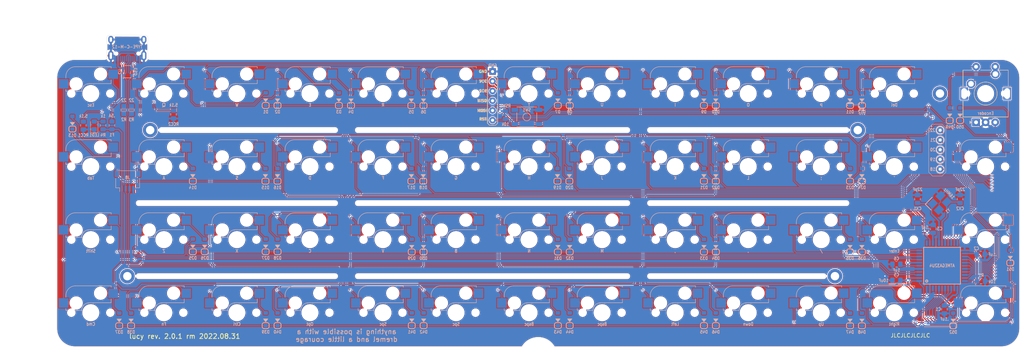
<source format=kicad_pcb>
(kicad_pcb (version 20211014) (generator pcbnew)
  (layers (0 "F.Cu" signal) (31 "B.Cu" signal) (34 "B.Paste" user) (35 "F.Paste" user) (36 "B.SilkS" user "B.Silkscreen") (37 "F.SilkS" user "F.Silkscreen") (38 "B.Mask" user) (39 "F.Mask" user) (44 "Edge.Cuts" user))
  (net 0 "")
  (net 1 "Net-(D1-Pad2)")
  (net 2 "Net-(D2-Pad2)")
  (net 3 "Net-(D3-Pad2)")
  (net 4 "Net-(D4-Pad2)")
  (net 5 "Net-(D5-Pad2)")
  (net 6 "Net-(D6-Pad2)")
  (net 7 "Net-(D7-Pad2)")
  (net 8 "Net-(D8-Pad2)")
  (net 9 "Net-(D9-Pad2)")
  (net 10 "Net-(D10-Pad2)")
  (net 11 "Net-(D11-Pad2)")
  (net 12 "Net-(D12-Pad2)")
  (net 13 "Net-(D13-Pad2)")
  (net 14 "Net-(D14-Pad2)")
  (net 15 "Net-(D15-Pad2)")
  (net 16 "Net-(D16-Pad2)")
  (net 17 "Net-(D17-Pad2)")
  (net 18 "Net-(D18-Pad2)")
  (net 19 "Net-(D19-Pad2)")
  (net 20 "Net-(D20-Pad2)")
  (net 21 "Net-(D21-Pad2)")
  (net 22 "Net-(D22-Pad2)")
  (net 23 "Net-(D23-Pad2)")
  (net 24 "Net-(D24-Pad2)")
  (net 25 "Net-(D25-Pad2)")
  (net 26 "Net-(D26-Pad2)")
  (net 27 "Net-(D27-Pad2)")
  (net 28 "Net-(D28-Pad2)")
  (net 29 "Net-(D29-Pad2)")
  (net 30 "Net-(D30-Pad2)")
  (net 31 "Net-(D31-Pad2)")
  (net 32 "Net-(D32-Pad2)")
  (net 33 "Net-(D33-Pad2)")
  (net 34 "Net-(D34-Pad2)")
  (net 35 "Net-(D35-Pad2)")
  (net 36 "Net-(D36-Pad2)")
  (net 37 "Net-(D37-Pad2)")
  (net 38 "Net-(D38-Pad2)")
  (net 39 "Net-(D39-Pad2)")
  (net 40 "Net-(D40-Pad2)")
  (net 41 "Net-(D41-Pad2)")
  (net 42 "Net-(D42-Pad2)")
  (net 43 "Net-(D43-Pad2)")
  (net 44 "Net-(D44-Pad2)")
  (net 45 "Net-(D45-Pad2)")
  (net 46 "Net-(D46-Pad2)")
  (net 47 "Net-(D47-Pad2)")
  (net 48 "Net-(D48-Pad2)")
  (net 49 "VCC")
  (net 50 "Net-(C6-Pad1)")
  (net 51 "XTAL1")
  (net 52 "XTAL2")
  (net 53 "row0")
  (net 54 "row1")
  (net 55 "row2")
  (net 56 "row3")
  (net 57 "D-")
  (net 58 "D+")
  (net 59 "col0")
  (net 60 "col1")
  (net 61 "col2")
  (net 62 "col3")
  (net 63 "col4")
  (net 64 "col5")
  (net 65 "col6")
  (net 66 "col7")
  (net 67 "col8")
  (net 68 "col9")
  (net 69 "col10")
  (net 70 "col11")
  (net 71 "Net-(R1-Pad2)")
  (net 72 "VBUS")
  (net 73 "Net-(J1-PadB5)")
  (net 74 "Net-(J1-PadA5)")
  (net 75 "ISP_Reset")
  (net 76 "Net-(D52-Pad2)")
  (net 77 "col12")
  (net 78 "GND")
  (net 79 "Net-(LED1-Pad2)")
  (net 80 "DBUS-")
  (net 81 "DBUS+")
  (net 82 "enc0a")
  (net 83 "enc0b")
  (net 84 "Net-(D49-Pad2)")
  (net 85 "Net-(D50-Pad2)")
  (net 86 "Net-(D51-Pad2)")
  (net 91 "Net-(J3-Pad1)")
  (net 92 "Net-(J4-Pad1)")
  (net 93 "Net-(J5-Pad1)")
  (net 94 "Net-(J6-Pad1)")
  (net 95 "Net-(J7-Pad1)")
  (footprint "MX_Only:MXOnly-1U-Hotswap" (layer "F.Cu") (at 124.990225 53.19395)
    (fp_text reference "K3")
    (fp_text value "KEYSW")
  )
  (footprint "MX_Only:MXOnly-1U-Hotswap" (layer "F.Cu") (at 201.190225 53.19395)
    (fp_text reference "K7")
    (fp_text value "KEYSW")
  )
  (footprint "MX_Only:MXOnly-1U-Hotswap" (layer "F.Cu") (at 182.140225 53.19395)
    (fp_text reference "K6")
    (fp_text value "KEYSW")
  )
  (footprint "MX_Only:MXOnly-1U-Hotswap" (layer "F.Cu") (at 163.090225 53.19395)
    (fp_text reference "K5")
    (fp_text value "KEYSW")
  )
  (footprint "MX_Only:MXOnly-1U-Hotswap" (layer "F.Cu") (at 86.890225 53.19395)
    (fp_text reference "K1")
    (fp_text value "KEYSW")
  )
  (footprint "MX_Only:MXOnly-1U-Hotswap" (layer "F.Cu") (at 220.240225 53.19395)
    (fp_text reference "K8")
    (fp_text value "KEYSW")
  )
  (footprint "MX_Only:MXOnly-1U-Hotswap" (layer "F.Cu") (at 239.290225 53.19395)
    (fp_text reference "K9")
    (fp_text value "KEYSW")
  )
  (footprint "MX_Only:MXOnly-1U-Hotswap" (layer "F.Cu") (at 86.890225 72.24395)
    (fp_text reference "K13")
    (fp_text value "KEYSW")
  )
  (footprint "MX_Only:MXOnly-1U-Hotswap" (layer "F.Cu") (at 105.940225 72.24395)
    (fp_text reference "K14")
    (fp_text value "KEYSW")
  )
  (footprint "MX_Only:MXOnly-1U-Hotswap" (layer "F.Cu") (at 144.045399 72.24395)
    (fp_text reference "K16")
    (fp_text value "KEYSW")
  )
  (footprint "MX_Only:MXOnly-1U-Hotswap" (layer "F.Cu") (at 277.390225 53.19395)
    (fp_text reference locked "K11")
    (fp_text value "KEYSW")
  )
  (footprint "MX_Only:MXOnly-1U-Hotswap" (layer "F.Cu") (at 163.090225 72.24395)
    (fp_text reference "K17")
    (fp_text value "KEYSW")
  )
  (footprint "MX_Only:MXOnly-1U-Hotswap" (layer "F.Cu") (at 182.140225 72.24395)
    (fp_text reference "K18")
    (fp_text value "KEYSW")
  )
  (footprint "MX_Only:MXOnly-1U-Hotswap" (layer "F.Cu") (at 201.190225 72.24395)
    (fp_text reference "K19")
    (fp_text value "KEYSW")
  )
  (footprint "MX_Only:MXOnly-1U-Hotswap" (layer "F.Cu") (at 105.940225 110.34395)
    (fp_text reference "K38")
    (fp_text value "KEYSW")
  )
  (footprint "MX_Only:MXOnly-1U-Hotswap" (layer "F.Cu") (at 124.990225 110.34395)
    (fp_text reference "K39")
    (fp_text value "KEYSW")
  )
  (footprint "MX_Only:MXOnly-1U-Hotswap" (layer "F.Cu") (at 144.040225 110.34395)
    (fp_text reference locked "K40")
    (fp_text value "KEYSW")
  )
  (footprint "MX_Only:MXOnly-1U-Hotswap" (layer "F.Cu") (at 163.090225 110.34395)
    (fp_text reference locked "K41")
    (fp_text value "KEYSW")
  )
  (footprint "MX_Only:MXOnly-1U-Hotswap" (layer "F.Cu") (at 182.140225 110.34395)
    (fp_text reference "K42")
    (fp_text value "KEYSW")
  )
  (footprint "MX_Only:MXOnly-1U-Hotswap" (layer "F.Cu") (at 220.240225 110.34395)
    (fp_text reference "K44")
    (fp_text value "KEYSW")
  )
  (footprint "MX_Only:MXOnly-1U-Hotswap" (layer "F.Cu") (at 239.290225 110.34395)
    (fp_text reference "K45")
    (fp_text value "KEYSW")
  )
  (footprint "MX_Only:MXOnly-1U-Hotswap" (layer "F.Cu") (at 258.340225 110.34395)
    (fp_text reference "K46")
    (fp_text value "KEYSW")
  )
  (footprint "MX_Only:MXOnly-1U-Hotswap" (layer "F.Cu") (at 277.390225 110.34395)
    (fp_text reference "K47")
    (fp_text value "KEYSW")
  )
  (footprint "MX_Only:MXOnly-1U-Hotswap" (layer "F.Cu") (at 201.190225 110.34395)
    (fp_text reference "K43")
    (fp_text value "KEYSW")
  )
  (footprint "MX_Only:MXOnly-1U-Hotswap" (layer "F.Cu") (at 277.390225 91.29395)
    (fp_text reference locked "K35")
    (fp_text value "KEYSW")
  )
  (footprint "MX_Only:MXOnly-1U-Hotswap" (layer "F.Cu") (at 258.340225 91.29395)
    (fp_text reference "K34")
    (fp_text value "KEYSW")
  )
  (footprint "MX_Only:MXOnly-1U-Hotswap" (layer "F.Cu") (at 220.240225 91.29395)
    (fp_text reference "K32")
    (fp_text value "KEYSW")
  )
  (footprint "MX_Only:MXOnly-1U-Hotswap" (layer "F.Cu") (at 182.140225 91.29395)
    (fp_text reference "K30")
    (fp_text value "KEYSW")
  )
  (footprint "MX_Only:MXOnly-1U-Hotswap" (layer "F.Cu") (at 144.040225 91.29395)
    (fp_text reference "K28")
    (fp_text value "KEYSW")
  )
  (footprint "MX_Only:MXOnly-1U-Hotswap" (layer "F.Cu") (at 86.890225 91.29395)
    (fp_text reference "K25")
    (fp_text value "KEYSW")
  )
  (footprint "MX_Only:MXOnly-1U-Hotswap" (layer "F.Cu") (at 163.090225 91.29395)
    (fp_text reference "K29")
    (fp_text value "KEYSW")
  )
  (footprint "MX_Only:MXOnly-1U-Hotswap" (layer "F.Cu") (at 296.440225 72.24395)
    (fp_text reference "K24")
    (fp_text value "KEYSW")
  )
  (footprint "MX_Only:MXOnly-1U-Hotswap" (layer "F.Cu") (at 124.990225 91.29395)
    (fp_text reference "K27")
    (fp_text value "KEYSW")
  )
  (footprint "MX_Only:MXOnly-1U-Hotswap" (layer "F.Cu") (at 105.940225 91.29395)
    (fp_text reference "K26")
    (fp_text value "KEYSW")
  )
  (footprint "MX_Only:MXOnly-1U-Hotswap" (layer "F.Cu") (at 258.340225 72.24395)
    (fp_text reference locked "K22")
    (fp_text value "KEYSW")
  )
  (footprint "MX_Only:MXOnly-1U-Hotswap" (layer "F.Cu") (at 239.290225 72.24395)
    (fp_text reference "K21")
    (fp_text value "KEYSW")
  )
  (footprint "MX_Only:MXOnly-1U-Hotswap" (layer "F.Cu") (at 277.390225 72.24395)
    (fp_text reference "K23")
    (fp_text value "KEYSW")
  )
  (footprint "MX_Only:MXOnly-1U-Hotswap" (layer "F.Cu") (at 296.440225 110.34395)
    (fp_text reference "K48")
    (fp_text value "KEYSW")
  )
  (footprint "MX_Only:MXOnly-1U-Hotswap" (layer "F.Cu") (at 296.440225 91.29395)
    (fp_text reference "K36")
    (fp_text value "KEYSW")
  )
  (footprint "MX_Only:MXOnly-1U-Hotswap" (layer "F.Cu") (at 296.440225 53.19395)
    (fp_text reference "K12")
    (fp_text value "KEYSW")
  )
  (footprint "Keebio-Parts:RotaryEncoder_EC11" (layer "F.Cu") (at 320.252725 53.19395 90)
    (fp_text reference "SW2")
    (fp_text value "Rotary_Encoder_Switch")
  )
  (footprint "MX_Only:MXOnly-1U-Hotswap" (layer "F.Cu") (at 105.940225 53.19395)
    (fp_text reference "K2")
    (fp_text value "KEYSW")
  )
  (footprint "MX_Only:MXOnly-1U-Hotswap" (layer "F.Cu") (at 144.040225 53.19395)
    (fp_text reference "K4")
    (fp_text value "KEYSW")
  )
  (footprint "MX_Only:MXOnly-1U-Hotswap" (layer "F.Cu") (at 320.252785 110.34423)
    (fp_text reference "K52")
    (fp_text value "KEYSW")
  )
  (footprint "MX_Only:MXOnly-1U-Hotswap" (layer "F.Cu") (at 320.252785 72.24407)
    (fp_text reference "K50")
    (fp_text value "KEYSW")
  )
  (footprint "MX_Only:MXOnly-1U-Hotswap" (layer "F.Cu") (at 320.252785 91.29415)
    (fp_text reference "K51")
    (fp_text value "KEYSW")
  )
  (footprint "MX_Only:MXOnly-1U-Hotswap" (layer "F.Cu") (at 201.190225 91.29395)
    (fp_text reference "K31")
    (fp_text value "KEYSW")
  )
  (footprint "MX_Only:MXOnly-1U-Hotswap" (layer "F.Cu") (at 239.290225 91.29395)
    (fp_text reference "K33")
    (fp_text value "KEYSW")
  )
  (footprint "MX_Only:MXOnly-1U-Hotswap" (layer "F.Cu") (at 86.890225 110.34395)
    (fp_text reference "K37")
    (fp_text value "KEYSW")
  )
  (footprint "MX_Only:MXOnly-1U-Hotswap" (layer "F.Cu") (at 258.340225 53.19395)
    (fp_text reference "K10")
    (fp_text value "KEYSW")
  )
  (footprint "MX_Only:MXOnly-1U-Hotswap" (layer "F.Cu") (at 124.990225 72.24395)
    (fp_text reference "K15")
    (fp_text value "KEYSW")
  )
  (footprint "MX_Only:MXOnly-1U-Hotswap" (layer "F.Cu") (at 220.240225 72.24395)
    (fp_text reference "K20")
    (fp_text value "KEYSW")
  )
  (footprint "MountingHole:MountingHole_2.2mm_M2_DIN965_Pad" (layer "F.Cu") (at 308.346661 53.19395)
    (fp_text reference "H1")
    (fp_text value "MountingHole")
  )
  (footprint "MountingHole:MountingHole_2.2mm_M2_DIN965_Pad" (layer "F.Cu") (at 286.915393 62.718958)
    (fp_text reference "H4")
    (fp_text value "MountingHole")
  )
  (footprint "MountingHole:MountingHole_2.2mm_M2_DIN965_Pad" (layer "F.Cu") (at 280.962271 100.81899)
    (fp_text reference "H3")
    (fp_text value "MountingHole")
  )
  (footprint "MountingHole:MountingHole_2.2mm_M2_DIN965_Pad" (layer "F.Cu") (at 96.415233 100.81899)
    (fp_text reference "H2")
    (fp_text value "MountingHole")
  )
  (footprint "MountingHole:MountingHole_2.2mm_M2_DIN965_Pad" (layer "F.Cu") (at 102.368363 62.718958)
    (fp_text reference "H5")
    (fp_text value "MountingHole")
  )
  (footprint "MX_Only:MXOnly-1U-NoLED" (layer "F.Cu") (at 320.252725 53.19395)
    (fp_text reference "K49")
    (fp_text value "KEYSW")
  )
  (footprint "Capacitor_SMD:C_0805_2012Metric_Pad1.18x1.45mm_HandSolder" (layer "B.Cu") (at 309.490225 109.49395 -90)
    (fp_text reference "C1")
    (fp_text value ".1uF")
  )
  (footprint "Keeb_footprints:D_SOD-123_modified" (layer "B.Cu") (at 116.590225 92.79395 90)
    (fp_text reference "D26")
    (fp_text value "D")
  )
  (footprint "Keeb_footprints:D_SOD-123_modified" (layer "B.Cu") (at 208.590225 74.39395 90)
    (fp_text reference "D19")
    (fp_text value "D")
  )
  (footprint "Keeb_footprints:D_SOD-123_modified" (layer "B.Cu") (at 170.490225 74.39395 90)
    (fp_text reference "D17")
    (fp_text value "D")
  )
  (footprint "Keeb_footprints:D_SOD-123_modified" (layer "B.Cu") (at 135.581415 74.39395 90)
    (fp_text reference "D16")
    (fp_text value "D")
  )
  (footprint "Keeb_footprints:D_SOD-123_modified" (layer "B.Cu") (at 113.490225 74.39395 90)
    (fp_text reference "D14")
    (fp_text value "D")
  )
  (footprint "Keeb_footprints:D_SOD-123_modified" (layer "B.Cu") (at 284.890625 54.65625 90)
    (fp_text reference "D11")
    (fp_text value "D")
  )
  (footprint "Keeb_footprints:D_SOD-123_modified" (layer "B.Cu") (at 249.881415 54.65625 90)
    (fp_text reference "D10")
    (fp_text value "D")
  )
  (footprint "Keeb_footprints:D_SOD-123_modified" (layer "B.Cu") (at 211.781415 54.65625 90)
    (fp_text reference "D8")
    (fp_text value "D")
  )
  (footprint "Keeb_footprints:D_SOD-123_modified" (layer "B.Cu") (at 208.681415 54.65625 90)
    (fp_text reference "D7")
    (fp_text value "D")
  )
  (footprint "Keeb_footprints:D_SOD-123_modified" (layer "B.Cu") (at 173.651789 54.683377 90)
    (fp_text reference "D6")
    (fp_text value "D")
  )
  (footprint "Keeb_footprints:D_SOD-123_modified" (layer "B.Cu") (at 170.476789 54.683377 90)
    (fp_text reference "D5")
    (fp_text value "D")
  )
  (footprint "Keeb_footprints:D_SOD-123_modified" (layer "B.Cu") (at 154.751789 54.65625 90)
    (fp_text reference "D4")
    (fp_text value "D")
  )
  (footprint "Keeb_footprints:D_SOD-123_modified" (layer "B.Cu") (at 287.990625 112.1 90)
    (fp_text reference "D48")
    (fp_text value "D")
  )
  (footprint "Keeb_footprints:D_SOD-123_modified" (layer "B.Cu") (at 284.890625 112.1 90)
    (fp_text reference "D47")
    (fp_text value "D")
  )
  (footprint "Keeb_footprints:D_SOD-123_modified" (layer "B.Cu") (at 249.890625 112.063123 90)
    (fp_text reference "D46")
    (fp_text value "D")
  )
  (footprint "Keeb_footprints:D_SOD-123_modified" (layer "B.Cu") (at 246.790625 112.05625 90)
    (fp_text reference "D45")
    (fp_text value "D")
  )
  (footprint "Keeb_footprints:D_SOD-123_modified" (layer "B.Cu") (at 211.783999 112.05625 90)
    (fp_text reference "D44")
    (fp_text value "D")
  )
  (footprint "Keeb_footprints:D_SOD-123_modified" (layer "B.Cu") (at 208.7 112.05625 90)
    (fp_text reference "D43")
    (fp_text value "D")
  )
  (footprint "Keeb_footprints:D_SOD-123_modified" (layer "B.Cu") (at 211.790625 92.85625 90)
    (fp_text reference "D32")
    (fp_text value "D")
  )
  (footprint "Keeb_footprints:D_SOD-123_modified" (layer "B.Cu") (at 284.890625 74.39395 90)
    (fp_text reference "D23")
    (fp_text value "D")
  )
  (footprint "Keeb_footprints:D_SOD-123_modified" (layer "B.Cu") (at 208.690625 92.85625 90)
    (fp_text reference "D31")
    (fp_text value "D")
  )
  (footprint "Keeb_footprints:D_SOD-123_modified" (layer "B.Cu") (at 170.585999 92.85625 90)
    (fp_text reference "D29")
    (fp_text value "D")
  )
  (footprint "Keeb_footprints:D_SOD-123_modified" (layer "B.Cu") (at 132.490225 92.79395 90)
    (fp_text reference "D27")
    (fp_text value "D")
  )
  (footprint "Keeb_footprints:D_SOD-123_modified" (layer "B.Cu") (at 287.990625 74.39395 90)
    (fp_text reference "D24")
    (fp_text value "D")
  )
  (footprint "Keeb_footprints:D_SOD-123_modified" (layer "B.Cu") (at 284.890625 92.85625 90)
    (fp_text reference "D35")
    (fp_text value "D")
  )
  (footprint "Keeb_footprints:D_SOD-123_modified" (layer "B.Cu") (at 249.890625 92.85625 90)
    (fp_text reference "D34")
    (fp_text value "D")
  )
  (footprint "Keeb_footprints:D_SOD-123_modified" (layer "B.Cu") (at 246.790625 92.85625 90)
    (fp_text reference "D33")
    (fp_text value "D")
  )
  (footprint "Keeb_footprints:D_SOD-123_modified" (layer "B.Cu") (at 173.690625 112.05625 90)
    (fp_text reference "D42")
    (fp_text value "D")
  )
  (footprint "Keeb_footprints:D_SOD-123_modified" (layer "B.Cu") (at 151.576789 54.65625 90)
    (fp_text reference "D3")
    (fp_text value "D")
  )
  (footprint "Keeb_footprints:D_SOD-123_modified" (layer "B.Cu") (at 211.690225 74.39395 90)
    (fp_text reference "D20")
    (fp_text value "D")
  )
  (footprint "Keeb_footprints:ICSP-Header_small_pins" (layer "B.Cu") (at 191.665313 47.44395 180)
    (fp_text reference "J2" hide)
    (fp_text value "AVR-ISP-6_mod")
  )
  (footprint "Keeb_footprints:D_SOD-123_modified" (layer "B.Cu") (at 287.990625 54.65625 90)
    (fp_text reference "D12")
    (fp_text value "D")
  )
  (footprint "Keeb_footprints:D_SOD-123_modified" (layer "B.Cu") (at 311.790625 112.1 90)
    (fp_text reference "D52")
    (fp_text value "D")
  )
  (footprint "Keeb_footprints:D_SOD-123_modified" (layer "B.Cu") (at 313.590225 58.59395 90)
    (fp_text reference "D50")
    (fp_text value "D")
  )
  (footprint "Keeb_footprints:D_SOD-123_modified" (layer "B.Cu") (at 326.690225 95.69395 90)
    (fp_text reference "D51")
    (fp_text value "D")
  )
  (footprint "random-keyboard-parts:SKQG-1155865" (layer "B.Cu") (at 200.590225 59.29395)
    (fp_text reference "SW1")
    (fp_text value "SW_PUSH")
  )
  (footprint "Keebio-Parts:ATMEGA32U4-AU" (layer "B.Cu") (at 308.890225 98.09395)
    (fp_text reference "U1")
    (fp_text value "ATMEGA32U4")
  )
  (footprint "Capacitor_SMD:C_0805_2012Metric_Pad1.18x1.45mm_HandSolder" (layer "B.Cu") (at 306.590225 88.49395 90)
    (fp_text reference "C3")
    (fp_text value ".1uF")
  )
  (footprint "Capacitor_SMD:C_0805_2012Metric_Pad1.18x1.45mm_HandSolder" (layer "B.Cu") (at 313.590225 80.69395 90)
    (fp_text reference "CX2")
    (fp_text value "22pF")
  )
  (footprint "Capacitor_SMD:C_0805_2012Metric_Pad1.18x1.45mm_HandSolder" (layer "B.Cu") (at 302.490225 80.69395 90)
    (fp_text reference "CX1")
    (fp_text value "22pF")
  )
  (footprint "Crystal:Crystal_SMD_3225-4Pin_3.2x2.5mm_HandSoldering" (layer "B.Cu") (at 308.290225 81.69395 45)
    (fp_text reference "Y1")
    (fp_text value "16MHz")
  )
  (footprint "Fuse:Fuse_0805_2012Metric_Pad1.15x1.40mm_HandSolder" (layer "B.Cu") (at 92.390225 61.49395 90)
    (fp_text reference "F1")
    (fp_text value ".5A")
  )
  (footprint "Keeb_footprints:TYPE-C-31-M-12" (layer "B.Cu") (at 96.415217 44.81645)
    (fp_text reference "J1")
    (fp_text value "TYPE-C-31-M12_13")
  )
  (footprint "Resistor_SMD:R_0805_2012Metric_Pad1.15x1.40mm_HandSolder" (layer "B.Cu") (at 97.490625 57.49395 90)
    (fp_text reference "R3")
    (fp_text value "22")
  )
  (footprint "Resistor_SMD:R_0805_2012Metric_Pad1.15x1.40mm_HandSolder" (layer "B.Cu") (at 84.940225 61.54395 90)
    (fp_text reference "RCC1")
    (fp_text value "5.1k")
  )
  (footprint "Resistor_SMD:R_0805_2012Metric_Pad1.15x1.40mm_HandSolder" (layer "B.Cu") (at 90.090225 61.49395 -90)
    (fp_text reference "R4")
    (fp_text value "1k")
  )
  (footprint "LED_SMD:LED_0805_2012Metric_Pad1.15x1.40mm_HandSolder" (layer "B.Cu") (at 87.790225 61.49395 90)
    (fp_text reference "LED1")
    (fp_text value "LED")
  )
  (footprint "Keeb_footprints:D_SOD-123_modified" (layer "B.Cu") (at 135.590625 112.05625 90)
    (fp_text reference "D40")
    (fp_text value "D")
  )
  (footprint "Keeb_footprints:D_SOD-123_modified" (layer "B.Cu") (at 132.490625 112.063123 90)
    (fp_text reference "D39")
    (fp_text value "D")
  )
  (footprint "Capacitor_SMD:C_0805_2012Metric_Pad1.18x1.45mm_HandSolder" (layer "B.Cu") (at 318.990225 95.09395)
    (fp_text reference "C2")
    (fp_text value ".1uF")
  )
  (footprint "Resistor_SMD:R_0805_2012Metric_Pad1.15x1.40mm_HandSolder" (layer "B.Cu") (at 95.490625 57.49395 90)
    (fp_text reference "R2")
    (fp_text value "22")
  )
  (footprint "Capacitor_SMD:C_0805_2012Metric_Pad1.18x1.45mm_HandSolder" (layer "B.Cu") (at 296.990225 101.89395 180)
    (fp_text reference "C5")
    (fp_text value "10uF")
  )
  (footprint "Capacitor_SMD:C_0805_2012Metric_Pad1.18x1.45mm_HandSolder" (layer "B.Cu") (at 296.990225 97.69395 180)
    (fp_text reference "C6")
    (fp_text value "1uF")
  )
  (footprint "Resistor_SMD:R_0805_2012Metric_Pad1.15x1.40mm_HandSolder" (layer "B.Cu") (at 319.090225 102.09395 180)
    (fp_text reference "R1")
    (fp_text value "10k")
  )
  (footprint "Keeb_footprints:D_SOD-123_modified" (layer "B.Cu") (at 82.090225 60.79395 90)
    (fp_text reference "D13")
    (fp_text value "D")
  )
  (footprint "Keeb_footprints:D_SOD-123_modified" (layer "B.Cu") (at 94.290225 112.09395 90)
    (fp_text reference "D37")
    (fp_text value "D")
  )
  (footprint "Keeb_footprints:D_SOD-123_modified" (layer "B.Cu") (at 97.390225 112.09395 90)
    (fp_text reference "D38")
    (fp_text value "D")
  )
  (footprint "Keeb_footprints:D_SOD-123_modified" (layer "B.Cu") (at 170.590625 112.05625 90)
    (fp_text reference "D41")
    (fp_text value "D")
  )
  (footprint "Keeb_footprints:D_SOD-123_modified" (layer "B.Cu") (at 135.590225 92.79395 90)
    (fp_text reference "D28")
    (fp_text value "D")
  )
  (footprint "Keeb_footprints:D_SOD-123_modified" (layer "B.Cu") (at 173.65 92.85625 90)
    (fp_text reference "D30")
    (fp_text value "D")
  )
  (footprint "Keeb_footprints:D_SOD-123_modified" (layer "B.Cu") (at 287.990625 92.85625 90)
    (fp_text reference "D36")
    (fp_text value "D")
  )
  (footprint "Keeb_footprints:D_SOD-123_modified" (layer "B.Cu") (at 113.490225 92.79395 90)
    (fp_text reference "D25")
    (fp_text value "D")
  )
  (footprint "Keeb_footprints:D_SOD-123_modified" (layer "B.Cu") (at 135.581415 54.65625 90)
    (fp_text reference "D2")
    (fp_text value "D")
  )
  (footprint "Keeb_footprints:D_SOD-123_modified" (layer "B.Cu") (at 310.890225 58.59395 90)
    (fp_text reference "D49")
    (fp_text value "D")
  )
  (footprint "Keeb_footprints:D_SOD-123_modified" (layer "B.Cu") (at 246.781415 54.65625 90)
    (fp_text reference "D9")
    (fp_text value "D")
  )
  (footprint "Keeb_footprints:D_SOD-123_modified" (layer "B.Cu") (at 132.490625 54.64995 90)
    (fp_text reference "D1")
    (fp_text value "D")
  )
  (footprint "Resistor_SMD:R_0805_2012Metric_Pad1.15x1.40mm_HandSolder" (layer "B.Cu") (at 194.990225 58.79395 90)
    (fp_text reference "RSW1")
    (fp_text value "10k")
  )
  (footprint "Keeb_footprints:D_SOD-123_modified" (layer "B.Cu") (at 249.881415 74.39395 90)
    (fp_text reference "D22")
    (fp_text value "D")
  )
  (footprint "Keeb_footprints:D_SOD-123_modified" (layer "B.Cu") (at 246.781415 74.39395 90)
    (fp_text reference "D21")
    (fp_text value "D")
  )
  (footprint "Keeb_footprints:D_SOD-123_modified" (layer "B.Cu") (at 173.590225 74.39395 90)
    (fp_text reference "D18")
    (fp_text value "D")
  )
  (footprint "Keeb_footprints:D_SOD-123_modified" (layer "B.Cu") (at 132.431415 74.39395 90)
    (fp_text reference "D15")
    (fp_text value "D")
  )
  (footprint "Resistor_SMD:R_0805_2012Metric_Pad1.15x1.40mm_HandSolder" (layer "B.Cu") (at 108.465225 58.66895 90)
    (fp_text reference "RCC2")
    (fp_text value "5.1k")
  )
  (footprint "Keebio-Parts:SOT-143B" (layer "B.Cu") (at 96.490625 47.49395 -90)
    (fp_text reference "U2")
    (fp_text value "PRTR5V0U2X" hide)
  )
  (footprint "TestPoint:TestPoint_Keystone_5000-5004_Miniature" (layer "B.Cu") (at 308.390225 67.84395 180)
    (fp_text reference "J5")
    (fp_text value "Conn_01x01")
  )
  (footprint "TestPoint:TestPoint_Keystone_5000-5004_Miniature" (layer "B.Cu") (at 308.390225 70.38395 180)
    (fp_text reference "J4")
    (fp_text value "Conn_01x01")
  )
  (footprint "TestPoint:TestPoint_Keystone_5000-5004_Miniature" (layer "B.Cu") (at 308.390225 72.92395 180)
    (fp_text reference "J3")
    (fp_text value "Conn_01x01")
  )
  (footprint "TestPoint:TestPoint_Keystone_5000-5004_Miniature" (layer "B.Cu") (at 308.390225 65.30395 180)
    (fp_text reference "J6")
    (fp_text value "Conn_01x01")
  )
  (footprint "TestPoint:TestPoint_Keystone_5000-5004_Miniature" (layer "B.Cu") (at 308.390225 62.76395 180)
    (fp_text reference "J7")
    (fp_text value "Conn_01x01")
  )
  (footprint "Connector_JST:JST_SH_SM04B-SRSS-TB_1x04-1MP_P1.00mm_Horizontal" (layer "B.Cu") (at 96.490225 75.99395)
    (fp_text reference "J8")
    (fp_text value "4PIN")
  )
  (gr_line (start 305.390225 73.69395) (end 306.390225 74.69395) (layer "B.SilkS") (width 0.1))
  (gr_line (start 309.890225 62.19395) (end 308.890225 61.19395) (layer "B.SilkS") (width 0.1))
  (gr_line (start 306.390225 74.69395) (end 308.890225 74.69395) (layer "B.SilkS") (width 0.1))
  (gr_line (start 305.390225 62.19395) (end 305.390225 73.69395) (layer "B.SilkS") (width 0.1))
  (gr_line (start 309.890225 73.69395) (end 309.890225 62.19395) (layer "B.SilkS") (width 0.1))
  (gr_line (start 305.390225 62.19395) (end 306.390225 61.19395) (layer "B.SilkS") (width 0.1))
  (gr_line (start 309.890225 73.69395) (end 308.890225 74.69395) (layer "B.SilkS") (width 0.1))
  (gr_line (start 308.890225 61.19395) (end 306.390225 61.19395) (layer "B.SilkS") (width 0.1))
  (gr_line (start 91.057416 43.668942) (end 91.057416 38.608805) (layer "Edge.Cuts") (width 0.05))
  (gr_arc (start 324.420112 44.264255) (mid 327.787711 45.65916) (end 329.182616 49.026759) (layer "Edge.Cuts") (width 0.05))
  (gr_line (start 150.588667 81.173661) (end 99.391798 81.173661) (layer "Edge.Cuts") (width 0.05))
  (gr_arc (start 226.788731 81.173661) (mid 227.384093 81.768974) (end 226.788731 82.364287) (layer "Edge.Cuts") (width 0.05))
  (gr_line (start 226.788731 100.223677) (end 156.541895 100.223677) (layer "Edge.Cuts") (width 0.05))
  (gr_line (start 156.541846 62.123687) (end 226.788731 62.123603) (layer "Edge.Cuts") (width 0.05))
  (gr_line (start 232.741959 62.123687) (end 283.938722 62.123645) (layer "Edge.Cuts") (width 0.05))
  (gr_line (start 232.741959 100.223719) (end 277.985717 100.223675) (layer "Edge.Cuts") (width 0.05))
  (gr_arc (start 329.182616 114.511189) (mid 327.787711 117.878788) (end 324.420112 119.273693) (layer "Edge.Cuts") (width 0.05))
  (gr_line (start 199.404383 119.273693) (end 82.723034 119.273693) (layer "Edge.Cuts") (width 0.05))
  (gr_arc (start 283.938795 81.173635) (mid 284.534141 81.768974) (end 283.938795 82.364261) (layer "Edge.Cuts") (width 0.05))
  (gr_arc (start 77.96053 49.026759) (mid 79.355435 45.65916) (end 82.723034 44.264255) (layer "Edge.Cuts") (width 0.05))
  (gr_line (start 329.182616 49.026759) (end 329.182616 114.511189) (layer "Edge.Cuts") (width 0.05))
  (gr_arc (start 156.541846 63.314313) (mid 155.946484 62.719) (end 156.541846 62.123687) (layer "Edge.Cuts") (width 0.05))
  (gr_arc (start 232.74191 82.364329) (mid 232.146548 81.769016) (end 232.74191 81.173703) (layer "Edge.Cuts") (width 0.05))
  (gr_line (start 283.938795 82.364261) (end 232.74191 82.364329) (layer "Edge.Cuts") (width 0.05))
  (gr_line (start 105.344913 62.123603) (end 150.588667 62.123645) (layer "Edge.Cuts") (width 0.05))
  (gr_arc (start 82.723034 119.273693) (mid 79.355435 117.878788) (end 77.96053 114.511189) (layer "Edge.Cuts") (width 0.05))
  (gr_line (start 232.74191 81.173703) (end 283.938795 81.173635) (layer "Edge.Cuts") (width 0.05))
  (gr_line (start 105.344913 63.314229) (end 150.588667 63.314271) (layer "Edge.Cuts") (width 0.05))
  (gr_line (start 283.938722 63.314271) (end 232.741959 63.314313) (layer "Edge.Cuts") (width 0.05))
  (gr_line (start 226.788731 63.314229) (end 156.541846 63.314313) (layer "Edge.Cuts") (width 0.05))
  (gr_line (start 207.738763 119.273693) (end 324.420112 119.273693) (layer "Edge.Cuts") (width 0.05))
  (gr_arc (start 102.368363 44.26427) (mid 101.947414 44.089907) (end 101.773051 43.668958) (layer "Edge.Cuts") (width 0.05))
  (gr_arc (start 156.541895 101.414303) (mid 155.946533 100.81899) (end 156.541895 100.223677) (layer "Edge.Cuts") (width 0.05))
  (gr_line (start 324.420112 44.264255) (end 102.368363 44.26427) (layer "Edge.Cuts") (width 0.05))
  (gr_arc (start 150.588667 62.123645) (mid 151.184029 62.718958) (end 150.588667 63.314271) (layer "Edge.Cuts") (width 0.05))
  (gr_arc (start 150.588667 100.223635) (mid 151.184029 100.818948) (end 150.588667 101.414261) (layer "Edge.Cuts") (width 0.05))
  (gr_line (start 91.652729 38.013494) (end 101.177738 38.013494) (layer "Edge.Cuts") (width 0.05))
  (gr_line (start 150.588667 100.223635) (end 99.391794 100.223677) (layer "Edge.Cuts") (width 0.05))
  (gr_arc (start 232.741959 101.414345) (mid 232.146597 100.819032) (end 232.741959 100.223719) (layer "Edge.Cuts") (width 0.05))
  (gr_line (start 99.391798 82.364287) (end 150.588667 82.364287) (layer "Edge.Cuts") (width 0.05))
  (gr_arc (start 156.541895 82.364287) (mid 155.946533 81.768974) (end 156.541895 81.173661) (layer "Edge.Cuts") (width 0.05))
  (gr_arc (start 199.404383 119.273693) (mid 203.571573 116.855379) (end 207.738763 119.273693) (layer "Edge.Cuts") (width 0.05))
  (gr_line (start 277.985717 101.414301) (end 232.741959 101.414345) (layer "Edge.Cuts") (width 0.05))
  (gr_arc (start 105.344913 63.314229) (mid 104.749623 62.7189) (end 105.344913 62.123603) (layer "Edge.Cuts") (width 0.05))
  (gr_arc (start 283.938722 62.123645) (mid 284.534149 62.719) (end 283.938722 63.314271) (layer "Edge.Cuts") (width 0.05))
  (gr_line (start 77.96053 114.511189) (end 77.96053 49.026759) (layer "Edge.Cuts") (width 0.05))
  (gr_line (start 101.77305 38.608806) (end 101.77305 43.668958) (layer "Edge.Cuts") (width 0.05))
  (gr_arc (start 101.177738 38.013494) (mid 101.598687 38.187857) (end 101.77305 38.608806) (layer "Edge.Cuts") (width 0.05))
  (gr_arc (start 277.985717 100.223675) (mid 278.580993 100.818998) (end 277.985717 101.414301) (layer "Edge.Cuts") (width 0.05))
  (gr_line (start 226.788731 82.364287) (end 156.541895 82.364287) (layer "Edge.Cuts") (width 0.05))
  (gr_line (start 99.391794 101.414303) (end 150.588667 101.414261) (layer "Edge.Cuts") (width 0.05))
  (gr_line (start 156.541895 101.414303) (end 226.788731 101.414303) (layer "Edge.Cuts") (width 0.05))
  (gr_arc (start 150.588667 81.173661) (mid 151.184029 81.768974) (end 150.588667 82.364287) (layer "Edge.Cuts") (width 0.05))
  (gr_arc (start 226.788731 100.223677) (mid 227.384093 100.81899) (end 226.788731 101.414303) (layer "Edge.Cuts") (width 0.05))
  (gr_arc (start 91.057416 38.608806) (mid 91.231779 38.187857) (end 91.652728 38.013494) (layer "Edge.Cuts") (width 0.05))
  (gr_arc (start 99.391794 101.414303) (mid 98.796493 100.819) (end 99.391794 100.223677) (layer "Edge.Cuts") (width 0.05))
  (gr_arc (start 91.057416 43.668943) (mid 90.883053 44.089892) (end 90.462104 44.264255) (layer "Edge.Cuts") (width 0.05))
  (gr_arc (start 232.741959 63.314313) (mid 232.146597 62.719) (end 232.741959 62.123687) (layer "Edge.Cuts") (width 0.05))
  (gr_arc (start 226.788731 62.123603) (mid 227.384093 62.718916) (end 226.788731 63.314229) (layer "Edge.Cuts") (width 0.05))
  (gr_line (start 82.723034 44.264255) (end 90.462104 44.264255) (layer "Edge.Cuts") (width 0.05))
  (gr_arc (start 99.391798 82.364287) (mid 98.796478 81.769) (end 99.391798 81.173661) (layer "Edge.Cuts") (width 0.05))
  (gr_line (start 156.541895 81.173661) (end 226.788731 81.173661) (layer "Edge.Cuts") (width 0.05))
  (gr_text "16MHz" (at 310.740225 79.24395 315) (layer "B.SilkS") (effects (font (size 0.8 0.7)) (justify mirror)))
  (gr_text "Encoder" (at 320.27947 58.34087) (layer "B.SilkS") (effects (font (size 0.8 0.7)) (justify mirror)))
  (gr_text "B" (at 182.140313 94.270555) (layer "B.SilkS") (effects (font (size 0.8 0.7)) (justify mirror)))
  (gr_text "M" (at 220.240345 94.270555) (layer "B.SilkS") (effects (font (size 0.8 0.7)) (justify mirror)))
  (gr_text "R" (at 163.090297 56.170523) (layer "B.SilkS") (effects (font (size 0.8 0.7)) (justify mirror)))
  (gr_text "V" (at 163.090297 94.270555) (layer "B.SilkS") (effects (font (size 0.8 0.7)) (justify mirror)))
  (gr_text "anything is possible with a\ndremel and a little courage" (at 153.590225 116.29395) (layer "B.SilkS") (effects (font (size 1.25 1.25) (thickness 0.2)) (justify mirror)))
  (gr_text "F" (at 163.090297 75.220539) (layer "B.SilkS") (effects (font (size 0.8 0.7)) (justify mirror)))
  (gr_text "N" (at 201.190329 94.270555) (layer "B.SilkS") (effects (font (size 0.8 0.7)) (justify mirror)))
  (gr_text "D" (at 144.040281 75.220539) (layer "B.SilkS") (effects (font (size 0.8 0.7)) (justify mirror)))
  (gr_text "O" (at 258.340377 56.170523) (layer "B.SilkS") (effects (font (size 0.8 0.7)) (justify mirror)))
  (gr_text "Shift" (at 86.890233 94.270555) (layer "B.SilkS") (effects (font (size 0.8 0.7)) (justify mirror)))
  (gr_text "Down" (at 258.340377 113.320571) (layer "B.SilkS") (effects (font (size 0.8 0.7)) (justify mirror)))
  (gr_text "J" (at 220.240345 75.220539) (layer "B.SilkS") (effects (font (size 0.8 0.7)) (justify mirror)))
  (gr_text "Right" (at 296.440409 113.320571) (layer "B.SilkS") (effects (font (size 0.8 0.7)) (justify mirror)))
  (gr_text "I" (at 239.290361 56.170523) (layer "B.SilkS") (effects (font (size 0.8 0.7)) (justify mirror)))
  (gr_text "G" (at 182.140313 75.220539) (layer "B.SilkS") (effects (font (size 0.8 0.7)) (justify mirror)))
  (gr_text ";" (at 277.390393 75.220539) (layer "B.SilkS") (effects (font (size 0.8 0.7)) (justify mirror)))
  (gr_text "E" (at 144.040281 56.170523) (layer "B.SilkS") (effects (font (size 0.8 0.7)) (justify mirror)))
  (gr_text "S" (at 124.990265 75.220539) (layer "B.SilkS") (effects (font (size 0.8 0.7)) (justify mirror)))
  (gr_text "U" (at 220.213553 56.112152) (layer "B.SilkS") (effects (font (size 0.8 0.7)) (justify mirror)))
  (gr_text "." (at 258.340377 94.270555) (layer "B.SilkS") (effects (font (size 0.8 0.7)) (justify mirror)))
  (gr_text "'" (at 296.440409 75.220539) (layer "B.SilkS") (effects (font (size 0.8 0.7)) (justify mirror)))
  (gr_text "Bspc" (at 201.190329 113.320571) (layer "B.SilkS") (effects (font (size 0.8 0.7)) (justify mirror)))
  (gr_text "/" (at 277.390393 94.270555) (layer "B.SilkS") (effects (font (size 0.8 0.7)) (justify mirror)))
  (gr_text "H" (at 201.190329 75.220539) (layer "B.SilkS") (effects (font (size 0.8 0.7)) (justify mirror)))
  (gr_text "Del" (at 296.440409 56.170523) (layer "B.SilkS") (effects (font (size 0.8 0.7)) (justify mirror)))
  (gr_text "A" (at 105.940249 75.220539) (layer "B.SilkS") (effects (font (size 0.8 0.7)) (justify mirror)))
  (gr_text "Cmd" (at 86.890233 113.320571) (layer "B.SilkS") (effects (font (size 0.8 0.7)) (justify mirror)))
  (gr_text "Spc" (at 163.090297 113.320571) (layer "B.SilkS") (effects (font (size 0.8 0.7)) (justify mirror)))
  (gr_text "Spc" (at 182.140313 113.320571) (layer "B.SilkS") (effects (font (size 0.8 0.7)) (justify mirror)))
  (gr_text "C" (at 144.040281 94.270555) (layer "B.SilkS") (effects (font (size 0.8 0.7)) (justify mirror)))
  (gr_text "Z" (at 105.940249 94.270555) (layer "B.SilkS") (effects (font (size 0.8 0.7)) (justify mirror)))
  (gr_text "P" (at 277.390393 56.306269) (layer "B.SilkS") (effects (font (size 0.8 0.7)) (justify mirror)))
  (gr_text "Opt" (at 144.040281 113.320571) (layer "B.SilkS") (effects (font (size 0.8 0.7)) (justify mirror)))
  (gr_text "L" (at 258.340377 75.220539) (layer "B.SilkS") (effects (font (size 0.8 0.7)) (justify mirror)))
  (gr_text "Fn" (at 105.940249 113.320571) (layer "B.SilkS") (effects (font (size 0.8 0.7)) (justify mirror)))
  (gr_text "W" (at 124.990265 56.170523) (layer "B.SilkS") (effects (font (size 0.8 0.7)) (justify mirror)))
  (gr_text "Ctrl" (at 124.990265 113.320571) (layer "B.SilkS") (effects (font (size 0.8 0.7)) (justify mirror)))
  (gr_text "T" (at 182.140313 56.170523) (layer "B.SilkS") (effects (font (size 0.8 0.7)) (justify mirror)))
  (gr_text "," (at 239.290361 94.270555) (layer "B.SilkS") (effects (font (size 0.8 0.7)) (justify mirror)))
  (gr_text "Up" (at 277.390393 113.320571) (layer "B.SilkS") (effects (font (size 0.8 0.7)) (justify mirror)))
  (gr_text "Esc" (at 86.890233 56.170523) (layer "B.SilkS") (effects (font (size 0.8 0.7)) (justify mirror)))
  (gr_text "Bspc" (at 220.240345 113.320571) (layer "B.SilkS") (effects (font (size 0.8 0.7)) (justify mirror)))
  (gr_text "Enter" (at 296.440409 94.270555) (layer "B.SilkS") (effects (font (size 0.8 0.7)) (justify mirror)))
  (gr_text "Q" (at 105.940249 56.170523) (layer "B.SilkS") (effects (font (size 1 1)) (justify mirror)))
  (gr_text "Tab" (at 86.890233 75.220539) (layer "B.SilkS") (effects (font (size 0.8 0.7)) (justify mirror)))
  (gr_text "Left" (at 239.290361 113.320571) (layer "B.SilkS") (effects (font (size 0.8 0.7)) (justify mirror)))
  (gr_text "K" (at 239.290361 75.220539) (layer "B.SilkS") (effects (font (size 0.8 0.7)) (justify mirror)))
  (gr_text "Y" (at 201.190329 55.96895) (layer "B.SilkS") (effects (font (size 1 1)) (justify mirror)))
  (gr_text "X" (at 124.990265 94.270555) (layer "B.SilkS") (effects (font (size 0.8 0.7)) (justify mirror)))
  (gr_text "JLCJLCJLCJLC" (at 300.632625 116.284314) (layer "F.SilkS") (effects (font (size 1 1))))
  (gr_text "lucy rev. 2.0.1 rm 2022.08.31" (at 111.38288 116.5) (layer "F.SilkS") (effects (font (size 1.25 1.25) (thickness 0.2))))
  (segment (start 92.335725 57.49395) (end 91.735725 56.89395) (width 0.25) (layer "F.Cu") (net 1))
  (segment (start 115.690225 57.49395) (end 92.335725 57.49395) (width 0.25) (layer "F.Cu") (net 1))
  (segment (start 115.911125 57.27305) (end 115.690225 57.49395) (width 0.25) (layer "F.Cu") (net 1))
  (segment (start 115.911125 55.66895) (end 115.911125 57.27305) (width 0.25) (layer "F.Cu") (net 1))
  (via (at 115.911125 55.66895) (size 0.65) (drill 0.35) (layers "F.Cu" "B.Cu") (net 1))
  (via (at 91.735725 56.89395) (size 0.65) (drill 0.35) (layers "F.Cu" "B.Cu") (net 1))
  (segment (start 92.732225 48.11395) (end 92.732225 50.73595) (width 0.25) (layer "B.Cu") (net 1))
  (segment (start 94.090225 54.53945) (end 91.735725 56.89395) (width 0.25) (layer "B.Cu") (net 1))
  (segment (start 129.369327 55.89395) (end 132.263328 52.99995) (width 0.25) (layer "B.Cu") (net 1))
  (segment (start 129.369327 55.89395) (end 117.309763 55.89395) (width 0.25) (layer "B.Cu") (net 1))
  (segment (start 116.136125 55.89395) (end 115.911125 55.66895) (width 0.25) (layer "B.Cu") (net 1))
  (segment (start 92.732225 50.73595) (end 94.090225 52.09395) (width 0.25) (layer "B.Cu") (net 1))
  (segment (start 94.090225 52.09395) (end 94.090225 54.53945) (width 0.25) (layer "B.Cu") (net 1))
  (segment (start 117.309763 55.89395) (end 116.136125 55.89395) (width 0.25) (layer "B.Cu") (net 1))
  (segment (start 132.263328 52.99995) (end 132.490625 52.99995) (width 0.25) (layer "B.Cu") (net 1))
  (segment (start 129.526529 56.27347) (end 131.3 54.5) (width 0.25) (layer "B.Cu") (net 2))
  (segment (start 111.782225 51.18595) (end 113.065225 52.46895) (width 0.25) (layer "B.Cu") (net 2))
  (segment (start 131.3 54.5) (end 134.087665 54.5) (width 0.25) (layer "B.Cu") (net 2))
  (segment (start 134.087665 54.5) (end 135.581415 53.00625) (width 0.25) (layer "B.Cu") (net 2))
  (segment (start 111.782225 48.11395) (end 111.782225 51.18595) (width 0.25) (layer "B.Cu") (net 2))
  (segment (start 114.169745 56.27347) (end 129.526529 56.27347) (width 0.25) (layer "B.Cu") (net 2))
  (segment (start 113.065225 55.16895) (end 114.169745 56.27347) (width 0.25) (layer "B.Cu") (net 2))
  (segment (start 113.065225 52.46895) (end 113.065225 55.16895) (width 0.25) (layer "B.Cu") (net 2))
  (segment (start 140.83577 46.23577) (end 145.4 50.8) (width 0.25) (layer "B.Cu") (net 3))
  (segment (start 130.832225 48.11395) (end 132.710405 46.23577) (width 0.25) (layer "B.Cu") (net 3))
  (segment (start 132.710405 46.23577) (end 140.83577 46.23577) (width 0.25) (layer "B.Cu") (net 3))
  (segment (start 145.4 50.8) (end 149.370539 50.8) (width 0.25) (layer "B.Cu") (net 3))
  (segment (start 149.370539 50.8) (end 151.576789 53.00625) (width 0.25) (layer "B.Cu") (net 3))
  (segment (start 154.751789 52.983514) (end 149.882225 48.11395) (width 0.25) (layer "B.Cu") (net 4))
  (segment (start 154.751789 53.00625) (end 154.751789 52.983514) (width 0.25) (layer "B.Cu") (net 4))
  (segment (start 168.932225 51.488813) (end 168.932225 48.11395) (width 0.25) (layer "B.Cu") (net 5))
  (segment (start 170.476789 53.033377) (end 168.932225 51.488813) (width 0.25) (layer "B.Cu") (net 5))
  (segment (start 172.86423 46.23577) (end 172.3 46.8) (width 0.25) (layer "B.Cu") (net 6))
  (segment (start 186.104045 46.23577) (end 172.86423 46.23577) (width 0.25) (layer "B.Cu") (net 6))
  (segment (start 172.3 46.8) (end 172.3 51.681588) (width 0.25) (layer "B.Cu") (net 6))
  (segment (start 187.982225 48.11395) (end 186.104045 46.23577) (width 0.25) (layer "B.Cu") (net 6))
  (segment (start 172.3 51.681588) (end 173.651789 53.033377) (width 0.25) (layer "B.Cu") (net 6))
  (segment (start 207.032225 48.11395) (end 207.032225 51.35706) (width 0.25) (layer "B.Cu") (net 7))
  (segment (start 207.032225 51.35706) (end 208.681415 53.00625) (width 0.25) (layer "B.Cu") (net 7))
  (segment (start 226.082225 48.11395) (end 224.207704 46.239429) (width 0.25) (layer "B.Cu") (net 8))
  (segment (start 224.207704 46.239429) (end 211.544746 46.239429) (width 0.25) (layer "B.Cu") (net 8))
  (segment (start 211.544746 46.239429) (end 210.8 46.984175) (width 0.25) (layer "B.Cu") (net 8))
  (segment (start 210.8 52.024835) (end 211.781415 53.00625) (width 0.25) (layer "B.Cu") (net 8))
  (segment (start 210.8 46.984175) (end 210.8 52.024835) (width 0.25) (layer "B.Cu") (net 8))
  (segment (start 245.132225 51.35706) (end 246.781415 53.00625) (width 0.25) (layer "B.Cu") (net 9))
  (segment (start 245.132225 48.11395) (end 245.132225 51.35706) (width 0.25) (layer "B.Cu") (net 9))
  (segment (start 248.8 47.203725) (end 248.8 51.924835) (width 0.25) (layer "B.Cu") (net 10))
  (segment (start 248.8 51.924835) (end 249.881415 53.00625) (width 0.25) (layer "B.Cu") (net 10))
  (segment (start 262.307704 46.239429) (end 249.764296 46.239429) (width 0.25) (layer "B.Cu") (net 10))
  (segment (start 249.764296 46.239429) (end 248.8 47.203725) (width 0.25) (layer "B.Cu") (net 10))
  (segment (start 264.182225 48.11395) (end 262.307704 46.239429) (width 0.25) (layer "B.Cu") (net 10))
  (segment (start 284.890625 53.00625) (end 283.232225 51.34785) (width 0.25) (layer "B.Cu") (net 11))
  (segment (start 283.232225 51.34785) (end 283.232225 48.11395) (width 0.25) (layer "B.Cu") (net 11))
  (segment (start 302.282225 48.11395) (end 300.407704 46.239429) (width 0.25) (layer "B.Cu") (net 12))
  (segment (start 286.890625 51.90625) (end 287.990625 53.00625) (width 0.25) (layer "B.Cu") (net 12))
  (segment (start 300.407704 46.239429) (end 287.707446 46.239429) (width 0.25) (layer "B.Cu") (net 12))
  (segment (start 287.707446 46.239429) (end 286.890625 47.05625) (width 0.25) (layer "B.Cu") (net 12))
  (segment (start 286.890625 47.05625) (end 286.890625 51.90625) (width 0.25) (layer "B.Cu") (net 12))
  (segment (start 83.590225 63.54395) (end 83.590225 61.29395) (width 0.25) (layer "B.Cu") (net 13))
  (segment (start 83.590225 61.29395) (end 82.090225 59.79395) (width 0.25) (layer "B.Cu") (net 13))
  (segment (start 82.090225 59.79395) (end 82.090225 59.14395) (width 0.25) (layer "B.Cu") (net 13))
  (segment (start 85.140225 65.09395) (end 83.590225 63.54395) (width 0.25) (layer "B.Cu") (net 13))
  (segment (start 92.732225 67.16395) (end 90.662225 65.09395) (width 0.25) (layer "B.Cu") (net 13))
  (segment (start 90.662225 65.09395) (end 85.140225 65.09395) (width 0.25) (layer "B.Cu") (net 13))
  (segment (start 111.782225 71.03595) (end 113.490225 72.74395) (width 0.25) (layer "B.Cu") (net 14))
  (segment (start 111.782225 67.16395) (end 111.782225 71.03595) (width 0.25) (layer "B.Cu") (net 14))
  (segment (start 130.832225 71.14476) (end 130.832225 67.16395) (width 0.25) (layer "B.Cu") (net 15))
  (segment (start 132.431415 72.74395) (end 130.832225 71.14476) (width 0.25) (layer "B.Cu") (net 15))
  (segment (start 134.890225 65.875197) (end 134.890225 72.05276) (width 0.25) (layer "B.Cu") (net 16))
  (segment (start 134.890225 72.05276) (end 135.581415 72.74395) (width 0.25) (layer "B.Cu") (net 16))
  (segment (start 149.887399 67.16395) (end 147.417399 64.69395) (width 0.25) (layer "B.Cu") (net 16))
  (segment (start 147.417399 64.69395) (end 136.071473 64.69395) (width 0.25) (layer "B.Cu") (net 16))
  (segment (start 136.071473 64.69395) (end 134.890225 65.875197) (width 0.25) (layer "B.Cu") (net 16))
  (segment (start 170.490225 72.74395) (end 168.932225 71.18595) (width 0.25) (layer "B.Cu") (net 17))
  (segment (start 168.932225 71.18595) (end 168.932225 67.16395) (width 0.25) (layer "B.Cu") (net 17))
  (segment (start 185.291745 64.47347) (end 172.547427 64.47347) (width 0.25) (layer "B.Cu") (net 18))
  (segment (start 187.982225 67.16395) (end 185.291745 64.47347) (width 0.25) (layer "B.Cu") (net 18))
  (segment (start 172.069745 71.22347) (end 173.590225 72.74395) (width 0.25) (layer "B.Cu") (net 18))
  (segment (start 172.547427 64.47347) (end 172.069745 64.951152) (width 0.25) (layer "B.Cu") (net 18))
  (segment (start 172.069745 64.951152) (end 172.069745 71.22347) (width 0.25) (layer "B.Cu") (net 18))
  (segment (start 207.032225 68.43595) (end 208.590225 69.99395) (width 0.25) (layer "B.Cu") (net 19))
  (segment (start 207.032225 67.16395) (end 207.032225 68.43595) (width 0.25) (layer "B.Cu") (net 19))
  (segment (start 208.590225 69.99395) (end 208.590225 72.74395) (width 0.25) (layer "B.Cu") (net 19))
  (segment (start 210.469745 65.054718) (end 210.469745 71.52347) (width 0.25) (layer "B.Cu") (net 20))
  (segment (start 211.050993 64.47347) (end 210.469745 65.054718) (width 0.25) (layer "B.Cu") (net 20))
  (segment (start 223.391745 64.47347) (end 211.050993 64.47347) (width 0.25) (layer "B.Cu") (net 20))
  (segment (start 210.469745 71.52347) (end 211.690225 72.74395) (width 0.25) (layer "B.Cu") (net 20))
  (segment (start 226.082225 67.16395) (end 223.391745 64.47347) (width 0.25) (layer "B.Cu") (net 20))
  (segment (start 245.132225 71.09476) (end 245.132225 67.16395) (width 0.25) (layer "B.Cu") (net 21))
  (segment (start 246.781415 72.74395) (end 245.132225 71.09476) (width 0.25) (layer "B.Cu") (net 21))
  (segment (start 249.147427 64.47347) (end 248.469745 65.151152) (width 0.25) (layer "B.Cu") (net 22))
  (segment (start 248.469745 71.33228) (end 249.881415 72.74395) (width 0.25) (layer "B.Cu") (net 22))
  (segment (start 264.182225 67.16395) (end 261.491745 64.47347) (width 0.25) (layer "B.Cu") (net 22))
  (segment (start 248.469745 65.151152) (end 248.469745 71.33228) (width 0.25) (layer "B.Cu") (net 22))
  (segment (start 261.491745 64.47347) (end 249.147427 64.47347) (width 0.25) (layer "B.Cu") (net 22))
  (segment (start 283.232225 71.08555) (end 283.232225 67.16395) (width 0.25) (layer "B.Cu") (net 23))
  (segment (start 284.890625 72.74395) (end 283.232225 71.08555) (width 0.25) (layer "B.Cu") (net 23))
  (segment (start 289.610705 64.47347) (end 299.591745 64.47347) (width 0.25) (layer "B.Cu") (net 24))
  (segment (start 287.390225 72.14355) (end 287.390225 66.69395) (width 0.25) (layer "B.Cu") (net 24))
  (segment (start 287.390225 66.69395) (end 289.610705 64.47347) (width 0.25) (layer "B.Cu") (net 24))
  (segment (start 299.591745 64.47347) (end 302.282225 67.16395) (width 0.25) (layer "B.Cu") (net 24))
  (segment (start 287.990625 72.74395) (end 287.390225 72.14355) (width 0.25) (layer "B.Cu") (net 24))
  (segment (start 98.590225 94.49395) (end 93.790225 94.49395) (width 0.25) (layer "F.Cu") (net 25))
  (via (at 98.590225 94.49395) (size 0.65) (drill 0.35) (layers "F.Cu" "B.Cu") (net 25))
  (via (at 93.790225 94.49395) (size 0.65) (drill 0.35) (layers "F.Cu" "B.Cu") (net 25))
  (segment (start 94.535705 88.01743) (end 94.535705 93.74847) (width 0.25) (layer "B.Cu") (net 25))
  (segment (start 113.490225 91.14395) (end 111.610705 93.02347) (width 0.25) (layer "B.Cu") (net 25))
  (segment (start 94.535705 93.74847) (end 93.790225 94.49395) (width 0.25) (layer "B.Cu") (net 25))
  (segment (start 111.610705 93.02347) (end 111.610705 95.02347) (width 0.25) (layer "B.Cu") (net 25))
  (segment (start 101.559778 95.44395) (end 100.609778 94.49395) (width 0.25) (layer "B.Cu") (net 25))
  (segment (start 92.732225 86.21395) (end 94.535705 88.01743) (width 0.25) (layer "B.Cu") (net 25))
  (segment (start 111.190225 95.44395) (end 101.559778 95.44395) (width 0.25) (layer "B.Cu") (net 25))
  (segment (start 100.609778 94.49395) (end 98.590225 94.49395) (width 0.25) (layer "B.Cu") (net 25))
  (segment (start 111.610705 95.02347) (end 111.190225 95.44395) (width 0.25) (layer "B.Cu") (net 25))
  (segment (start 111.782225 86.21395) (end 111.782225 86.33595) (width 0.25) (layer "B.Cu") (net 26))
  (segment (start 111.782225 86.33595) (end 116.590225 91.14395) (width 0.25) (layer "B.Cu") (net 26))
  (segment (start 130.832225 86.21395) (end 130.832225 89.48595) (width 0.25) (layer "B.Cu") (net 27))
  (segment (start 130.832225 89.48595) (end 132.490225 91.14395) (width 0.25) (layer "B.Cu") (net 27))
  (segment (start 133.590625 85.49435) (end 133.590625 89.14435) (width 0.25) (layer "B.Cu") (net 28))
  (segment (start 148.007704 84.339429) (end 134.745546 84.339429) (width 0.25) (layer "B.Cu") (net 28))
  (segment (start 133.590625 89.14435) (end 135.590225 91.14395) (width 0.25) (layer "B.Cu") (net 28))
  (segment (start 149.882225 86.21395) (end 148.007704 84.339429) (width 0.25) (layer "B.Cu") (net 28))
  (segment (start 134.745546 84.339429) (end 133.590625 85.49435) (width 0.25) (layer "B.Cu") (net 28))
  (segment (start 170.585999 91.20625) (end 168.932225 89.552476) (width 0.25) (layer "B.Cu") (net 29))
  (segment (start 168.932225 89.552476) (end 168.932225 86.21395) (width 0.25) (layer "B.Cu") (net 29))
  (segment (start 187.982225 86.21395) (end 186.107704 84.339429) (width 0.25) (layer "B.Cu") (net 30))
  (segment (start 172.6 85.527322) (end 172.6 90.15625) (width 0.25) (layer "B.Cu") (net 30))
  (segment (start 186.107704 84.339429) (end 173.787893 84.339429) (width 0.25) (layer "B.Cu") (net 30))
  (segment (start 173.787893 84.339429) (end 172.6 85.527322) (width 0.25) (layer "B.Cu") (net 30))
  (segment (start 172.6 90.15625) (end 173.65 91.20625) (width 0.25) (layer "B.Cu") (net 30))
  (segment (start 207.032225 89.54785) (end 208.690625 91.20625) (width 0.25) (layer "B.Cu") (net 31))
  (segment (start 207.032225 86.21395) (end 207.032225 89.54785) (width 0.25) (layer "B.Cu") (net 31))
  (segment (start 210.7 85.527322) (end 210.7 90.115625) (width 0.25) (layer "B.Cu") (net 32))
  (segment (start 224.207704 84.339429) (end 211.887893 84.339429) (width 0.25) (layer "B.Cu") (net 32))
  (segment (start 211.887893 84.339429) (end 210.7 85.527322) (width 0.25) (layer "B.Cu") (net 32))
  (segment (start 210.7 90.115625) (end 211.790625 91.20625) (width 0.25) (layer "B.Cu") (net 32))
  (segment (start 226.082225 86.21395) (end 224.207704 84.339429) (width 0.25) (layer "B.Cu") (net 32))
  (segment (start 245.132225 89.54785) (end 246.790625 91.20625) (width 0.25) (layer "B.Cu") (net 33))
  (segment (start 245.132225 86.21395) (end 245.132225 89.54785) (width 0.25) (layer "B.Cu") (net 33))
  (segment (start 264.182225 86.21395) (end 262.307704 84.339429) (width 0.25) (layer "B.Cu") (net 34))
  (segment (start 262.307704 84.339429) (end 249.964296 84.339429) (width 0.25) (layer "B.Cu") (net 34))
  (segment (start 248.8 85.503725) (end 248.8 90.115625) (width 0.25) (layer "B.Cu") (net 34))
  (segment (start 248.8 90.115625) (end 249.890625 91.20625) (width 0.25) (layer "B.Cu") (net 34))
  (segment (start 249.964296 84.339429) (end 248.8 85.503725) (width 0.25) (layer "B.Cu") (net 34))
  (segment (start 283.232225 89.54785) (end 284.890625 91.20625) (width 0.25) (layer "B.Cu") (net 35))
  (segment (start 283.232225 86.21395) (end 283.232225 89.54785) (width 0.25) (layer "B.Cu") (net 35))
  (segment (start 286.9 90.115625) (end 287.990625 91.20625) (width 0.25) (layer "B.Cu") (net 36))
  (segment (start 300.407704 84.339429) (end 288.044746 84.339429) (width 0.25) (layer "B.Cu") (net 36))
  (segment (start 288.044746 84.339429) (end 286.9 85.484175) (width 0.25) (layer "B.Cu") (net 36))
  (segment (start 302.282225 86.21395) (end 300.407704 84.339429) (width 0.25) (layer "B.Cu") (net 36))
  (segment (start 286.9 85.484175) (end 286.9 90.115625) (width 0.25) (layer "B.Cu") (net 36))
  (segment (start 92.732225 105.26395) (end 92.732225 108.88595) (width 0.25) (layer "B.Cu") (net 37))
  (segment (start 92.732225 108.88595) (end 94.290225 110.44395) (width 0.25) (layer "B.Cu") (net 37))
  (segment (start 111.782225 105.26395) (end 109.907704 103.389429) (width 0.25) (layer "B.Cu") (net 38))
  (segment (start 109.907704 103.389429) (end 100.385704 103.389429) (width 0.25) (layer "B.Cu") (net 38))
  (segment (start 100.385704 103.389429) (end 99.102578 104.672555) (width 0.25) (layer "B.Cu") (net 38))
  (segment (start 96.490225 105.19395) (end 96.490225 109.54395) (width 0.25) (layer "B.Cu") (net 38))
  (segment (start 99.102578 104.672555) (end 97.01162 104.672555) (width 0.25) (layer "B.Cu") (net 38))
  (segment (start 97.01162 104.672555) (end 96.490225 105.19395) (width 0.25) (layer "B.Cu") (net 38))
  (segment (start 96.490225 109.54395) (end 97.390225 110.44395) (width 0.25) (layer "B.Cu") (net 38))
  (segment (start 132.490625 110.413123) (end 130.832225 108.754723) (width 0.25) (layer "B.Cu") (net 39))
  (segment (start 130.832225 108.754723) (end 130.832225 105.26395) (width 0.25) (layer "B.Cu") (net 39))
  (segment (start 134.490225 104.59395) (end 134.490225 109.30585) (width 0.25) (layer "B.Cu") (net 40))
  (segment (start 135.694746 103.389429) (end 134.490225 104.59395) (width 0.25) (layer "B.Cu") (net 40))
  (segment (start 134.490225 109.30585) (end 135.590625 110.40625) (width 0.25) (layer "B.Cu") (net 40))
  (segment (start 148.007704 103.389429) (end 135.694746 103.389429) (width 0.25) (layer "B.Cu") (net 40))
  (segment (start 149.882225 105.26395) (end 148.007704 103.389429) (width 0.25) (layer "B.Cu") (net 40))
  (segment (start 168.932225 105.26395) (end 168.932225 108.74785) (width 0.25) (layer "B.Cu") (net 41))
  (segment (start 168.932225 108.74785) (end 170.590625 110.40625) (width 0.25) (layer "B.Cu") (net 41))
  (segment (start 186.107704 103.389429) (end 173.494746 103.389429) (width 0.25) (layer "B.Cu") (net 42))
  (segment (start 172.590225 104.29395) (end 172.590225 109.30585) (width 0.25) (layer "B.Cu") (net 42))
  (segment (start 187.982225 105.26395) (end 186.107704 103.389429) (width 0.25) (layer "B.Cu") (net 42))
  (segment (start 172.590225 109.30585) (end 173.690625 110.40625) (width 0.25) (layer "B.Cu") (net 42))
  (segment (start 173.494746 103.389429) (end 172.590225 104.29395) (width 0.25) (layer "B.Cu") (net 42))
  (segment (start 207.032225 108.738475) (end 208.7 110.40625) (width 0.25) (layer "B.Cu") (net 43))
  (segment (start 207.032225 105.26395) (end 207.032225 108.738475) (width 0.25) (layer "B.Cu") (net 43))
  (segment (start 210.740225 104.24395) (end 210.740225 109.362476) (width 0.25) (layer "B.Cu") (net 44))
  (segment (start 226.082225 105.26395) (end 224.207704 103.389429) (width 0.25) (layer "B.Cu") (net 44))
  (segment (start 224.207704 103.389429) (end 211.594746 103.389429) (width 0.25) (layer "B.Cu") (net 44))
  (segment (start 210.740225 109.362476) (end 211.783999 110.40625) (width 0.25) (layer "B.Cu") (net 44))
  (segment (start 211.594746 103.389429) (end 210.740225 104.24395) (width 0.25) (layer "B.Cu") (net 44))
  (segment (start 245.132225 108.74785) (end 246.790625 110.40625) (width 0.25) (layer "B.Cu") (net 45))
  (segment (start 245.132225 105.26395) (end 245.132225 108.74785) (width 0.25) (layer "B.Cu") (net 45))
  (segment (start 249.294746 103.389429) (end 248.490225 104.19395) (width 0.25) (layer "B.Cu") (net 46))
  (segment (start 248.490225 104.19395) (end 248.490225 109.012723) (width 0.25) (layer "B.Cu") (net 46))
  (segment (start 264.182225 105.26395) (end 262.307704 103.389429) (width 0.25) (layer "B.Cu") (net 46))
  (segment (start 248.490225 109.012723) (end 249.890625 110.413123) (width 0.25) (layer "B.Cu") (net 46))
  (segment (start 262.307704 103.389429) (end 249.294746 103.389429) (width 0.25) (layer "B.Cu") (net 46))
  (segment (start 283.232225 108.7916) (end 284.890625 110.45) (width 0.25) (layer "B.Cu") (net 47))
  (segment (start 283.232225 105.26395) (end 283.232225 108.7916) (width 0.25) (layer "B.Cu") (net 47))
  (segment (start 287.865226 103.768949) (end 295.765224 103.768949) (width 0.25) (layer "B.Cu") (net 48))
  (segment (start 295.765224 103.768949) (end 296.615225 104.61895) (width 0.25) (layer "B.Cu") (net 48))
  (segment (start 287.090225 109.5496) (end 287.090225 104.54395) (width 0.25) (layer "B.Cu") (net 48))
  (segment (start 296.615225 104.61895) (end 296.615225 106.31895) (width 0.25) (layer "B.Cu") (net 48))
  (segment (start 297.940225 107.64395) (end 299.902225 107.64395) (width 0.25) (layer "B.Cu") (net 48))
  (segment (start 296.615225 106.31895) (end 297.940225 107.64395) (width 0.25) (layer "B.Cu") (net 48))
  (segment (start 287.990625 110.45) (end 287.090225 109.5496) (width 0.25) (layer "B.Cu") (net 48))
  (segment (start 287.090225 104.54395) (end 287.865226 103.768949) (width 0.25) (layer "B.Cu") (net 48))
  (segment (start 299.902225 107.64395) (end 302.282225 105.26395) (width 0.25) (layer "B.Cu") (net 48))
  (segment (start 317.990225 101.59395) (end 311.190225 108.39395) (width 0.4) (layer "F.Cu") (net 49))
  (segment (start 299.990225 90.59395) (end 299.990225 97.29395) (width 0.4) (layer "F.Cu") (net 49))
  (segment (start 304.990225 89.49395) (end 304.990225 86.78491) (width 0.4) (layer "F.Cu") (net 49))
  (segment (start 193.190225 57.39395) (end 193.190225 51.508862) (width 0.4) (layer "F.Cu") (net 49))
  (segment (start 299.990225 97.29395) (end 299.990225 101.89395) (width 0.4) (layer "F.Cu") (net 49))
  (segment (start 299.990225 101.89395) (end 299.990225 102.89395) (width 0.4) (layer "F.Cu") (net 49))
  (segment (start 305.844745 71.01894) (end 299.344745 77.51894) (width 0.4) (layer "F.Cu") (net 49))
  (segment (start 301.090225 89.49395) (end 299.990225 90.59395) (width 0.4) (layer "F.Cu") (net 49))
  (segment (start 304.890225 105.89395) (end 308.690225 105.89395) (width 0.4) (layer "F.Cu") (net 49))
  (segment (start 193.590225 57.79395) (end 193.190225 57.39395) (width 0.4) (layer "F.Cu") (net 49))
  (segment (start 299.990225 102.89395) (end 302.990225 105.89395) (width 0.4) (layer "F.Cu") (net 49))
  (segment (start 301.090225 89.49395) (end 304.990225 89.49395) (width 0.4) (layer "F.Cu") (net 49))
  (segment (start 305.844745 59.98943) (end 305.844745 71.01894) (width 0.4) (layer "F.Cu") (net 49))
  (segment (start 308.690225 105.89395) (end 311.190225 108.39395) (width 0.4) (layer "F.Cu") (net 49))
  (segment (start 317.990225 96.54395) (end 317.990225 101.59395) (width 0.4) (layer "F.Cu") (net 49))
  (segment (start 304.990225 86.78491) (end 299.344745 81.13943) (width 0.4) (layer "F.Cu") (net 49))
  (segment (start 193.190225 51.508862) (end 191.665313 49.98395) (width 0.4) (layer "F.Cu") (net 49))
  (segment (start 299.344745 77.51894) (end 299.344745 81.13943) (width 0.4) (layer "F.Cu") (net 49))
  (segment (start 306.390225 59.44395) (end 305.844745 59.98943) (width 0.4) (layer "F.Cu") (net 49))
  (segment (start 302.990225 105.89395) (end 304.890225 105.89395) (width 0.4) (layer "F.Cu") (net 49))
  (via (at 299.990225 97.29395) (size 0.9) (drill 0.5) (layers "F.Cu" "B.Cu") (net 49))
  (via (at 193.590225 57.79395) (size 0.9) (drill 0.5) (layers "F.Cu" "B.Cu") (net 49))
  (via (at 306.390225 59.44395) (size 0.9) (drill 0.5) (layers "F.Cu" "B.Cu") (net 49))
  (via (at 317.990225 96.54395) (size 0.9) (drill 0.5) (layers "F.Cu" "B.Cu") (net 49))
  (via (at 304.990225 89.49395) (size 0.9) (drill 0.5) (layers "F.Cu" "B.Cu") (net 49))
  (via (at 299.990225 101.89395) (size 0.9) (drill 0.5) (layers "F.Cu" "B.Cu") (net 49))
  (via (at 304.890225 105.89395) (size 0.9) (drill 0.5) (layers "F.Cu" "B.Cu") (net 49))
  (via (at 311.190225 108.39395) (size 0.9) (drill 0.5) (layers "F.Cu" "B.Cu") (net 49))
  (segment (start 312.890225 105.29395) (end 312.890225 103.99395) (width 0.4) (layer "B.Cu") (net 49))
  (segment (start 304.890225 105.89395) (end 304.890225 103.99395) (width 0.4) (layer "B.Cu") (net 49))
  (segment (start 92.390225 62.51895) (end 94.115225 62.51895) (width 0.4) (layer "B.Cu") (net 49))
  (segment (start 94.990225 97.24395) (end 92.990225 99.24395) (width 0.4) (layer "B.Cu") (net 49))
  (segment (start 309.490225 108.45645) (end 309.490225 107.99395) (width 0.4) (layer "B.Cu") (net 49))
  (segment (start 277.199266 102.934909) (end 277.578786 103.314429) (width 0.4) (layer "B.Cu") (net 49))
  (segment (start 306.490225 92.19395) (end 306.490225 89.63145) (width 0.4) (layer "B.Cu") (net 49))
  (segment (start 98.91431 104.218035) (end 100.197436 102.934909) (width 0.4) (layer "B.Cu") (net 49))
  (segment (start 94.990225 63.39395) (end 94.990225 77.99395) (width 0.4) (layer "B.Cu") (net 49))
  (segment (start 94.990225 77.99395) (end 94.990225 97.24395) (width 0.4) (layer "B.Cu") (net 49))
  (segment (start 306.390225 59.44395) (end 304.894745 57.94847) (width 0.4) (layer "B.Cu") (net 49))
  (segment (start 277.578786 103.314429) (end 296.607246 103.314429) (width 0.4) (layer "B.Cu") (net 49))
  (segment (start 317.952725 96.50645) (end 317.990225 96.54395) (width 0.4) (layer "B.Cu") (net 49))
  (segment (start 311.190225 108.39395) (end 309.552725 108.39395) (width 0.4) (layer "B.Cu") (net 49))
  (segment (start 92.990225 99.24395) (end 92.990225 102.19395) (width 0.4) (layer "B.Cu") (net 49))
  (segment (start 311.690225 105.79395) (end 312.390225 105.79395) (width 0.4) (layer "B.Cu") (net 49))
  (segment (start 94.115225 62.51895) (end 94.990225 63.39395) (width 0.4) (layer "B.Cu") (net 49))
  (segment (start 205.569745 59.36443) (end 196.585705 59.36443) (width 0.4) (layer "B.Cu") (net 49))
  (segment (start 312.390225 105.79395) (end 312.890225 105.29395) (width 0.4) (layer "B.Cu") (net 49))
  (segment (start 309.490225 107.99395) (end 311.690225 105.79395) (width 0.4) (layer "B.Cu") (net 49))
  (segment (start 193.815225 57.76895) (end 193.790225 57.79395) (width 0.4) (layer "B.Cu") (net 49))
  (segment (start 299.990225 101.89395) (end 298.027725 101.89395) (width 0.4) (layer "B.Cu") (net 49))
  (segment (start 194.990225 57.76895) (end 193.815225 57.76895) (width 0.4) (layer "B.Cu") (net 49))
  (segment (start 296.607246 103.314429) (end 298.027725 101.89395) (width 0.4) (layer "B.Cu") (net 49))
  (segment (start 95.01431 104.218035) (end 98.91431 104.218035) (width 0.4) (layer "B.Cu") (net 49))
  (segment (start 300.590225 101.29395) (end 302.990225 101.29395) (width 0.4) (layer "B.Cu") (net 49))
  (segment (start 299.990225 97.29395) (end 302.990225 97.29395) (width 0.4) (layer "B.Cu") (net 49))
  (segment (start 317.952725 95.09395) (end 317.952725 96.50645) (width 0.4) (layer "B.Cu") (net 49))
  (segment (start 206.985705 57.94847) (end 205.569745 59.36443) (width 0.4) (layer "B.Cu") (net 49))
  (segment (start 90.090225 62.51895) (end 92.390225 62.51895) (width 0.4) (layer "B.Cu") (net 49))
  (segment (start 100.197436 102.934909) (end 277.199266 102.934909) (width 0.4) (layer "B.Cu") (net 49))
  (segment (start 317.752725 94.89395) (end 317.952725 95.09395) (width 0.4) (layer "B.Cu") (net 49))
  (segment (start 196.585705 59.36443) (end 194.990225 57.76895) (width 0.4) (layer "B.Cu") (net 49))
  (segment (start 304.990225 89.49395) (end 306.552725 89.49395) (width 0.4) (layer "B.Cu") (net 49))
  (segment (start 299.990225 101.89395) (end 300.590225 101.29395) (width 0.4) (layer "B.Cu") (net 49))
  (segment (start 309.552725 108.39395) (end 309.490225 108.45645) (width 0.4) (layer "B.Cu") (net 49))
  (segment (start 304.894745 57.94847) (end 206.985705 57.94847) (width 0.4) (layer "B.Cu") (net 49))
  (segment (start 314.790225 94.89395) (end 317.752725 94.89395) (width 0.4) (layer "B.Cu") (net 49))
  (segment (start 92.990225 102.19395) (end 95.01431 104.218035) (width 0.4) (layer "B.Cu") (net 49))
  (segment (start 193.790225 57.79395) (end 193.590225 57.79395) (width 0.4) (layer "B.Cu") (net 49))
  (segment (start 298.027725 97.69395) (end 298.427725 98.09395) (width 0.25) (layer "B.Cu") (net 50))
  (segment (start 298.427725 98.09395) (end 302.990225 98.09395) (width 0.25) (layer "B.Cu") (net 50))
  (segment (start 306.451747 81.906082) (end 306.140225 82.217604) (width 0.4) (layer "B.Cu") (net 51))
  (segment (start 308.090225 86.49395) (end 308.090225 92.19395) (width 0.4) (layer "B.Cu") (net 51))
  (segment (start 302.490225 81.73145) (end 302.664857 81.906082) (width 0.4) (layer "B.Cu") (net 51))
  (segment (start 306.140225 84.54395) (end 308.090225 86.49395) (width 0.4) (layer "B.Cu") (net 51))
  (segment (start 302.664857 81.906082) (end 306.451747 81.906082) (width 0.4) (layer "B.Cu") (net 51))
  (segment (start 306.140225 82.217604) (end 306.140225 84.54395) (width 0.4) (layer "B.Cu") (net 51))
  (segment (start 313.340593 81.481818) (end 313.590225 81.73145) (width 0.4) (layer "B.Cu") (net 52))
  (segment (start 310.128703 85.355472) (end 308.890225 86.59395) (width 0.4) (layer "B.Cu") (net 52))
  (segment (start 310.128703 81.481818) (end 313.340593 81.481818) (width 0.4) (layer "B.Cu") (net 52))
  (segment (start 308.890225 86.59395) (end 308.890225 92.19395) (width 0.4) (layer "B.Cu") (net 52))
  (segment (start 310.128703 81.481818) (end 310.128703 85.355472) (width 0.4) (layer "B.Cu") (net 52))
  (segment (start 300.894745 89.03943) (end 299.190225 90.74395) (width 0.25) (layer "F.Cu") (net 53))
  (segment (start 305.352525 56.30625) (end 305.390225 56.34395) (width 0.25) (layer "F.Cu") (net 53))
  (segment (start 305.390225 56.34395) (end 305.390225 70.830672) (width 0.25) (layer "F.Cu") (net 53))
  (segment (start 298.890225 77.330672) (end 298.890225 81.327698) (width 0.25) (layer "F.Cu") (net 53))
  (segment (start 304.423351 88.260824) (end 303.644745 89.03943) (width 0.25) (layer "F.Cu") (net 53))
  (segment (start 305.390225 70.830672) (end 298.890225 77.330672) (width 0.25) (layer "F.Cu") (net 53))
  (segment (start 298.890225 81.327698) (end 304.423351 86.860824) (width 0.25) (layer "F.Cu") (net 53))
  (segment (start 303.644745 89.03943) (end 300.894745 89.03943) (width 0.25) (layer "F.Cu") (net 53))
  (segment (start 299.190225 90.74395) (end 299.190225 94.89395) (width 0.25) (layer "F.Cu") (net 53))
  (segment (start 304.423351 86.860824) (end 304.423351 88.260824) (width 0.25) (layer "F.Cu") (net 53))
  (via (at 305.352525 56.30625) (size 0.65) (drill 0.35) (layers "F.Cu" "B.Cu") (net 53))
  (via (at 299.190225 94.89395) (size 0.65) (drill 0.35) (layers "F.Cu" "B.Cu") (net 53))
  (segment (start 207.985137 56.30625) (end 205.381477 58.90991) (width 0.25) (layer "B.Cu") (net 53))
  (segment (start 205.381477 58.90991) (end 201.581585 58.90991) (width 0.25) (layer "B.Cu") (net 53))
  (segment (start 304.164825 57.49395) (end 305.352525 56.30625) (width 0.25) (layer "B.Cu") (net 53))
  (segment (start 289.178325 57.49395) (end 287.990625 56.30625) (width 0.25) (layer "B.Cu") (net 53))
  (segment (start 198.977925 56.30625) (end 192.963013 56.30625) (width 0.25) (layer "B.Cu") (net 53))
  (segment (start 302.990225 94.89395) (end 299.170672 94.89395) (width 0.25) (layer "B.Cu") (net 53))
  (segment (start 211.781415 56.30625) (end 208.681415 56.30625) (width 0.25) (layer "B.Cu") (net 53))
  (segment (start 291.790225 57.49395) (end 289.178325 57.49395) (width 0.25) (layer "B.Cu") (net 53))
  (segment (start 201.581585 58.90991) (end 198.977925 56.30625) (width 0.25) (layer "B.Cu") (net 53))
  (segment (start 211.781415 56.30625) (end 211.802525 56.30625) (width 0.25) (layer "B.Cu") (net 53))
  (segment (start 211.802525 56.30625) (end 212.990225 57.49395) (width 0.25) (layer "B.Cu") (net 53))
  (segment (start 173.618362 56.29995) (end 173.651789 56.333377) (width 0.25) (layer "B.Cu") (net 53))
  (segment (start 192.963013 56.30625) (end 191.665313 57.60395) (width 0.25) (layer "B.Cu") (net 53))
  (segment (start 299.170672 94.89395) (end 299.190225 94.89395) (width 0.25) (layer "B.Cu") (net 53))
  (segment (start 191.665313 57.60395) (end 190.39474 56.333377) (width 0.25) (layer "B.Cu") (net 53))
  (segment (start 310.890225 60.24395) (end 309.290225 60.24395) (width 0.25) (layer "B.Cu") (net 53))
  (segment (start 252.390225 57.49395) (end 281.490225 57.49395) (width 0.25) (layer "B.Cu") (net 53))
  (segment (start 190.39474 56.333377) (end 173.651789 56.333377) (width 0.25) (layer "B.Cu") (net 53))
  (segment (start 132.490625 56.29995) (end 173.618362 56.29995) (width 0.25) (layer "B.Cu") (net 53))
  (segment (start 245.593715 57.49395) (end 246.781415 56.30625) (width 0.25) (layer "B.Cu") (net 53))
  (segment (start 283.702925 57.49395) (end 284.890625 56.30625) (width 0.25) (layer "B.Cu") (net 53))
  (segment (start 291.790225 57.49395) (end 304.164825 57.49395) (width 0.25) (layer "B.Cu") (net 53))
  (segment (start 246.781415 56.30625) (end 249.881415 56.30625) (width 0.25) (layer "B.Cu") (net 53))
  (segment (start 251.069115 57.49395) (end 249.881415 56.30625) (width 0.25) (layer "B.Cu") (net 53))
  (segment (start 252.390225 57.49395) (end 251.069115 57.49395) (width 0.25) (layer "B.Cu") (net 53))
  (segment (start 208.681415 56.30625) (end 207.985137 56.30625) (width 0.25) (layer "B.Cu") (net 53))
  (segment (start 281.490225 57.49395) (end 283.702925 57.49395) (width 0.25) (layer "B.Cu") (net 53))
  (segment (start 309.290225 60.24395) (end 305.352525 56.30625) (width 0.25) (layer "B.Cu") (net 53))
  (segment (start 287.990625 56.30625) (end 284.890625 56.30625) (width 0.25) (layer "B.Cu") (net 53))
  (segment (start 212.990225 57.49395) (end 245.593715 57.49395) (width 0.25) (layer "B.Cu") (net 53))
  (segment (start 325.290225 64.520506) (end 327.720866 66.951147) (width 0.25) (layer "F.Cu") (net 54))
  (segment (start 98.090225 76.09395) (end 95.490225 76.09395) (width 0.25) (layer "F.Cu") (net 54))
  (segment (start 325.290225 64.09395) (end 325.290225 64.520506) (width 0.25) (layer "F.Cu") (net 54))
  (segment (start 327.720866 66.951147) (end 327.720866 112.982862) (width 0.25) (layer "F.Cu") (net 54))
  (segment (start 326.850738 113.85299) (end 302.529712 113.85299) (width 0.25) (layer "F.Cu") (net 54))
  (segment (start 93.990225 74.59395) (end 93.990225 69.49395) (width 0.25) (layer "F.Cu") (net 54))
  (segment (start 301.540225 112.863503) (end 301.540225 112.69395) (width 0.25) (layer "F.Cu") (net 54))
  (segment (start 327.720866 112.982862) (end 326.850738 113.85299) (width 0.25) (layer "F.Cu") (net 54))
  (segment (start 95.490225 76.09395) (end 93.990225 74.59395) (width 0.25) (layer "F.Cu") (net 54))
  (segment (start 302.529712 113.85299) (end 301.540225 112.863503) (width 0.25) (layer "F.Cu") (net 54))
  (via (at 93.990225 69.49395) (size 0.65) (drill 0.35) (layers "F.Cu" "B.Cu") (net 54))
  (via (at 325.290225 64.09395) (size 0.65) (drill 0.35) (layers "F.Cu" "B.Cu") (net 54))
  (via (at 301.540225 112.69395) (size 0.65) (drill 0.35) (layers "F.Cu" "B.Cu") (net 54))
  (via (at 98.090225 76.09395) (size 0.65) (drill 0.35) (layers "F.Cu" "B.Cu") (net 54))
  (segment (start 248.090225 74.25276) (end 249.881415 76.04395) (width 0.25) (layer "B.Cu") (net 54))
  (segment (start 248.090225 64.99395) (end 248.090225 74.25276) (width 0.25) (layer "B.Cu") (net 54))
  (segment (start 307.290225 103.99395) (end 307.290225 106.31034) (width 0.25) (layer "B.Cu") (net 54))
  (segment (start 303.210705 110.99395) (end 303.210705 111.02347) (width 0.25) (layer "B.Cu") (net 54))
  (segment (start 82.090225 62.44395) (end 82.090225 63.780672) (width 0.25) (layer "B.Cu") (net 54))
  (segment (start 98.140225 76.04395) (end 98.090225 76.09395) (width 0.25) (layer "B.Cu") (net 54))
  (segment (start 171.690225 64.84395) (end 171.690225 74.14395) (width 0.25) (layer "B.Cu") (net 54))
  (segment (start 248.990225 64.09395) (end 284.567907 64.09395) (width 0.25) (layer "B.Cu") (net 54))
  (segment (start 113.490225 76.04395) (end 135.581415 76.04395) (width 0.25) (layer "B.Cu") (net 54))
  (segment (start 311.540225 62.29395) (end 313.590225 60.24395) (width 0.25) (layer "B.Cu") (net 54))
  (segment (start 310.490225 62.29395) (end 311.540225 62.29395) (width 0.25) (layer "B.Cu") (net 54))
  (segment (start 248.090225 64.99395) (end 247.190225 64.09395) (width 0.25) (layer "B.Cu") (net 54))
  (segment (start 303.210705 111.02347) (end 301.540225 112.69395) (width 0.25) (layer "B.Cu") (net 54))
  (segment (start 210.090225 64.897516) (end 210.090225 74.44395) (width 0.25) (layer "B.Cu") (net 54))
  (segment (start 313.590225 60.24395) (end 317.416755 64.07048) (width 0.25) (layer "B.Cu") (net 54))
  (segment (start 93.990225 69.49395) (end 87.803503 69.49395) (width 0.25) (layer "B.Cu") (net 54))
  (segment (start 249.881415 76.04395) (end 246.781415 76.04395) (width 0.25) (layer "B.Cu") (net 54))
  (segment (start 309.290225 61.09395) (end 310.490225 62.29395) (width 0.25) (layer "B.Cu") (net 54))
  (segment (start 134.490225 74.95276) (end 134.490225 65.738475) (width 0.25) (layer "B.Cu") (net 54))
  (segment (start 287.990625 76.04395) (end 284.890625 76.04395) (width 0.25) (layer "B.Cu") (net 54))
  (segment (start 287.010705 66.536748) (end 289.453503 64.09395) (width 0.25) (layer "B.Cu") (net 54))
  (segment (start 284.567907 64.09395) (end 287.010705 66.536748) (width 0.25) (layer "B.Cu") (net 54))
  (segment (start 325.290225 64.09395) (end 325.266755 64.07048) (width 0.25) (layer "B.Cu") (net 54))
  (segment (start 135.581415 76.04395) (end 134.490225 74.95276) (width 0.25) (layer "B.Cu") (net 54))
  (segment (start 170.490225 76.04395) (end 173.590225 76.04395) (width 0.25) (layer "B.Cu") (net 54))
  (segment (start 284.890625 76.04395) (end 284.890625 75.99355) (width 0.25) (layer "B.Cu") (net 54))
  (segment (start 136.13475 64.09395) (end 170.940225 64.09395) (width 0.25) (layer "B.Cu") (net 54))
  (segment (start 171.665225 64.81895) (end 171.690225 64.84395) (width 0.25) (layer "B.Cu") (net 54))
  (segment (start 248.090225 64.99395) (end 248.990225 64.09395) (width 0.25) (layer "B.Cu") (net 54))
  (segment (start 113.490225 76.04395) (end 98.140225 76.04395) (width 0.25) (layer "B.Cu") (net 54))
  (segment (start 247.190225 64.09395) (end 210.893791 64.09395) (width 0.25) (layer "B.Cu") (net 54))
  (segment (start 287.010705 66.61443) (end 287.010705 66.536748) (width 0.25) (layer "B.Cu") (net 54))
  (segment (start 210.090225 74.44395) (end 211.690225 76.04395) (width 0.25) (layer "B.Cu") (net 54))
  (segment (start 134.490225 65.738475) (end 136.13475 64.09395) (width 0.25) (layer "B.Cu") (net 54))
  (segment (start 171.690225 74.14395) (end 173.590225 76.04395) (width 0.25) (layer "B.Cu") (net 54))
  (segment (start 210.893791 64.09395) (end 210.090225 64.897516) (width 0.25) (layer "B.Cu") (net 54))
  (segment (start 208.890225 76.04395) (end 211.990225 76.04395) (width 0.25) (layer "B.Cu") (net 54))
  (segment (start 287.010705 67.97347) (end 287.010705 66.61443) (width 0.25) (layer "B.Cu") (net 54))
  (segment (start 209.28666 64.09395) (end 172.390225 64.09395) (width 0.25) (layer "B.Cu") (net 54))
  (segment (start 305.99842 107.602145) (end 303.210705 110.38986) (width 0.25) (layer "B.Cu") (net 54))
  (segment (start 304.090225 64.09395) (end 307.090225 61.09395) (width 0.25) (layer "B.Cu") (net 54))
  (segment (start 307.090225 61.09395) (end 309.290225 61.09395) (width 0.25) (layer "B.Cu") (net 54))
  (segment (start 303.210705 110.38986) (end 303.210705 110.99395) (width 0.25) (layer "B.Cu") (net 54))
  (segment (start 325.266755 64.07048) (end 317.416755 64.07048) (width 0.25) (layer "B.Cu") (net 54))
  (segment (start 284.890625 75.99355) (end 287.010705 73.87347) (width 0.25) (layer "B.Cu") (net 54))
  (segment (start 172.390225 64.09395) (end 171.665225 64.81895) (width 0.25) (layer "B.Cu") (net 54))
  (segment (start 170.940225 64.09395) (end 171.665225 64.81895) (width 0.25) (layer "B.Cu") (net 54))
  (segment (start 289.453503 64.09395) (end 304.090225 64.09395) (width 0.25) (layer "B.Cu") (net 54))
  (segment (start 287.010705 67.97347) (end 287.010705 73.87347) (width 0.25) (layer "B.Cu") (net 54))
  (segment (start 210.090225 64.897516) (end 209.28666 64.09395) (width 0.25) (layer "B.Cu") (net 54))
  (segment (start 82.090225 63.780672) (end 87.803503 69.49395) (width 0.25) (layer "B.Cu") (net 54))
  (segment (start 307.290225 106.31034) (end 305.99842 107.602145) (width 0.25) (layer "B.Cu") (net 54))
  (segment (start 291.990225 96.84395) (end 291.990225 102.59395) (width 0.25) (layer "F.Cu") (net 55))
  (segment (start 304.090225 111.652009) (end 304.090225 107.19395) (width 0.25) (layer "F.Cu") (net 55))
  (segment (start 327.090225 112.79395) (end 326.410705 113.47347) (width 0.25) (layer "F.Cu") (net 55))
  (segment (start 292.490225 103.09395) (end 298.940225 103.09395) (width 0.25) (layer "F.Cu") (net 55))
  (segment (start 291.990225 102.59395) (end 292.490225 103.09395) (width 0.25) (layer "F.Cu") (net 55))
  (segment (start 326.410705 113.47347) (end 305.911686 113.47347) (width 0.25) (layer "F.Cu") (net 55))
  (segment (start 305.911686 113.47347) (end 304.090225 111.652009) (width 0.25) (layer "F.Cu") (net 55))
  (segment (start 289.640225 94.49395) (end 291.990225 96.84395) (width 0.25) (layer "F.Cu") (net 55))
  (via (at 289.640225 94.49395) (size 0.65) (drill 0.35) (layers "F.Cu" "B.Cu") (net 55))
  (via (at 304.090225 107.19395) (size 0.65) (drill 0.35) (layers "F.Cu" "B.Cu") (net 55))
  (via (at 327.090225 112.79395) (size 0.65) (drill 0.35) (layers "F.Cu" "B.Cu") (net 55))
  (via (at 298.940225 103.09395) (size 0.65) (drill 0.35) (layers "F.Cu" "B.Cu") (net 55))
  (segment (start 211.790625 94.50625) (end 208.690625 94.50625) (width 0.25) (layer "B.Cu") (net 55))
  (segment (start 246.790625 94.50625) (end 246.232445 95.06443) (width 0.25) (layer "B.Cu") (net 55))
  (segment (start 250.448805 95.06443) (end 249.890625 94.50625) (width 0.25) (layer "B.Cu") (net 55))
  (segment (start 327.090225 112.79395) (end 327.090225 107.89395) (width 0.25) (layer "B.Cu") (net 55))
  (segment (start 302.990225 102.69395) (end 304.090225 103.79395) (width 0.25) (layer "B.Cu") (net 55))
  (segment (start 170.027819 95.06443) (end 136.210705 95.06443) (width 0.25) (layer "B.Cu") (net 55))
  (segment (start 212.348805 95.06443) (end 211.790625 94.50625) (width 0.25) (layer "B.Cu") (net 55))
  (segment (start 131.869745 95.06443) (end 117.210705 95.06443) (width 0.25) (layer "B.Cu") (net 55))
  (segment (start 284.890625 94.50625) (end 284.332445 95.06443) (width 0.25) (layer "B.Cu") (net 55))
  (segment (start 116.590225 94.44395) (end 113.490225 94.44395) (width 0.25) (layer "B.Cu") (net 55))
  (segment (start 284.332445 95.06443) (end 250.448805 95.06443) (width 0.25) (layer "B.Cu") (net 55))
  (segment (start 246.232445 95.06443) (end 212.348805 95.06443) (width 0.25) (layer "B.Cu") (net 55))
  (segment (start 135.590225 94.44395) (end 132.490225 94.44395) (width 0.25) (layer "B.Cu") (net 55))
  (segment (start 289.627925 94.50625) (end 289.640225 94.49395) (width 0.25) (layer "B.Cu") (net 55))
  (segment (start 302.990225 102.09395) (end 301.140225 102.09395) (width 0.25) (layer "B.Cu") (net 55))
  (segment (start 302.990225 102.09395) (end 302.990225 102.69395) (width 0.25) (layer "B.Cu") (net 55))
  (segment (start 327.090225 107.89395) (end 327.890225 107.09395) (width 0.25) (layer "B.Cu") (net 55))
  (segment (start 298.940225 103.09395) (end 300.140225 103.09395) (width 0.25) (layer "B.Cu") (net 55))
  (segment (start 208.690625 94.50625) (end 208.132445 95.06443) (width 0.25) (layer "B.Cu") (net 55))
  (segment (start 170.585999 94.50625) (end 170.027819 95.06443) (width 0.25) (layer "B.Cu") (net 55))
  (segment (start 136.210705 95.06443) (end 135.590225 94.44395) (width 0.25) (layer "B.Cu") (net 55))
  (segment (start 284.890625 94.50625) (end 287.990625 94.50625) (width 0.25) (layer "B.Cu") (net 55))
  (segment (start 117.210705 95.06443) (end 116.590225 94.44395) (width 0.25) (layer "B.Cu") (net 55))
  (segment (start 287.990625 94.50625) (end 289.627925 94.50625) (width 0.25) (layer "B.Cu") (net 55))
  (segment (start 249.890625 94.50625) (end 246.790625 94.50625) (width 0.25) (layer "B.Cu") (net 55))
  (segment (start 327.890225 107.09395) (end 327.890225 103.19395) (width 0.25) (layer "B.Cu") (net 55))
  (segment (start 327.890225 103.19395) (end 326.690225 101.99395) (width 0.25) (layer "B.Cu") (net 55))
  (segment (start 132.490225 94.44395) (end 131.869745 95.06443) (width 0.25) (layer "B.Cu") (net 55))
  (segment (start 301.140225 102.09395) (end 300.140225 103.09395) (width 0.25) (layer "B.Cu") (net 55))
  (segment (start 173.65 94.50625) (end 174.20818 95.06443) (width 0.25) (layer "B.Cu") (net 55))
  (segment (start 170.585999 94.50625) (end 173.65 94.50625) (width 0.25) (layer "B.Cu") (net 55))
  (segment (start 304.090225 103.79395) (end 304.090225 107.19395) (width 0.25) (layer "B.Cu") (net 55))
  (segment (start 326.690225 101.99395) (end 326.690225 97.34395) (width 0.25) (layer "B.Cu") (net 55))
  (segment (start 208.132445 95.06443) (end 174.20818 95.06443) (width 0.25) (layer "B.Cu") (net 55))
  (segment (start 308.090225 103.99395) (end 308.090225 106.047062) (width 0.25) (layer "B.Cu") (net 56))
  (segment (start 303.590225 113.00605) (end 302.846275 113.75) (width 0.25) (layer "B.Cu") (net 56))
  (segment (start 135.590625 113.70625) (end 173.690625 113.70625) (width 0.25) (layer "B.Cu") (net 56))
  (segment (start 135.583752 113.713123) (end 135.590625 113.70625) (width 0.25) (layer "B.Cu") (net 56))
  (segment (start 303.590225 110.547062) (end 303.590225 113.00605) (width 0.25) (layer "B.Cu") (net 56))
  (segment (start 304.334175 113.75) (end 304.434175 113.75) (width 0.25) (layer "B.Cu") (net 56))
  (segment (start 303.590225 113.00605) (end 304.334175 113.75) (width 0.25) (layer "B.Cu") (net 56))
  (segment (start 308.090225 106.047062) (end 303.590225 110.547062) (width 0.25) (layer "B.Cu") (net 56))
  (segment (start 287.990625 113.75) (end 302.846275 113.75) (width 0.25) (layer "B.Cu") (net 56))
  (segment (start 132.490625 113.713123) (end 135.583752 113.713123) (width 0.25) (layer "B.Cu") (net 56))
  (segment (start 304.434175 113.75) (end 311.790625 113.75) (width 0.25) (layer "B.Cu") (net 56))
  (segment (start 249.890625 113.713123) (end 287.953748 113.713123) (width 0.25) (layer "B.Cu") (net 56))
  (segment (start 173.690625 113.70625) (end 211.783999 113.70625) (width 0.25) (layer "B.Cu") (net 56))
  (segment (start 211.783999 113.70625) (end 249.883752 113.70625) (width 0.25) (layer "B.Cu") (net 56))
  (segment (start 249.883752 113.70625) (end 249.890625 113.713123) (width 0.25) (layer "B.Cu") (net 56))
  (segment (start 287.953748 113.713123) (end 287.990625 113.75) (width 0.25) (layer "B.Cu") (net 56))
  (segment (start 132.490625 113.713123) (end 94.321052 113.713123) (width 0.25) (layer "B.Cu") (net 56))
  (segment (start 94.321052 113.713123) (end 94.290225 113.74395) (width 0.25) (layer "B.Cu") (net 56))
  (segment (start 95.490625 58.51895) (end 96.240625 59.26895) (width 0.25) (layer "B.Cu") (net 57))
  (segment (start 96.240625 59.26895) (end 96.240625 76.59395) (width 0.25) (layer "B.Cu") (net 57))
  (segment (start 96.240225 97.34395) (end 97.040225 98.14395) (width 0.25) (layer "B.Cu") (net 57))
  (segment (start 96.240225 79.29395) (end 96.240225 97.34395) (width 0.25) (layer "B.Cu") (net 57))
  (segment (start 97.040225 98.14395) (end 292.686671 98.14395) (width 0.25) (layer "B.Cu") (net 57))
  (segment (start 95.990225 77.99395) (end 95.990225 79.04395) (width 0.25) (layer "B.Cu") (net 57))
  (segment (start 301.715224 100.34395) (end 301.865224 100.49395) (width 0.25) (layer "B.Cu") (net 57))
  (segment (start 95.990225 76.84435) (end 96.240625 76.59395) (width 0.25) (layer "B.Cu") (net 57))
  (segment (start 95.990225 77.99395) (end 95.990225 76.84435) (width 0.25) (layer "B.Cu") (net 57))
  (segment (start 292.686671 98.14395) (end 294.886671 100.34395) (width 0.25) (layer "B.Cu") (net 57))
  (segment (start 294.886671 100.34395) (end 301.715224 100.34395) (width 0.25) (layer "B.Cu") (net 57))
  (segment (start 301.865224 100.49395) (end 302.990225 100.49395) (width 0.25) (layer "B.Cu") (net 57))
  (segment (start 95.990225 79.04395) (end 96.240225 79.29395) (width 0.25) (layer "B.Cu") (net 57))
  (segment (start 301.715224 99.84395) (end 301.865224 99.69395) (width 0.25) (layer "B.Cu") (net 58))
  (segment (start 292.893779 97.64395) (end 295.093779 99.84395) (width 0.25) (layer "B.Cu") (net 58))
  (segment (start 100.090225 97.295517) (end 100.090225 97.34395) (width 0.25) (layer "B.Cu") (net 58))
  (segment (start 301.865224 99.69395) (end 302.990225 99.69395) (width 0.25) (layer "B.Cu") (net 58))
  (segment (start 96.990225 76.84355) (end 96.740625 76.59395) (width 0.25) (layer "B.Cu") (net 58))
  (segment (start 97.183586 97.650589) (end 99.183586 97.650589) (width 0.25) (layer "B.Cu") (net 58))
  (segment (start 295.093779 99.84395) (end 301.715224 99.84395) (width 0.25) (layer "B.Cu") (net 58))
  (segment (start 96.990225 77.99395) (end 96.990225 79.04395) (width 0.25) (layer "B.Cu") (net 58))
  (segment (start 99.490225 97.34395) (end 99.490225 97.295517) (width 0.25) (layer "B.Cu") (net 58))
  (segment (start 99.183586 97.650589) (end 99.190225 97.64395) (width 0.25) (layer "B.Cu") (net 58))
  (segment (start 96.990225 77.99395) (end 96.990225 76.84355) (width 0.25) (layer "B.Cu") (net 58))
  (segment (start 97.490625 58.51895) (end 96.740625 59.26895) (width 0.25) (layer "B.Cu") (net 58))
  (segment (start 96.740625 59.26895) (end 96.740625 76.59395) (width 0.25) (layer "B.Cu") (net 58))
  (segment (start 96.740225 79.29395) (end 96.740225 97.207228) (width 0.25) (layer "B.Cu") (net 58))
  (segment (start 100.390225 97.64395) (end 292.893779 97.64395) (width 0.25) (layer "B.Cu") (net 58))
  (segment (start 96.990225 79.04395) (end 96.740225 79.29395) (width 0.25) (layer "B.Cu") (net 58))
  (segment (start 96.740225 97.207228) (end 97.183586 97.650589) (width 0.25) (layer "B.Cu") (net 58))
  (arc (start 99.790225 96.995517) (mid 100.002357 97.083385) (end 100.090225 97.295517) (width 0.25) (layer "B.Cu") (net 58))
  (arc (start 100.090225 97.34395) (mid 100.178093 97.556082) (end 100.390225 97.64395) (width 0.25) (layer "B.Cu") (net 58))
  (arc (start 99.190225 97.64395) (mid 99.402357 97.556082) (end 99.490225 97.34395) (width 0.25) (layer "B.Cu") (net 58))
  (arc (start 99.490225 97.295517) (mid 99.578093 97.083385) (end 99.790225 96.995517) (width 0.25) (layer "B.Cu") (net 58))
  (segment (start 79.820225 96.49395) (end 79.805225 96.50895) (width 0.25) (layer "F.Cu") (net 59))
  (segment (start 98.275725 96.49395) (end 79.820225 96.49395) (width 0.25) (layer "F.Cu") (net 59))
  (via (at 98.275725 96.49395) (size 0.65) (drill 0.35) (layers "F.Cu" "B.Cu") (net 59))
  (via (at 79.805225 96.50895) (size 0.65) (drill 0.35) (layers "F.Cu" "B.Cu") (net 59))
  (segment (start 79.805225 96.50895) (end 79.805225 107.80395) (width 0.25) (layer "B.Cu") (net 59))
  (segment (start 99.096205 95.67347) (end 98.275725 96.49395) (width 0.25) (layer "B.Cu") (net 59))
  (segment (start 300.699265 96.20299) (end 100.494745 96.20299) (width 0.25) (layer "B.Cu") (net 59))
  (segment (start 100.494745 96.20299) (end 99.965225 95.67347) (width 0.25) (layer "B.Cu") (net 59))
  (segment (start 302.990225 96.49395) (end 300.990225 96.49395) (width 0.25) (layer "B.Cu") (net 59))
  (segment (start 79.805225 88.75395) (end 79.805225 96.50895) (width 0.25) (layer "B.Cu") (net 59))
  (segment (start 79.805225 62.64165) (end 79.805225 69.70395) (width 0.25) (layer "B.Cu") (net 59))
  (segment (start 79.805225 69.70395) (end 79.805225 79.04165) (width 0.25) (layer "B.Cu") (net 59))
  (segment (start 79.805225 79.04165) (end 79.805225 88.75395) (width 0.25) (layer "B.Cu") (net 59))
  (segment (start 300.990225 96.49395) (end 300.699265 96.20299) (width 0.25) (layer "B.Cu") (net 59))
  (segment (start 99.965225 95.67347) (end 99.096205 95.67347) (width 0.25) (layer "B.Cu") (net 59))
  (segment (start 79.805225 50.65395) (end 79.805225 62.64165) (width 0.25) (layer "B.Cu") (net 59))
  (segment (start 94.976523 97.960764) (end 99.623411 97.960764) (width 0.25) (layer "F.Cu") (net 60))
  (segment (start 98.790225 83.29395) (end 98.040225 82.54395) (width 0.25) (layer "F.Cu") (net 60))
  (segment (start 100.590225 95.29395) (end 98.790225 93.49395) (width 0.25) (layer "F.Cu") (net 60))
  (segment (start 94.290225 105.99395) (end 93.272145 104.97587) (width 0.25) (layer "F.Cu") (net 60))
  (segment (start 98.790225 72.69395) (end 98.490225 72.39395) (width 0.25) (layer "F.Cu") (net 60))
  (segment (start 98.040225 80.94395) (end 98.790225 80.19395) (width 0.25) (layer "F.Cu") (net 60))
  (segment (start 93.272145 99.665142) (end 94.976523 97.960764) (width 0.25) (layer "F.Cu") (net 60))
  (segment (start 98.790225 93.49395) (end 98.790225 83.29395) (width 0.25) (layer "F.Cu") (net 60))
  (segment (start 99.790225 58.69395) (end 99.790225 59.94395) (width 0.25) (layer "F.Cu") (net 60))
  (segment (start 98.790225 80.19395) (end 98.790225 72.69395) (width 0.25) (layer "F.Cu") (net 60))
  (segment (start 98.965225 60.76895) (end 98.965225 71.91895) (width 0.25) (layer "F.Cu") (net 60))
  (segment (start 98.040225 80.94395) (end 98.040225 82.54395) (width 0.25) (layer "F.Cu") (net 60))
  (segment (start 98.890225 105.99395) (end 94.290225 105.99395) (width 0.25) (layer "F.Cu") (net 60))
  (segment (start 98.965225 71.91895) (end 98.490225 72.39395) (width 0.25) (layer "F.Cu") (net 60))
  (segment (start 93.272145 104.97587) (end 93.272145 99.665142) (width 0.25) (layer "F.Cu") (net 60))
  (segment (start 99.623411 97.960764) (end 100.590225 96.99395) (width 0.25) (layer "F.Cu") (net 60))
  (segment (start 100.590225 96.99395) (end 100.590225 95.29395) (width 0.25) (layer "F.Cu") (net 60))
  (segment (start 99.790225 59.94395) (end 98.965225 60.76895) (width 0.25) (layer "F.Cu") (net 60))
  (via (at 100.590225 95.29395) (size 0.65) (drill 0.35) (layers "F.Cu" "B.Cu") (net 60))
  (via (at 99.790225 58.69395) (size 0.65) (drill 0.35) (layers "F.Cu" "B.Cu") (net 60))
  (via (at 98.890225 105.99395) (size 0.65) (drill 0.35) (layers "F.Cu" "B.Cu") (net 60))
  (via (at 98.490225 72.39395) (size 0.65) (drill 0.35) (layers "F.Cu" "B.Cu") (net 60))
  (segment (start 98.855225 107.80395) (end 98.855225 106.02895) (width 0.25) (layer "B.Cu") (net 60))
  (segment (start 99.790225 54.89395) (end 99.790225 58.69395) (width 0.25) (layer "B.Cu") (net 60))
  (segment (start 98.855225 53.95895) (end 99.790225 54.89395) (width 0.25) (layer "B.Cu") (net 60))
  (segment (start 98.855225 106.02895) (end 98.890225 105.99395) (width 0.25) (layer "B.Cu") (net 60))
  (segment (start 189.511105 45.47673) (end 107.807445 45.47673) (width 0.25) (layer "B.Cu") (net 60))
  (segment (start 102.015225 47.49395) (end 98.855225 50.65395) (width 0.25) (layer "B.Cu") (net 60))
  (segment (start 100.960705 95.82347) (end 300.660705 95.82347) (width 0.25) (layer "B.Cu") (net 60))
  (segment (start 98.855225 92.62895) (end 98.855225 88.75395) (width 0.25) (layer "B.Cu") (net 60))
  (segment (start 98.010714 94.864439) (end 98.010714 93.473461) (width 0.25) (layer "B.Cu") (net 60))
  (segment (start 100.590225 95.45299) (end 100.960705 95.82347) (width 0.25) (layer "B.Cu") (net 60))
  (segment (start 300.660705 95.82347) (end 300.790225 95.69395) (width 0.25) (layer "B.Cu") (net 60))
  (segment (start 98.010714 93.473461) (end 98.855225 92.62895) (width 0.25) (layer "B.Cu") (net 60))
  (segment (start 107.807445 45.47673) (end 105.790225 47.49395) (width 0.25) (layer "B.Cu") (net 60))
  (segment (start 98.855225 50.65395) (end 98.855225 53.95895) (width 0.25) (layer "B.Cu") (net 60))
  (segment (start 300.790225 95.69395) (end 302.990225 95.69395) (width 0.25) (layer "B.Cu") (net 60))
  (segment (start 100.590225 95.29395) (end 98.440225 95.29395) (width 0.25) (layer "B.Cu") (net 60))
  (segment (start 190.290225 51.148862) (end 190.290225 46.25585) (width 0.25) (layer "B.Cu") (net 60))
  (segment (start 98.855225 69.70395) (end 98.855225 72.02895) (width 0.25) (layer "B.Cu") (net 60))
  (segment (start 98.855225 72.02895) (end 98.490225 72.39395) (width 0.25) (layer "B.Cu") (net 60))
  (segment (start 105.790225 47.49395) (end 102.015225 47.49395) (width 0.25) (layer "B.Cu") (net 60))
  (segment (start 100.590225 95.29395) (end 100.590225 95.45299) (width 0.25) (layer "B.Cu") (net 60))
  (segment (start 190.290225 46.25585) (end 189.511105 45.47673) (width 0.25) (layer "B.Cu") (net 60))
  (segment (start 98.440225 95.29395) (end 98.010714 94.864439) (width 0.25) (layer "B.Cu") (net 60))
  (segment (start 191.665313 52.52395) (end 190.290225 51.148862) (width 0.25) (layer "B.Cu") (net 60))
  (segment (start 119.365225 98.86895) (end 151.328503 98.86895) (width 0.25) (layer "F.Cu") (net 61))
  (segment (start 119.046864 79.887311) (end 151.646864 79.887311) (width 0.25) (layer "F.Cu") (net 61))
  (segment (start 117.905225 78.745672) (end 119.046864 79.887311) (width 0.25) (layer "F.Cu") (net 61))
  (segment (start 118.894745 83.78943) (end 117.940225 84.74395) (width 0.25) (layer "F.Cu") (net 61))
  (segment (start 152.010705 99.551152) (end 152.010705 102.486748) (width 0.25) (layer "F.Cu") (net 61))
  (segment (start 152.094745 60.59847) (end 116.894745 60.59847) (width 0.25) (layer "F.Cu") (net 61))
  (segment (start 117.940225 84.74395) (end 117.940225 92.84395) (width 0.25) (layer "F.Cu") (net 61))
  (segment (start 152.010705 102.486748) (end 151.508023 102.98943) (width 0.25) (layer "F.Cu") (net 61))
  (segment (start 152.190225 80.430672) (end 152.190225 83.307228) (width 0.25) (layer "F.Cu") (net 61))
  (segment (start 151.708023 83.78943) (end 118.894745 83.78943) (width 0.25) (layer "F.Cu") (net 61))
  (segment (start 119.694745 102.98943) (end 117.940225 104.74395) (width 0.25) (layer "F.Cu") (net 61))
  (segment (start 116.894745 60.59847) (end 116.490625 60.19435) (width 0.25) (layer "F.Cu") (net 61))
  (segment (start 151.328503 98.86895) (end 152.010705 99.551152) (width 0.25) (layer "F.Cu") (net 61))
  (segment (start 120.057445 64.58943) (end 152.208023 64.58943) (width 0.25) (layer "F.Cu") (net 61))
  (segment (start 117.905225 66.74165) (end 120.057445 64.58943) (width 0.25) (layer "F.Cu") (net 61))
  (segment (start 116.490625 60.19435) (end 116.490625 46.95625) (width 0.25) (layer "F.Cu") (net 61))
  (segment (start 152.208023 64.58943) (end 152.725843 64.07161) (width 0.25) (layer "F.Cu") (net 61))
  (segment (start 152.190225 83.307228) (end 151.708023 83.78943) (width 0.25) (layer "F.Cu") (net 61))
  (segment (start 152.725843 61.229568) (end 152.094745 60.59847) (width 0.25) (layer "F.Cu") (net 61))
  (segment (start 151.646864 79.887311) (end 152.190225 80.430672) (width 0.25) (layer "F.Cu") (net 61))
  (segment (start 117.940225 97.44395) (end 119.365225 98.86895) (width 0.25) (layer "F.Cu") (net 61))
  (segment (start 152.725843 64.07161) (end 152.725843 61.229568) (width 0.25) (layer "F.Cu") (net 61))
  (segment (start 117.940225 92.84395) (end 117.940225 97.44395) (width 0.25) (layer "F.Cu") (net 61))
  (segment (start 117.905225 66.74165) (end 117.905225 78.745672) (width 0.25) (layer "F.Cu") (net 61))
  (segment (start 151.508023 102.98943) (end 119.694745 102.98943) (width 0.25) (layer "F.Cu") (net 61))
  (via (at 117.940225 104.74395) (size 0.65) (drill 0.35) (layers "F.Cu" "B.Cu") (net 61))
  (via (at 117.905225 66.74165) (size 0.65) (drill 0.35) (layers "F.Cu" "B.Cu") (net 61))
  (via (at 117.940225 92.84395) (size 0.65) (drill 0.35) (layers "F.Cu" "B.Cu") (net 61))
  (via (at 116.490625 46.95625) (size 0.65) (drill 0.35) (layers "F.Cu" "B.Cu") (net 61))
  (segment (start 117.905225 92.80895) (end 117.940225 92.84395) (width 0.25) (layer "B.Cu") (net 61))
  (segment (start 117.590625 45.85625) (end 189.353903 45.85625) (width 0.25) (layer "B.Cu") (net 61))
  (segment (start 189.353903 45.85625) (end 189.910705 46.413052) (width 0.25) (layer "B.Cu") (net 61))
  (segment (start 189.910705 46.413052) (end 189.910705 53.309342) (width 0.25) (layer "B.Cu") (net 61))
  (segment (start 112.326947 92.84395) (end 117.940225 92.84395) (width 0.25) (layer "B.Cu") (net 61))
  (segment (start 112.340225 95.44395) (end 111.990225 95.09395) (width 0.25) (layer "B.Cu") (net 61))
  (segment (start 111.990225 95.09395) (end 111.990225 93.180672) (width 0.25) (layer "B.Cu") (net 61))
  (segment (start 111.990225 93.180672) (end 112.326947 92.84395) (width 0.25) (layer "B.Cu") (net 61))
  (segment (start 117.905225 48.37085) (end 116.490625 46.95625) (width 0.25) (layer "B.Cu") (net 61))
  (segment (start 117.905225 50.65395) (end 117.905225 48.37085) (width 0.25) (layer "B.Cu") (net 61))
  (segment (start 117.905225 104.77895) (end 117.940225 104.74395) (width 0.25) (layer "B.Cu") (net 61))
  (segment (start 189.910705 53.309342) (end 191.665313 55.06395) (width 0.25) (layer "B.Cu") (net 61))
  (segment (start 117.905225 107.80395) (end 117.905225 104.77895) (width 0.25) (layer "B.Cu") (net 61))
  (segment (start 297.240225 95.44395) (end 112.340225 95.44395) (width 0.25) (layer "B.Cu") (net 61))
  (segment (start 302.990225 94.09395) (end 298.590225 94.09395) (width 0.25) (layer "B.Cu") (net 61))
  (segment (start 117.905225 69.70395) (end 117.905225 66.74165) (width 0.25) (layer "B.Cu") (net 61))
  (segment (start 117.905225 88.75395) (end 117.905225 92.80895) (width 0.25) (layer "B.Cu") (net 61))
  (segment (start 298.590225 94.09395) (end 297.240225 95.44395) (width 0.25) (layer "B.Cu") (net 61))
  (segment (start 116.490625 46.95625) (end 117.590625 45.85625) (width 0.25) (layer "B.Cu") (net 61))
  (segment (start 135.490625 47.05625) (end 135.490625 59.69435) (width 0.25) (layer "F.Cu") (net 62))
  (segment (start 118.284745 67.44943) (end 118.284745 78.58847) (width 0.25) (layer "F.Cu") (net 62))
  (segment (start 118.590225 84.630672) (end 118.590225 97.557228) (width 0.25) (layer "F.Cu") (net 62))
  (segment (start 135.490625 85.25625) (end 134.403325 84.16895) (width 0.25) (layer "F.Cu") (net 62))
  (segment (start 134.365225 64.96895) (end 120.765225 64.96895) (width 0.25) (layer "F.Cu") (net 62))
  (segment (start 135.490625 66.09435) (end 134.365225 64.96895) (width 0.25) (layer "F.Cu") (net 62))
  (segment (start 120.765225 64.96895) (end 118.284745 67.44943) (width 0.25) (layer "F.Cu") (net 62))
  (segment (start 119.433586 98.400589) (end 151.396864 98.400589) (width 0.25) (layer "F.Cu") (net 62))
  (segment (start 119.165225 79.46895) (end 151.765225 79.46895) (width 0.25) (layer "F.Cu") (net 62))
  (segment (start 118.284745 78.58847) (end 119.165225 79.46895) (width 0.25) (layer "F.Cu") (net 62))
  (segment (start 152.390225 102.64395) (end 151.665225 103.36895) (width 0.25) (layer "F.Cu") (net 62))
  (segment (start 152.365225 64.96895) (end 136.616025 64.96895) (width 0.25) (layer "F.Cu") (net 62))
  (segment (start 135.490625 59.69435) (end 136.015225 60.21895) (width 0.25) (layer "F.Cu") (net 62))
  (segment (start 151.865225 84.16895) (end 136.577925 84.16895) (width 0.25) (layer "F.Cu") (net 62))
  (segment (start 153.105363 64.228812) (end 152.365225 64.96895) (width 0.25) (layer "F.Cu") (net 62))
  (segment (start 151.665225 103.36895) (end 136.577925 103.36895) (width 0.25) (layer "F.Cu") (net 62))
  (segment (start 152.569745 80.27347) (end 152.569745 83.46443) (width 0.25) (layer "F.Cu") (net 62))
  (segment (start 136.616025 64.96895) (end 135.490625 66.09435) (width 0.25) (layer "F.Cu") (net 62))
  (segment (start 119.051947 84.16895) (end 118.590225 84.630672) (width 0.25) (layer "F.Cu") (net 62))
  (segment (start 152.569745 83.46443) (end 151.865225 84.16895) (width 0.25) (layer "F.Cu") (net 62))
  (segment (start 136.577925 103.36895) (end 135.490625 104.45625) (width 0.25) (layer "F.Cu") (net 62))
  (segment (start 151.396864 98.400589) (end 152.390225 99.39395) (width 0.25) (layer "F.Cu") (net 62))
  (segment (start 136.015225 60.21895) (end 152.415225 60.21895) (width 0.25) (layer "F.Cu") (net 62))
  (segment (start 152.415225 60.21895) (end 153.105363 60.909088) (width 0.25) (layer "F.Cu") (net 62))
  (segment (start 134.403325 84.16895) (end 119.051947 84.16895) (width 0.25) (layer "F.Cu") (net 62))
  (segment (start 136.577925 84.16895) (end 135.490625 85.25625) (width 0.25) (layer "F.Cu") (net 62))
  (segment (start 152.390225 99.39395) (end 152.390225 102.64395) (width 0.25) (layer "F.Cu") (net 62))
  (segment (start 153.105363 60.909088) (end 153.105363 64.228812) (width 0.25) (layer "F.Cu") (net 62))
  (segment (start 118.590225 97.557228) (end 119.433586 98.400589) (width 0.25) (layer "F.Cu") (net 62))
  (segment (start 151.765225 79.46895) (end 152.569745 80.27347) (width 0.25) (layer "F.Cu") (net 62))
  (via (at 135.490625 47.05625) (size 0.65) (drill 0.35) (layers "F.Cu" "B.Cu") (net 62))
  (via (at 135.490625 85.25625) (size 0.65) (drill 0.35) (layers "F.Cu" "B.Cu") (net 62))
  (via (at 135.490625 104.45625) (size 0.65) (drill 0.35) (layers "F.Cu" "B.Cu") (net 62))
  (via (at 135.490625 66.09435) (size 0.65) (drill 0.35) (layers "F.Cu" "B.Cu") (net 62))
  (segment (start 136.960399 69.70395) (end 136.960399 78.664124) (width 0.25) (layer "B.Cu") (net 62))
  (segment (start 316.690225 78.167394) (end 316.690225 84.29395) (width 0.25) (layer "B.Cu") (net 62))
  (segment (start 135.490625 104.45625) (end 136.955225 105.92085) (width 0.25) (layer "B.Cu") (net 62))
  (segment (start 136.955225 105.92085) (end 136.955225 107.80395) (width 0.25) (layer "B.Cu") (net 62))
  (segment (start 136.955225 50.65395) (end 136.955225 48.52085) (width 0.25) (layer "B.Cu") (net 62))
  (segment (start 317.347427 97.37587) (end 315.665507 95.69395) (width 0.25) (layer "B.Cu") (net 62))
  (segment (start 136.955225 48.52085) (end 135.490625 47.05625) (width 0.25) (layer "B.Cu") (net 62))
  (segment (start 316.690225 84.29395) (end 322.690225 90.29395) (width 0.25) (layer "B.Cu") (net 62))
  (segment (start 136.960399 78.664124) (end 138.310705 80.01443) (width 0.25) (layer "B.Cu") (net 62))
  (segment (start 135.490625 85.25625) (end 136.955225 86.72085) (width 0.25) (layer "B.Cu") (net 62))
  (segment (start 301.240225 77.34395) (end 315.866781 77.34395) (width 0.25) (layer "B.Cu") (net 62))
  (segment (start 136.960399 67.564124) (end 135.490625 66.09435) (width 0.25) (layer "B.Cu") (net 62))
  (segment (start 322.690225 90.29395) (end 322.690225 95.683784) (width 0.25) (layer "B.Cu") (net 62))
  (segment (start 315.866781 77.34395) (end 316.690225 78.167394) (width 0.25) (layer "B.Cu") (net 62))
  (segment (start 136.955225 86.72085) (end 136.955225 88.75395) (width 0.25) (layer "B.Cu") (net 62))
  (segment (start 138.310705 80.01443) (end 298.569745 80.01443) (width 0.25) (layer "B.Cu") (net 62))
  (segment (start 136.960399 69.70395) (end 136.960399 67.564124) (width 0.25) (layer "B.Cu") (net 62))
  (segment (start 320.998139 97.37587) (end 317.347427 97.37587) (width 0.25) (layer "B.Cu") (net 62))
  (segment (start 322.690225 95.683784) (end 320.998139 97.37587) (width 0.25) (layer "B.Cu") (net 62))
  (segment (start 298.569745 80.01443) (end 301.240225 77.34395) (width 0.25) (layer "B.Cu") (net 62))
  (segment (start 315.665507 95.69395) (end 314.790225 95.69395) (width 0.25) (layer "B.Cu") (net 62))
  (segment (start 153.484883 64.387808) (end 153.484883 61.36257) (width 0.25) (layer "F.Cu") (net 63))
  (segment (start 154.590625 60.256828) (end 154.590625 47.05625) (width 0.25) (layer "F.Cu") (net 63))
  (segment (start 153.610705 84.27633) (end 153.610705 80.300026) (width 0.25) (layer "F.Cu") (net 63))
  (segment (start 153.484883 61.36257) (end 154.590625 60.256828) (width 0.25) (layer "F.Cu") (net 63))
  (segment (start 154.552525 104.45625) (end 154.590625 104.45625) (width 0.25) (layer "F.Cu") (net 63))
  (segment (start 153.610705 80.300026) (end 154.590625 79.320106) (width 0.25) (layer "F.Cu") (net 63))
  (segment (start 154.590625 79.320106) (end 154.590625 65.49355) (width 0.25) (layer "F.Cu") (net 63))
  (segment (start 154.590625 65.49355) (end 153.484883 64.387808) (width 0.25) (layer "F.Cu") (net 63))
  (segment (start 154.590625 85.25625) (end 153.610705 84.27633) (width 0.25) (layer "F.Cu") (net 63))
  (segment (start 153.665225 103.56895) (end 154.552525 104.45625) (width 0.25) (layer "F.Cu") (net 63))
  (segment (start 153.665225 99.26895) (end 153.665225 103.56895) (width 0.25) (layer "F.Cu") (net 63))
  (segment (start 154.590625 85.25625) (end 154.590625 98.34355) (width 0.25) (layer "F.Cu") (net 63))
  (segment (start 154.590625 98.34355) (end 153.665225 99.26895) (width 0.25) (layer "F.Cu") (net 63))
  (via (at 154.590625 104.45625) (size 0.65) (drill 0.35) (layers "F.Cu" "B.Cu") (net 63))
  (via (at 154.590625 47.05625) (size 0.65) (drill 0.35) (layers "F.Cu" "B.Cu") (net 63))
  (via (at 154.590625 85.25625) (size 0.65) (drill 0.35) (layers "F.Cu" "B.Cu") (net 63))
  (via (at 154.590625 65.49355) (size 0.65) (drill 0.35) (layers "F.Cu" "B.Cu") (net 63))
  (segment (start 156.005225 77.84991) (end 157.790225 79.63491) (width 0.25) (layer "B.Cu") (net 63))
  (segment (start 157.790225 79.63491) (end 298.412543 79.63491) (width 0.25) (layer "B.Cu") (net 63))
  (segment (start 317.069745 78.010192) (end 317.069745 84.136748) (width 0.25) (layer "B.Cu") (net 63))
  (segment (start 323.069745 95.840986) (end 321.155341 97.75539) (width 0.25) (layer "B.Cu") (net 63))
  (segment (start 301.083023 76.96443) (end 316.023983 76.96443) (width 0.25) (layer "B.Cu") (net 63))
  (segment (start 321.155341 97.75539) (end 317.190225 97.75539) (width 0.25) (layer "B.Cu") (net 63))
  (segment (start 298.412543 79.63491) (end 301.083023 76.96443) (width 0.25) (layer "B.Cu") (net 63))
  (segment (start 156.005225 66.90815) (end 154.590625 65.49355) (width 0.25) (layer "B.Cu") (net 63))
  (segment (start 317.069745 84.136748) (end 323.069745 90.136748) (width 0.25) (layer "B.Cu") (net 63))
  (segment (start 316.023983 76.96443) (end 317.069745 78.010192) (width 0.25) (layer "B.Cu") (net 63))
  (segment (start 156.005225 105.87085) (end 156.005225 107.80395) (width 0.25) (layer "B.Cu") (net 63))
  (segment (start 156.005225 69.70395) (end 156.005225 66.90815) (width 0.25) (layer "B.Cu") (net 63))
  (segment (start 154.590625 104.45625) (end 156.005225 105.87085) (width 0.25) (layer "B.Cu") (net 63))
  (segment (start 156.005225 50.65395) (end 156.005225 48.47085) (width 0.25) (layer "B.Cu") (net 63))
  (segment (start 156.005225 88.75395) (end 156.005225 86.67085) (width 0.25) (layer "B.Cu") (net 63))
  (segment (start 156.005225 86.67085) (end 154.590625 85.25625) (width 0.25) (layer "B.Cu") (net 63))
  (segment (start 323.069745 90.136748) (end 323.069745 95.840986) (width 0.25) (layer "B.Cu") (net 63))
  (segment (start 315.928785 96.49395) (end 314.790225 96.49395) (width 0.25) (layer "B.Cu") (net 63))
  (segment (start 317.190225 97.75539) (end 315.928785 96.49395) (width 0.25) (layer "B.Cu") (net 63))
  (segment (start 156.005225 69.70395) (end 156.005225 77.84991) (width 0.25) (layer "B.Cu") (net 63))
  (segment (start 156.005225 48.47085) (end 154.590625 47.05625) (width 0.25) (layer "B.Cu") (net 63))
  (segment (start 154.910705 82.751152) (end 155.953503 83.79395) (width 0.25) (layer "F.Cu") (net 64))
  (segment (start 153.864403 61.519772) (end 154.640225 60.74395) (width 0.25) (layer "F.Cu") (net 64))
  (segment (start 155.953503 83.79395) (end 172.228325 83.79395) (width 0.25) (layer "F.Cu") (net 64))
  (segment (start 173.690625 85.25625) (end 173.690625 98.09355) (width 0.25) (layer "F.Cu") (net 64))
  (segment (start 173.690625 66.24435) (end 173.690625 78.09355) (width 0.25) (layer "F.Cu") (net 64))
  (segment (start 173.690625 66.24435) (end 172.090225 64.64395) (width 0.25) (layer "F.Cu") (net 64))
  (segment (start 173.690625 60.09355) (end 173.690625 47.05625) (width 0.25) (layer "F.Cu") (net 64))
  (segment (start 172.134275 102.8999) (end 173.690625 104.45625) (width 0.25) (layer "F.Cu") (net 64))
  (segment (start 155.740225 98.79395) (end 154.965225 99.56895) (width 0.25) (layer "F.Cu") (net 64))
  (segment (start 154.640225 60.74395) (end 173.040225 60.74395) (width 0.25) (layer "F.Cu") (net 64))
  (segment (start 173.690625 78.09355) (end 172.290225 79.49395) (width 0.25) (layer "F.Cu") (net 64))
  (segment (start 173.690625 98.09355) (end 172.990225 98.79395) (width 0.25) (layer "F.Cu") (net 64))
  (segment (start 172.228325 83.79395) (end 173.690625 85.25625) (width 0.25) (layer "F.Cu") (net 64))
  (segment (start 154.965225 102.06895) (end 155.796175 102.8999) (width 0.25) (layer "F.Cu") (net 64))
  (segment (start 172.290225 79.49395) (end 155.953503 79.49395) (width 0.25) (layer "F.Cu") (net 64))
  (segment (start 153.864403 64.068128) (end 153.864403 61.519772) (width 0.25) (layer "F.Cu") (net 64))
  (segment (start 173.040225 60.74395) (end 173.690625 60.09355) (width 0.25) (layer "F.Cu") (net 64))
  (segment (start 155.796175 102.8999) (end 172.134275 102.8999) (width 0.25) (layer "F.Cu") (net 64))
  (segment (start 172.090225 64.64395) (end 172.065225 64.66895) (width 0.25) (layer "F.Cu") (net 64))
  (segment (start 172.065225 64.66895) (end 154.465225 64.66895) (width 0.25) (layer "F.Cu") (net 64))
  (segment (start 154.965225 99.56895) (end 154.965225 102.06895) (width 0.25) (layer "F.Cu") (net 64))
  (segment (start 172.990225 98.79395) (end 155.740225 98.79395) (width 0.25) (layer "F.Cu") (net 64))
  (segment (start 155.953503 79.49395) (end 154.910705 80.536748) (width 0.25) (layer "F.Cu") (net 64))
  (segment (start 154.465225 64.66895) (end 153.864403 64.068128) (width 0.25) (layer "F.Cu") (net 64))
  (segment (start 154.910705 80.536748) (end 154.910705 82.751152) (width 0.25) (layer "F.Cu") (net 64))
  (via (at 173.690625 66.24435) (size 0.65) (drill 0.35) (layers "F.Cu" "B.Cu") (net 64))
  (via (at 173.690625 85.25625) (size 0.65) (drill 0.35) (layers "F.Cu" "B.Cu") (net 64))
  (via (at 173.690625 104.45625) (size 0.65) (drill 0.35) (layers "F.Cu" "B.Cu") (net 64))
  (via (at 173.690625 47.05625) (size 0.65) (drill 0.35) (layers "F.Cu" "B.Cu") (net 64))
  (segment (start 316.181185 76.58491) (end 317.449265 77.85299) (width 0.25) (layer "B.Cu") (net 64))
  (segment (start 321.312543 98.13491) (end 316.890225 98.13491) (width 0.25) (layer "B.Cu") (net 64))
  (segment (start 175.055225 105.82085) (end 175.055225 107.80395) (width 0.25) (layer "B.Cu") (net 64))
  (segment (start 173.690625 104.45625) (end 175.055225 105.82085) (width 0.25) (layer "B.Cu") (net 64))
  (segment (start 300.925821 76.58491) (end 316.181185 76.58491) (width 0.25) (layer "B.Cu") (net 64))
  (segment (start 175.055225 77.75895) (end 176.551665 79.25539) (width 0.25) (layer "B.Cu") (net 64))
  (segment (start 175.055225 88.75395) (end 175.055225 86.62085) (width 0.25) (layer "B.Cu") (net 64))
  (segment (start 176.551665 79.25539) (end 298.255341 79.25539) (width 0.25) (layer "B.Cu") (net 64))
  (segment (start 175.055225 69.70395) (end 175.055225 77.75895) (width 0.25) (layer "B.Cu") (net 64))
  (segment (start 317.449265 77.85299) (end 317.449265 83.979546) (width 0.25) (layer "B.Cu") (net 64))
  (segment (start 323.449265 95.998188) (end 321.312543 98.13491) (width 0.25) (layer "B.Cu") (net 64))
  (segment (start 175.055225 69.70395) (end 175.055225 67.60895) (width 0.25) (layer "B.Cu") (net 64))
  (segment (start 298.255341 79.25539) (end 300.925821 76.58491) (width 0.25) (layer "B.Cu") (net 64))
  (segment (start 316.049265 97.29395) (end 314.790225 97.29395) (width 0.25) (layer "B.Cu") (net 64))
  (segment (start 175.055225 48.42085) (end 175.055225 50.65395) (width 0.25) (layer "B.Cu") (net 64))
  (segment (start 317.449265 83.979546) (end 323.449265 89.979546) (width 0.25) (layer "B.Cu") (net 64))
  (segment (start 316.890225 98.13491) (end 316.049265 97.29395) (width 0.25) (layer "B.Cu") (net 64))
  (segment (start 175.055225 67.60895) (end 173.690625 66.24435) (width 0.25) (layer "B.Cu") (net 64))
  (segment (start 175.055225 86.62085) (end 173.690625 85.25625) (width 0.25) (layer "B.Cu") (net 64))
  (segment (start 323.449265 89.979546) (end 323.449265 95.998188) (width 0.25) (layer "B.Cu") (net 64))
  (segment (start 173.690625 47.05625) (end 175.055225 48.42085) (width 0.25) (layer "B.Cu") (net 64))
  (segment (start 228.490225 102.207228) (end 228.051673 102.64578) (width 0.25) (layer "F.Cu") (net 65))
  (segment (start 194.276384 99.080109) (end 228.039662 99.080109) (width 0.25) (layer "F.Cu") (net 65))
  (segment (start 194.385705 64.58943) (end 227.708023 64.58943) (width 0.25) (layer "F.Cu") (net 65))
  (segment (start 228.365225 61.405672) (end 227.908023 60.94847) (width 0.25) (layer "F.Cu") (net 65))
  (segment (start 194.265225 80.26895) (end 227.365225 80.26895) (width 0.25) (layer "F.Cu") (net 65))
  (segment (start 197.300081 60.94847) (end 194.642893 58.291282) (width 0.25) (layer "F.Cu") (net 65))
  (segment (start 193.090225 97.89395) (end 194.276384 99.080109) (width 0.25) (layer "F.Cu") (net 65))
  (segment (start 228.110705 81.01443) (end 227.365225 80.26895) (width 0.25) (layer "F.Cu") (net 65))
  (segment (start 227.708023 64.58943) (end 228.365225 63.932228) (width 0.25) (layer "F.Cu") (net 65))
  (segment (start 193.099994 67.203719) (end 193.099994 65.875141) (width 0.25) (layer "F.Cu") (net 65))
  (segment (start 193.099994 65.875141) (end 194.385705 64.58943) (width 0.25) (layer "F.Cu") (net 65))
  (segment (start 194.642893 58.291282) (end 194.642893 54.146618) (width 0.25) (layer "F.Cu") (net 65))
  (segment (start 323.890225 78.29395) (end 325.064226 79.467951) (width 0.25) (layer "F.Cu") (net 65))
  (segment (start 228.365225 63.932228) (end 228.365225 61.405672) (width 0.25) (layer "F.Cu") (net 65))
  (segment (start 193.090225 85.19395) (end 193.090225 97.89395) (width 0.25) (layer "F.Cu") (net 65))
  (segment (start 228.051673 102.64578) (end 194.838395 102.64578) (width 0.25) (layer "F.Cu") (net 65))
  (segment (start 321.890225 78.29395) (end 323.890225 78.29395) (width 0.25) (layer "F.Cu") (net 65))
  (segment (start 194.838395 102.64578) (end 193.090225 104.39395) (width 0.25) (layer "F.Cu") (net 65))
  (segment (start 193.099994 67.203719) (end 193.099994 79.103719) (width 0.25) (layer "F.Cu") (net 65))
  (segment (start 227.908023 60.94847) (end 197.300081 60.94847) (width 0.25) (layer "F.Cu") (net 65))
  (segment (start 322.790225 90.19395) (end 322.790225 97.89395) (width 0.25) (layer "F.Cu") (net 65))
  (segment (start 228.490225 99.530672) (end 228.490225 102.207228) (width 0.25) (layer "F.Cu") (net 65))
  (segment (start 193.099994 79.103719) (end 194.265225 80.26895) (width 0.25) (layer "F.Cu") (net 65))
  (segment (start 195.090225 83.19395) (end 193.090225 85.19395) (width 0.25) (layer "F.Cu") (net 65))
  (segment (start 228.110705 82.62347) (end 227.540225 83.19395) (width 0.25) (layer "F.Cu") (net 65))
  (segment (start 325.064226 79.467951) (end 325.064226 87.919949) (width 0.25) (layer "F.Cu") (net 65))
  (segment (start 227.540225 83.19395) (end 195.090225 83.19395) (width 0.25) (layer "F.Cu") (net 65))
  (segment (start 322.790225 97.89395) (end 322.590225 98.09395) (width 0.25) (layer "F.Cu") (net 65))
  (segment (start 194.642893 54.146618) (end 194.090225 53.59395) (width 0.25) (layer "F.Cu") (net 65))
  (segment (start 228.110705 81.01443) (end 228.110705 82.62347) (width 0.25) (layer "F.Cu") (net 65))
  (segment (start 325.064226 87.919949) (end 322.790225 90.19395) (width 0.25) (layer "F.Cu") (net 65))
  (segment (start 228.039662 99.080109) (end 228.490225 99.530672) (width 0.25) (layer "F.Cu") (net 65))
  (via (at 322.590225 98.09395) (size 0.65) (drill 0.35) (layers "F.Cu" "B.Cu") (net 65))
  (via (at 193.099994 67.203719) (size 0.65) (drill 0.35) (layers "F.Cu" "B.Cu") (net 65))
  (via (at 193.090225 85.19395) (size 0.65) (drill 0.35) (layers "F.Cu" "B.Cu") (net 65))
  (via (at 194.090225 53.59395) (size 0.65) (drill 0.35) (layers "F.Cu" "B.Cu") (net 65))
  (via (at 321.890225 78.29395) (size 0.65) (drill 0.35) (layers "F.Cu" "B.Cu") (net 65))
  (via (at 193.090225 104.39395) (size 0.65) (drill 0.35) (layers "F.Cu" "B.Cu") (net 65))
  (segment (start 316.490225 98.51443) (end 321.469745 98.51443) (width 0.25) (layer "B.Cu") (net 65))
  (segment (start 195.190225 78.87587) (end 194.105225 77.79087) (width 0.25) (layer "B.Cu") (net 65))
  (segment (start 194.105225 105.705225) (end 194.105225 107.80395) (width 0.25) (layer "B.Cu") (net 65))
  (segment (start 314.790225 98.09395) (end 316.069745 98.09395) (width 0.25) (layer "B.Cu") (net 65))
  (segment (start 321.890225 98.09395) (end 322.590225 98.09395) (width 0.25) (layer "B.Cu") (net 65))
  (segment (start 319.790225 76.19395) (end 321.890225 78.29395) (width 0.25) (layer "B.Cu") (net 65))
  (segment (start 316.790225 76.19395) (end 319.790225 76.19395) (width 0.25) (layer "B.Cu") (net 65))
  (segment (start 194.105225 69.70395) (end 194.105225 68.20895) (width 0.25) (layer "B.Cu") (net 65))
  (segment (start 300.780059 76.19395) (end 298.098139 78.87587) (width 0.25) (layer "B.Cu") (net 65))
  (segment (start 194.105225 68.20895) (end 193.099994 67.203719) (width 0.25) (layer "B.Cu") (net 65))
  (segment (start 316.790225 76.19395) (end 300.780059 76.19395) (width 0.25) (layer "B.Cu") (net 65))
  (segment (start 298.098139 78.87587) (end 195.190225 78.87587) (width 0.25) (layer "B.Cu") (net 65))
  (segment (start 194.105225 77.79087) (end 194.105225 69.70395) (width 0.25) (layer "B.Cu") (net 65))
  (segment (start 194.105225 86.20895) (end 193.090225 85.19395) (width 0.25) (layer "B.Cu") (net 65))
  (segment (start 316.069745 98.09395) (end 316.490225 98.51443) (width 0.25) (layer "B.Cu") (net 65))
  (segment (start 321.469745 98.51443) (end 321.890225 98.09395) (width 0.25) (layer "B.Cu") (net 65))
  (segment (start 194.105225 105.40895) (end 193.090225 104.39395) (width 0.25) (layer "B.Cu") (net 65))
  (segment (start 194.105225 50.65395) (end 194.105225 53.57895) (width 0.25) (layer "B.Cu") (net 65))
  (segment (start 194.105225 53.57895) (end 194.090225 53.59395) (width 0.25) (layer "B.Cu") (net 65))
  (segment (start 194.105225 88.75395) (end 194.105225 86.20895) (width 0.25) (layer "B.Cu") (net 65))
  (segment (start 194.105225 105.705225) (end 194.105225 105.40895) (width 0.25) (layer "B.Cu") (net 65))
  (segment (start 213.221575 103.0253) (end 211.790625 104.45625) (width 0.25) (layer "F.Cu") (net 66))
  (segment (start 228.869745 102.36443) (end 228.208875 103.0253) (width 0.25) (layer "F.Cu") (net 66))
  (segment (start 193.790225 65.74395) (end 193.790225 79.257228) (width 0.25) (layer "F.Cu") (net 66))
  (segment (start 210.107845 83.57347) (end 195.560705 83.57347) (width 0.25) (layer "F.Cu") (net 66))
  (segment (start 228.208875 103.0253) (end 213.221575 103.0253) (width 0.25) (layer "F.Cu") (net 66))
  (segment (start 210.765225 64.96895) (end 194.565225 64.96895) (width 0.25) (layer "F.Cu") (net 66))
  (segment (start 228.490225 82.79395) (end 227.710705 83.57347) (width 0.25) (layer "F.Cu") (net 66))
  (segment (start 227.865225 64.96895) (end 212.816025 64.96895) (width 0.25) (layer "F.Cu") (net 66))
  (segment (start 323.169745 90.351152) (end 323.169745 98.333983) (width 0.25) (layer "F.Cu") (net 66))
  (segment (start 325.443746 79.310749) (end 325.443746 88.077151) (width 0.25) (layer "F.Cu") (net 66))
  (segment (start 193.790225 79.257228) (end 194.383586 79.850589) (width 0.25) (layer "F.Cu") (net 66))
  (segment (start 228.765225 63.608298) (end 228.765225 64.06895) (width 0.25) (layer "F.Cu") (net 66))
  (segment (start 228.765225 64.06895) (end 227.865225 64.96895) (width 0.25) (layer "F.Cu") (net 66))
  (segment (start 321.890225 77.39395) (end 323.526947 77.39395) (width 0.25) (layer "F.Cu") (net 66))
  (segment (start 195.560705 83.57347) (end 193.469745 85.66443) (width 0.25) (layer "F.Cu") (net 66))
  (segment (start 325.443746 88.077151) (end 323.169745 90.351152) (width 0.25) (layer "F.Cu") (net 66))
  (segment (start 322.609778 98.89395) (end 322.590225 98.89395) (width 0.25) (layer "F.Cu") (net 66))
  (segment (start 323.526947 77.39395) (end 325.443746 79.310749) (width 0.25) (layer "F.Cu") (net 66))
  (segment (start 193.469745 85.66443) (end 193.469745 97.736748) (width 0.25) (layer "F.Cu") (net 66))
  (segment (start 193.469745 97.736748) (end 194.433586 98.700589) (width 0.25) (layer "F.Cu") (net 66))
  (segment (start 212.965225 60.56895) (end 228.065225 60.56895) (width 0.25) (layer "F.Cu") (net 66))
  (segment (start 213.473405 83.57347) (end 211.790625 85.25625) (width 0.25) (layer "F.Cu") (net 66))
  (segment (start 228.065225 60.56895) (end 228.769745 61.27347) (width 0.25) (layer "F.Cu") (net 66))
  (segment (start 211.790625 46.95625) (end 211.790625 59.39435) (width 0.25) (layer "F.Cu") (net 66))
  (segment (start 194.565225 64.96895) (end 193.790225 65.74395) (width 0.25) (layer "F.Cu") (net 66))
  (segment (start 212.816025 64.96895) (end 211.790625 65.99435) (width 0.25) (layer "F.Cu") (net 66))
  (segment (start 227.483586 79.850589) (end 228.490225 80.857228) (width 0.25) (layer "F.Cu") (net 66))
  (segment (start 228.196864 98.700589) (end 228.869745 99.37347) (width 0.25) (layer "F.Cu") (net 66))
  (segment (start 211.790625 85.25625) (end 210.107845 83.57347) (width 0.25) (layer "F.Cu") (net 66))
  (segment (start 194.383586 79.850589) (end 227.483586 79.850589) (width 0.25) (layer "F.Cu") (net 66))
  (segment (start 228.490225 80.857228) (end 228.490225 82.79395) (width 0.25) (layer "F.Cu") (net 66))
  (segment (start 323.169745 98.333983) (end 322.609778 98.89395) (width 0.25) (layer "F.Cu") (net 66))
  (segment (start 227.710705 83.57347) (end 213.473405 83.57347) (width 0.25) (layer "F.Cu") (net 66))
  (segment (start 228.769745 61.27347) (end 228.769745 63.603778) (width 0.25) (layer "F.Cu") (net 66))
  (segment (start 194.433586 98.700589) (end 228.196864 98.700589) (width 0.25) (layer "F.Cu") (net 66))
  (segment (start 228.769745 63.603778) (end 228.765225 63.608298) (width 0.25) (layer "F.Cu") (net 66))
  (segment (start 228.869745 99.37347) (end 228.869745 102.36443) (width 0.25) (layer "F.Cu") (net 66))
  (segment (start 211.790625 65.99435) (end 210.765225 64.96895) (width 0.25) (layer "F.Cu") (net 66))
  (segment (start 211.790625 59.39435) (end 212.965225 60.56895) (width 0.25) (layer "F.Cu") (net 66))
  (via (at 211.790625 104.45625) (size 0.65) (drill 0.35) (layers "F.Cu" "B.Cu") (net 66))
  (via (at 211.790625 85.25625) (size 0.65) (drill 0.35) (layers "F.Cu" "B.Cu") (net 66))
  (via (at 211.790625 65.99435) (size 0.65) (drill 0.35) (layers "F.Cu" "B.Cu") (net 66))
  (via (at 211.790625 46.95625) (size 0.65) (drill 0.35) (layers "F.Cu" "B.Cu") (net 66))
  (via (at 321.890225 77.39395) (size 0.65) (drill 0.35) (layers "F.Cu" "B.Cu") (net 66))
  (via (at 322.590225 98.89395) (size 0.65) (drill 0.35) (layers "F.Cu" "B.Cu") (net 66))
  (segment (start 317.310705 75.81443) (end 320.310705 75.81443) (width 0.25) (layer "B.Cu") (net 66))
  (segment (start 213.155225 69.70395) (end 213.155225 67.35895) (width 0.25) (layer "B.Cu") (net 66))
  (segment (start 317.310705 75.81443) (end 315.257593 75.81443) (width 0.25) (layer "B.Cu") (net 66))
  (segment (start 213.155225 50.65395) (end 213.155225 48.32085) (width 0.25) (layer "B.Cu") (net 66))
  (segment (start 213.155225 48.32085) (end 211.790625 46.95625) (width 0.25) (layer "B.Cu") (net 66))
  (segment (start 213.155225 67.35895) (end 211.790625 65.99435) (width 0.25) (layer "B.Cu") (net 66))
  (segment (start 211.790625 104.45625) (end 213.155225 105.82085) (width 0.25) (layer "B.Cu") (net 66))
  (segment (start 314.790225 98.89395) (end 322.590225 98.89395) (width 0.25) (layer "B.Cu") (net 66))
  (segment (start 213.155225 88.75395) (end 213.155225 86.62085) (width 0.25) (layer "B.Cu") (net 66))
  (segment (start 214.192625 78.49635) (end 213.155225 77.45895) (width 0.25) (layer "B.Cu") (net 66))
  (segment (start 297.940937 78.49635) (end 214.192625 78.49635) (width 0.25) (layer "B.Cu") (net 66))
  (segment (start 213.155225 86.62085) (end 211.790625 85.25625) (width 0.25) (layer "B.Cu") (net 66))
  (segment (start 213.155225 105.82085) (end 213.155225 107.80395) (width 0.25) (layer "B.Cu") (net 66))
  (segment (start 213.155225 77.45895) (end 213.155225 69.70395) (width 0.25) (layer "B.Cu") (net 66))
  (segment (start 312.890225 75.81443) (end 315.257593 75.81443) (width 0.25) (layer "B.Cu") (net 66))
  (segment (start 300.622857 75.81443) (end 297.940937 78.49635) (width 0.25) (layer "B.Cu") (net 66))
  (segment (start 312.890225 75.81443) (end 300.622857 75.81443) (width 0.25) (layer "B.Cu") (net 66))
  (segment (start 320.310705 75.81443) (end 321.890225 77.39395) (width 0.25) (layer "B.Cu") (net 66))
  (segment (start 230.890625 97.94355) (end 230.265225 98.56895) (width 0.25) (layer "F.Cu") (net 67))
  (segment (start 321.890225 76.49395) (end 323.163669 76.49395) (width 0.25) (layer "F.Cu") (net 67))
  (segment (start 325.823266 79.153547) (end 325.823266 88.234353) (width 0.25) (layer "F.Cu") (net 67))
  (segment (start 230.265225 98.56895) (end 230.265225 103.83085) (width 0.25) (layer "F.Cu") (net 67))
  (segment (start 230.265225 65.36895) (end 230.265225 47.68165) (width 0.25) (layer "F.Cu") (net 67))
  (segment (start 323.163669 76.49395) (end 325.823266 79.153547) (width 0.25) (layer "F.Cu") (net 67))
  (segment (start 230.890625 85.25625) (end 230.890625 65.99435) (width 0.25) (layer "F.Cu") (net 67))
  (segment (start 323.549265 98.754463) (end 322.609778 99.69395) (width 0.25) (layer "F.Cu") (net 67))
  (segment (start 325.823266 88.234353) (end 323.549265 90.508354) (width 0.25) (layer "F.Cu") (net 67))
  (segment (start 230.265225 103.83085) (end 230.890625 104.45625) (width 0.25) (layer "F.Cu") (net 67))
  (segment (start 323.549265 90.508354) (end 323.549265 98.754463) (width 0.25) (layer "F.Cu") (net 67))
  (segment (start 230.890625 65.99435) (end 230.265225 65.36895) (width 0.25) (layer "F.Cu") (net 67))
  (segment (start 322.609778 99.69395) (end 322.590225 99.69395) (width 0.25) (layer "F.Cu") (net 67))
  (segment (start 230.265225 47.68165) (end 230.890625 47.05625) (width 0.25) (layer "F.Cu") (net 67))
  (segment (start 230.890625 85.25625) (end 230.890625 97.94355) (width 0.25) (layer "F.Cu") (net 67))
  (via (at 230.890625 85.25625) (size 0.65) (drill 0.35) (layers "F.Cu" "B.Cu") (net 67))
  (via (at 230.890625 47.05625) (size 0.65) (drill 0.35) (layers "F.Cu" "B.Cu") (net 67))
  (via (at 322.590225 99.69395) (size 0.65) (drill 0.35) (layers "F.Cu" "B.Cu") (net 67))
  (via (at 230.890625 65.99435) (size 0.65) (drill 0.35) (layers "F.Cu" "B.Cu") (net 67))
  (via (at 230.890625 104.45625) (size 0.65) (drill 0.35) (layers "F.Cu" "B.Cu") (net 67))
  (via (at 321.890225 76.49395) (size 0.65) (drill 0.35) (layers "F.Cu" "B.Cu") (net 67))
  (segment (start 232.205225 105.77085) (end 232.205225 107.80395) (width 0.25) (layer "B.Cu") (net 67))
  (segment (start 321.369745 99.27347) (end 321.790225 99.69395) (width 0.25) (layer "B.Cu") (net 67))
  (segment (start 320.831185 75.43491) (end 321.890225 76.49395) (width 0.25) (layer "B.Cu") (net 67))
  (segment (start 317.750738 75.43491) (end 320.831185 75.43491) (width 0.25) (layer "B.Cu") (net 67))
  (segment (start 316.069745 99.69395) (end 316.490225 99.27347) (width 0.25) (layer "B.Cu") (net 67))
  (segment (start 300.465655 75.43491) (end 297.806615 78.09395) (width 0.25) (layer "B.Cu") (net 67))
  (segment (start 316.490225 99.27347) (end 321.369745 99.27347) (width 0.25) (layer "B.Cu") (net 67))
  (segment (start 232.205225 77.00895) (end 232.205225 69.70395) (width 0.25) (layer "B.Cu") (net 67))
  (segment (start 232.205225 86.57085) (end 230.890625 85.25625) (width 0.25) (layer "B.Cu") (net 67))
  (segment (start 232.205225 88.75395) (end 232.205225 86.57085) (width 0.25) (layer "B.Cu") (net 67))
  (segment (start 314.790225 99.69395) (end 316.069745 99.69395) (width 0.25) (layer "B.Cu") (net 67))
  (segment (start 232.205225 48.37085) (end 232.205225 50.65395) (width 0.25) (layer "B.Cu") (net 67))
  (segment (start 233.290225 78.09395) (end 232.205225 77.00895) (width 0.25) (layer "B.Cu") (net 67))
  (segment (start 321.790225 99.69395) (end 322.590225 99.69395) (width 0.25) (layer "B.Cu") (net 67))
  (segment (start 232.205225 69.70395) (end 232.205225 67.30895) (width 0.25) (layer "B.Cu") (net 67))
  (segment (start 230.890625 47.05625) (end 232.205225 48.37085) (width 0.25) (layer "B.Cu") (net 67))
  (segment (start 232.205225 67.30895) (end 230.890625 65.99435) (width 0.25) (layer "B.Cu") (net 67))
  (segment (start 297.806615 78.09395) (end 233.290225 78.09395) (width 0.25) (layer "B.Cu") (net 67))
  (segment (start 317.750738 75.43491) (end 300.465655 75.43491) (width 0.25) (layer "B.Cu") (net 67))
  (segment (start 230.890625 104.45625) (end 232.205225 105.77085) (width 0.25) (layer "B.Cu") (net 67))
  (segment (start 249.890625 104.45625) (end 249.852525 104.45625) (width 0.25) (layer "F.Cu") (net 68))
  (segment (start 231.270145 102.07387) (end 231.270145 99.46403) (width 0.25) (layer "F.Cu") (net 68))
  (segment (start 248.403325 83.76895) (end 249.890625 85.25625) (width 0.25) (layer "F.Cu") (net 68))
  (segment (start 249.890625 98.24355) (end 249.890625 85.25625) (width 0.25) (layer "F.Cu") (net 68))
  (segment (start 326.202786 78.996345) (end 326.202786 79.29395) (width 0.25) (layer "F.Cu") (net 68))
  (segment (start 249.265225 79.76895) (end 231.965225 79.76895) (width 0.25) (layer "F.Cu") (net 68))
  (segment (start 249.890625 59.84355) (end 249.065225 60.66895) (width 0.25) (layer "F.Cu") (net 68))
  (segment (start 231.270145 61.36403) (end 231.270145 63.97387) (width 0.25) (layer "F.Cu") (net 68))
  (segment (start 326.202786 79.29395) (end 326.202786 88.381389) (width 0.25) (layer "F.Cu") (net 68))
  (segment (start 231.915225 102.71895) (end 231.270145 102.07387) (width 0.25) (layer "F.Cu") (net 68))
  (segment (start 321.890225 75.59395) (end 322.800391 75.59395) (width 0.25) (layer "F.Cu") (net 68))
  (segment (start 249.890625 66.24355) (end 249.890625 79.14355) (width 0.25) (layer "F.Cu") (net 68))
  (segment (start 249.065225 60.66895) (end 231.965225 60.66895) (width 0.25) (layer "F.Cu") (net 68))
  (segment (start 249.365225 98.76895) (end 249.890625 98.24355) (width 0.25) (layer "F.Cu") (net 68))
  (segment (start 231.965225 64.66895) (end 249.165225 64.66895) (width 0.25) (layer "F.Cu") (net 68))
  (segment (start 231.270145 63.97387) (end 231.965225 64.66895) (width 0.25) (layer "F.Cu") (net 68))
  (segment (start 231.270145 80.46403) (end 231.270145 83.07387) (width 0.25) (layer "F.Cu") (net 68))
  (segment (start 322.609778 100.49395) (end 322.590225 100.49395) (width 0.25) (layer "F.Cu") (net 68))
  (segment (start 231.965225 60.66895) (end 231.270145 61.36403) (width 0.25) (layer "F.Cu") (net 68))
  (segment (start 249.890625 65.39435) (end 249.890625 66.24355) (width 0.25) (layer "F.Cu") (net 68))
  (segment (start 249.890625 47.05625) (end 249.890625 59.84355) (width 0.25) (layer "F.Cu") (net 68))
  (segment (start 249.852525 104.45625) (end 248.115225 102.71895) (width 0.25) (layer "F.Cu") (net 68))
  (segment (start 231.965225 79.76895) (end 231.270145 80.46403) (width 0.25) (layer "F.Cu") (net 68))
  (segment (start 248.115225 102.71895) (end 231.915225 102.71895) (width 0.25) (layer "F.Cu") (net 68))
  (segment (start 323.928785 90.665556) (end 323.928785 99.174943) (width 0.25) (layer "F.Cu") (net 68))
  (segment (start 322.800391 75.59395) (end 326.128785 78.922344) (width 0.25) (layer "F.Cu") (net 68))
  (segment (start 249.165225 64.66895) (end 249.890625 65.39435) (width 0.25) (layer "F.Cu") (net 68))
  (segment (start 326.128785 78.922344) (end 326.202786 78.996345) (width 0.25) (layer "F.Cu") (net 68))
  (segment (start 249.890625 79.14355) (end 249.265225 79.76895) (width 0.25) (layer "F.Cu") (net 68))
  (segment (start 231.965225 83.76895) (end 248.403325 83.76895) (width 0.25) (layer "F.Cu") (net 68))
  (segment (start 231.965225 98.76895) (end 249.365225 98.76895) (width 0.25) (layer "F.Cu") (net 68))
  (segment (start 231.270145 83.07387) (end 231.965225 83.76895) (width 0.25) (layer "F.Cu") (net 68))
  (segment (start 231.270145 99.46403) (end 231.965225 98.76895) (width 0.25) (layer "F.Cu") (net 68))
  (segment (start 323.928785 99.174943) (end 322.609778 100.49395) (width 0.25) (layer "F.Cu") (net 68))
  (segment (start 326.128785 88.465556) (end 323.928785 90.665556) (width 0.25) (layer "F.Cu") (net 68))
  (segment (start 326.202786 88.381389) (end 326.190225 88.39395) (width 0.25) (layer "F.Cu") (net 68))
  (via (at 321.890225 75.59395) (size 0.65) (drill 0.35) (layers "F.Cu" "B.Cu") (net 68))
  (via (at 249.890625 104.45625) (size 0.65) (drill 0.35) (layers "F.Cu" "B.Cu") (net 68))
  (via (at 249.890625 47.05625) (size 0.65) (drill 0.35) (layers "F.Cu" "B.Cu") (net 68))
  (via (at 249.890625 85.25625) (size 0.65) (drill 0.35) (layers "F.Cu" "B.Cu") (net 68))
  (via (at 249.890625 66.24355) (size 0.65) (drill 0.35) (layers "F.Cu" "B.Cu") (net 68))
  (via (at 322.590225 100.49395) (size 0.65) (drill 0.35) (layers "F.Cu" "B.Cu") (net 68))
  (segment (start 297.649413 77.71443) (end 252.610705 77.71443) (width 0.25) (layer "B.Cu") (net 68))
  (segment (start 318.251665 75.05539) (end 317.928785 75.05539) (width 0.25) (layer "B.Cu") (net 68))
  (segment (start 321.990225 100.49395) (end 322.590225 100.49395) (width 0.25) (layer "B.Cu") (net 68))
  (segment (start 249.890625 104.45625) (end 251.255225 105.82085) (width 0.25) (layer "B.Cu") (net 68))
  (segment (start 251.255225 88.75395) (end 251.255225 86.62085) (width 0.25) (layer "B.Cu") (net 68))
  (segment (start 312.575821 75.05539) (end 317.928785 75.05539) (width 0.25) (layer "B.Cu") (net 68))
  (segment (start 252.610705 77.71443) (end 251.255225 76.35895) (width 0.25) (layer "B.Cu") (net 68))
  (segment (start 249.890625 47.05625) (end 251.255225 48.42085) (width 0.25) (layer "B.Cu") (net 68))
  (segment (start 251.255225 86.62085) (end 249.890625 85.25625) (width 0.25) (layer "B.Cu") (net 68))
  (segment (start 312.575821 75.05539) (end 300.308453 75.05539) (width 0.25) (layer "B.Cu") (net 68))
  (segment (start 315.806467 100.49395) (end 316.647427 99.65299) (width 0.25) (layer "B.Cu") (net 68))
  (segment (start 251.255225 105.82085) (end 251.255225 107.80395) (width 0.25) (layer "B.Cu") (net 68))
  (segment (start 321.149265 99.65299) (end 321.990225 100.49395) (width 0.25) (layer "B.Cu") (net 68))
  (segment (start 251.255225 48.42085) (end 251.255225 50.65395) (width 0.25) (layer "B.Cu") (net 68))
  (segment (start 314.790225 100.49395) (end 315.806467 100.49395) (width 0.25) (layer "B.Cu") (net 68))
  (segment (start 251.255225 76.35895) (end 251.255225 69.70395) (width 0.25) (layer "B.Cu") (net 68))
  (segment (start 316.647427 99.65299) (end 321.149265 99.65299) (width 0.25) (layer "B.Cu") (net 68))
  (segment (start 251.255225 69.70395) (end 251.255225 67.60815) (width 0.25) (layer "B.Cu") (net 68))
  (segment (start 251.255225 67.60815) (end 249.890625 66.24355) (width 0.25) (layer "B.Cu") (net 68))
  (segment (start 318.251665 75.05539) (end 321.351665 75.05539) (width 0.25) (layer "B.Cu") (net 68))
  (segment (start 300.308453 75.05539) (end 297.649413 77.71443) (width 0.25) (layer "B.Cu") (net 68))
  (segment (start 321.351665 75.05539) (end 321.890225 75.59395) (width 0.25) (layer "B.Cu") (net 68))
  (segment (start 324.308305 94.57587) (end 324.308305 99.595424) (width 0.25) (layer "F.Cu") (net 69))
  (segment (start 287.089825 55.99355) (end 269.689825 55.99355) (width 0.25) (layer "F.Cu") (net 69))
  (segment (start 286.343215 93.39096) (end 285.265225 94.46895) (width 0.25) (layer "F.Cu") (net 69))
  (segment (start 283.840225 96.09395) (end 289.853503 96.09395) (width 0.25) (layer "F.Cu") (net 69))
  (segment (start 287.711105 58.551552) (end 287.711105 56.61483) (width 0.25) (layer "F.Cu") (net 69))
  (segment (start 326.582306 78.839143) (end 326.582306 92.301869) (width 0.25) (layer "F.Cu") (net 69))
  (segment (start 285.265225 94.46895) (end 283.365225 94.46895) (width 0.25) (layer "F.Cu") (net 69))
  (segment (start 286.690225 106.59395) (end 286.690225 111.39395) (width 0.25) (layer "F.Cu") (net 69))
  (segment (start 324.308305 99.595424) (end 322.630275 101.273453) (width 0.25) (layer "F.Cu") (net 69))
  (segment (start 322.630275 101.273453) (end 322.590225 101.273453) (width 0.25) (layer "F.Cu") (net 69))
  (segment (start 269.689825 55.99355) (end 269.090625 55.39435) (width 0.25) (layer "F.Cu") (net 69))
  (segment (start 286.343215 77.13493) (end 288.490225 74.98792) (width 0.25) (layer "F.Cu") (net 69))
  (segment (start 283.365225 94.46895) (end 283.365225 95.61895) (width 0.25) (layer "F.Cu") (net 69))
  (segment (start 291.231185 102.05299) (end 286.690225 106.59395) (width 0.25) (layer "F.Cu") (net 69))
  (segment (start 287.711105 56.61483) (end 287.089825 55.99355) (width 0.25) (layer "F.Cu") (net 69))
  (segment (start 285.290225 112.79395) (end 270.290225 112.79395) (width 0.25) (layer "F.Cu") (net 69))
  (segment (start 290.310705 65.02347) (end 290.310705 61.950352) (width 0.25) (layer "F.Cu") (net 69))
  (segment (start 291.231185 97.471632) (end 291.231185 102.05299) (width 0.25) (layer "F.Cu") (net 69))
  (segment (start 286.343215 77.13493) (end 286.343215 93.39096) (width 0.25) (layer "F.Cu") (net 69))
  (segment (start 322.437113 74.69395) (end 326.582306 78.839143) (width 0.25) (layer "F.Cu") (net 69))
  (segment (start 269.090625 55.39435) (end 269.090625 47.05625) (width 0.25) (layer "F.Cu") (net 69))
  (segment (start 288.490225 66.84395) (end 290.310705 65.02347) (width 0.25) (layer "F.Cu") (net 69))
  (segment (start 290.297264 61.137711) (end 287.711105 58.551552) (width 0.25) (layer "F.Cu") (net 69))
  (segment (start 290.297264 61.936911) (end 290.297264 61.137711) (width 0.25) (layer "F.Cu") (net 69))
  (segment (start 289.853503 96.09395) (end 291.231185 97.471632) (width 0.25) (layer "F.Cu") (net 69))
  (segment (start 288.490225 74.98792) (end 288.490225 66.84395) (width 0.25) (layer "F.Cu") (net 69))
  (segment (start 283.365225 95.61895) (end 283.840225 96.09395) (width 0.25) (layer "F.Cu") (net 69))
  (segment (start 290.310705 61.950352) (end 290.297264 61.936911) (width 0.25) (layer "F.Cu") (net 69))
  (segment (start 286.690225 111.39395) (end 285.290225 112.79395) (width 0.25) (layer "F.Cu") (net 69))
  (segment (start 326.582306 92.301869) (end 324.308305 94.57587) (width 0.25) (layer "F.Cu") (net 69))
  (segment (start 321.890225 74.69395) (end 322.437113 74.69395) (width 0.25) (layer "F.Cu") (net 69))
  (via (at 321.890225 74.69395) (size 0.65) (drill 0.35) (layers "F.Cu" "B.Cu") (net 69))
  (via (at 286.343215 77.13493) (size 0.65) (drill 0.35) (layers "F.Cu" "B.Cu") (net 69))
  (via (at 269.090625 47.05625) (size 0.65) (drill 0.35) (layers "F.Cu" "B.Cu") (net 69))
  (via (at 283.365225 94.46895) (size 0.65) (drill 0.35) (layers "F.Cu" "B.Cu") (net 69))
  (via (at 322.590225 101.273453) (size 0.65) (drill 0.35) (layers "F.Cu" "B.Cu") (net 69))
  (via (at 270.290225 112.79395) (size 0.65) (drill 0.35) (layers "F.Cu" "B.Cu") (net 69))
  (segment (start 270.305225 94.10895) (end 270.305225 88.75395) (width 0.25) (layer "B.Cu") (net 69))
  (segment (start 322.169728 101.273453) (end 320.928785 100.03251) (width 0.25) (layer "B.Cu") (net 69))
  (segment (start 270.881185 94.68491) (end 270.305225 94.10895) (width 0.25) (layer "B.Cu") (net 69))
  (segment (start 269.090625 47.05625) (end 270.305225 48.27085) (width 0.25) (layer "B.Cu") (net 69))
  (segment (start 270.305225 75.94991) (end 271.690225 77.33491) (width 0.25) (layer "B.Cu") (net 69))
  (segment (start 322.590225 101.273453) (end 322.169728 101.273453) (width 0.25) (layer "B.Cu") (net 69))
  (segment (start 316.804629 100.03251) (end 315.543189 101.29395) (width 0.25) (layer "B.Cu") (net 69))
  (segment (start 282.349265 94.68491) (end 270.881185 94.68491) (width 0.25) (layer "B.Cu") (net 69))
  (segment (start 321.890225 74.69395) (end 321.872145 74.67587) (width 0.25) (layer "B.Cu") (net 69))
  (segment (start 270.305225 48.27085) (end 270.305225 50.65395) (width 0.25) (layer "B.Cu") (net 69))
  (segment (start 282.565225 94.46895) (end 282.349265 94.68491) (width 0.25) (layer "B.Cu") (net 69))
  (segment (start 271.690225 77.33491) (end 285.531185 77.33491) (width 0.25) (layer "B.Cu") (net 69))
  (segment (start 300.151251 74.67587) (end 297.492211 77.33491) (width 0.25) (layer "B.Cu") (net 69))
  (segment (start 286.849285 77.13493) (end 287.049265 77.33491) (width 0.25) (layer "B.Cu") (net 69))
  (segment (start 286.343215 77.13493) (end 286.849285 77.13493) (width 0.25) (layer "B.Cu") (net 69))
  (segment (start 320.928785 100.03251) (end 316.804629 100.03251) (width 0.25) (layer "B.Cu") (net 69))
  (segment (start 270.305225 69.70395) (end 270.305225 75.94991) (width 0.25) (layer "B.Cu") (net 69))
  (segment (start 285.731165 77.13493) (end 285.531185 77.33491) (width 0.25) (layer "B.Cu") (net 69))
  (segment (start 321.872145 74.67587) (end 300.151251 74.67587) (width 0.25) (layer "B.Cu") (net 69))
  (segment (start 283.365225 94.46895) (end 282.565225 94.46895) (width 0.25) (layer "B.Cu") (net 69))
  (segment (start 270.305225 110.57975) (end 270.305225 112.77895) (width 0.25) (layer "B.Cu") (net 69))
  (segment (start 270.305225 112.77895) (end 270.290225 112.79395) (width 0.25) (layer "B.Cu") (net 69))
  (segment (start 297.492211 77.33491) (end 287.049265 77.33491) (width 0.25) (layer "B.Cu") (net 69))
  (segment (start 315.543189 101.29395) (end 314.790225 101.29395) (width 0.25) (layer "B.Cu") (net 69))
  (segment (start 270.305225 107.80395) (end 270.305225 110.57975) (width 0.25) (layer "B.Cu") (net 69))
  (segment (start 286.343215 77.13493) (end 285.731165 77.13493) (width 0.25) (layer "B.Cu") (net 69))
  (segment (start 290.690225 65.49395) (end 290.690225 65.54845) (width 0.25) (layer "F.Cu") (net 70))
  (segment (start 291.610705 102.57347) (end 291.610705 97.31443) (width 0.25) (layer "F.Cu") (net 70))
  (segment (start 288.869745 67.36443) (end 288.869745 75.62194) (width 0.25) (layer "F.Cu") (net 70))
  (segment (start 290.690225 65.54395) (end 290.690225 65.49395) (width 0.25) (layer "F.Cu") (net 70))
  (segment (start 286.722735 94.62646) (end 286.722735 86.91144) (width 0.25) (layer "F.Cu") (net 70))
  (segment (start 288.869745 75.62194) (end 286.722735 77.76895) (width 0.25) (layer "F.Cu") (net 70))
  (segment (start 290.010705 95.71443) (end 287.810705 95.71443) (width 0.25) (layer "F.Cu") (net 70))
  (segment (start 290.690225 60.99395) (end 288.090625 58.39435) (width 0.25) (layer "F.Cu") (net 70))
  (segment (start 304.440225 112.89395) (end 302.390225 112.89395) (width 0.25) (layer "F.Cu") (net 70))
  (segment (start 289.365225 66.86895) (end 290.690225 65.54395) (width 0.25) (layer "F.Cu") (net 70))
  (segment (start 286.722735 86.91144) (end 287.865225 85.76895) (width 0.25) (layer "F.Cu") (net 70))
  (segment (start 286.722735 77.76895) (end 286.722735 84.62646) (width 0.25) (layer "F.Cu") (net 70))
  (segment (start 286.722735 84.62646) (end 287.865225 85.76895) (width 0.25) (layer "F.Cu") (net 70))
  (segment (start 291.610705 97.31443) (end 290.010705 95.71443) (width 0.25) (layer "F.Cu") (net 70))
  (segment (start 289.365225 66.86895) (end 288.869745 67.36443) (width 0.25) (layer "F.Cu") (net 70))
  (segment (start 287.810705 95.71443) (end 286.722735 94.62646) (width 0.25) (layer "F.Cu") (net 70))
  (segment (start 289.390225 104.79395) (end 291.610705 102.57347) (width 0.25) (layer "F.Cu") (net 70))
  (segment (start 290.690225 65.49395) (end 290.690225 60.99395) (width 0.25) (layer "F.Cu") (net 70))
  (segment (start 288.090625 58.39435) (end 288.090625 47.15625) (width 0.25) (layer "F.Cu") (net 70))
  (via (at 289.365225 66.86895) (size 0.65) (drill 0.35) (layers "F.Cu" "B.Cu") (net 70))
  (via (at 289.390225 104.79395) (size 0.65) (drill 0.35) (layers "F.Cu" "B.Cu") (net 70))
  (via (at 287.865225 85.76895) (size 0.65) (drill 0.35) (layers "F.Cu" "B.Cu") (net 70))
  (via (at 288.090625 47.15625) (size 0.65) (drill 0.35) (layers "F.Cu" "B.Cu") (net 70))
  (via (at 304.440225 112.89395) (size 0.65) (drill 0.35) (layers "F.Cu" "B.Cu") (net 70))
  (via (at 302.390225 112.89395) (size 0.65) (drill 0.35) (layers "F.Cu" "B.Cu") (net 70))
  (segment (start 304.440225 112.89395) (end 304.765225 112.56895) (width 0.25) (layer "B.Cu") (net 70))
  (segment (start 288.090625 47.15625) (end 289.355225 48.42085) (width 0.25) (layer "B.Cu") (net 70))
  (segment (start 301.913695 113.37048) (end 290.866755 113.37048) (width 0.25) (layer "B.Cu") (net 70))
  (segment (start 290.866755 113.37048) (end 289.355225 111.85895) (width 0.25) (layer "B.Cu") (net 70))
  (segment (start 289.355225 111.85895) (end 289.355225 107.80395) (width 0.25) (layer "B.Cu") (net 70))
  (segment (start 289.355225 48.42085) (end 289.355225 50.65395) (width 0.25) (layer "B.Cu") (net 70))
  (segment (start 306.815225 112.56895) (end 307.240225 112.14395) (width 0.25) (layer "B.Cu") (net 70))
  (segment (start 289.355225 104.82895) (end 289.390225 104.79395) (width 0.25) (layer "B.Cu") (net 70))
  (segment (start 289.355225 87.25895) (end 287.865225 85.76895) (width 0.25) (layer "B.Cu") (net 70))
  (segment (start 289.355225 69.70395) (end 289.355225 66.87895) (width 0.25) (layer "B.Cu") (net 70))
  (segment (start 302.390225 112.89395) (end 301.913695 113.37048) (width 0.25) (layer "B.Cu") (net 70))
  (segment (start 307.240225 112.14395) (end 307.240225 109.04395) (width 0.25) (layer "B.Cu") (net 70))
  (segment (start 311.290225 104.99395) (end 311.290225 103.99395) (width 0.25) (layer "B.Cu") (net 70))
  (segment (start 289.355225 107.80395) (end 289.355225 104.82895) (width 0.25) (layer "B.Cu") (net 70))
  (segment (start 289.355225 88.75395) (end 289.355225 87.25895) (width 0.25) (layer "B.Cu") (net 70))
  (segment (start 304.765225 112.56895) (end 306.815225 112.56895) (width 0.25) (layer "B.Cu") (net 70))
  (segment (start 289.355225 66.87895) (end 289.365225 66.86895) (width 0.25) (layer "B.Cu") (net 70))
  (segment (start 307.240225 109.04395) (end 311.290225 104.99395) (width 0.25) (layer "B.Cu") (net 70))
  (segment (start 314.790225 102.09395) (end 318.065225 102.09395) (width 0.25) (layer "B.Cu") (net 71))
  (segment (start 93.965217 43.494373) (end 94.80218 42.65741) (width 0.4) (layer "B.Cu") (net 72))
  (segment (start 92.390225 56.89395) (end 94.6 54.684175) (width 0.4) (layer "B.Cu") (net 72))
  (segment (start 92.390225 60.46895) (end 92.390225 56.89395) (width 0.4) (layer "B.Cu") (net 72))
  (segment (start 93.965217 43.54145) (end 93.965217 43.494373) (width 0.4) (layer "B.Cu") (net 72))
  (segment (start 95.490625 46.54395) (end 94.440225 46.54395) (width 0.4) (layer "B.Cu") (net 72))
  (segment (start 95.490625 47.26251) (end 95.490625 46.703135) (width 0.4) (layer "B.Cu") (net 72))
  (segment (start 94.6 54.684175) (end 94.6 48.153135) (width 0.4) (layer "B.Cu") (net 72))
  (segment (start 98.101838 42.65741) (end 98.865217 43.420789) (width 0.4) (layer "B.Cu") (net 72))
  (segment (start 94.6 48.153135) (end 95.490625 47.26251) (width 0.4) (layer "B.Cu") (net 72))
  (segment (start 93.965217 46.068942) (end 93.965217 43.54145) (width 0.4) (layer "B.Cu") (net 72))
  (segment (start 98.865217 43.420789) (end 98.865217 43.54145) (width 0.4) (layer "B.Cu") (net 72))
  (segment (start 94.80218 42.65741) (end 98.101838 42.65741) (width 0.4) (layer "B.Cu") (net 72))
  (segment (start 94.440225 46.54395) (end 93.965217 46.068942) (width 0.4) (layer "B.Cu") (net 72))
  (segment (start 98.190225 45.39395) (end 98.190225 54.14395) (width 0.25) (layer "F.Cu") (net 73))
  (segment (start 99.440225 55.39395) (end 103.340225 55.39395) (width 0.25) (layer "F.Cu") (net 73))
  (segment (start 98.190225 54.14395) (end 99.440225 55.39395) (width 0.25) (layer "F.Cu") (net 73))
  (via (at 103.340225 55.39395) (size 0.65) (drill 0.35) (layers "F.Cu" "B.Cu") (net 73))
  (via (at 98.190225 45.39395) (size 0.65) (drill 0.35) (layers "F.Cu" "B.Cu") (net 73))
  (segment (start 104.240225 57.64395) (end 103.340225 56.74395) (width 0.25) (layer "B.Cu") (net 73))
  (segment (start 103.340225 55.39395) (end 103.340225 56.74395) (width 0.25) (layer "B.Cu") (net 73))
  (segment (start 108.465225 57.64395) (end 104.240225 57.64395) (width 0.25) (layer "B.Cu") (net 73))
  (segment (start 98.165217 45.368942) (end 98.190225 45.39395) (width 0.25) (layer "B.Cu") (net 73))
  (segment (start 98.165217 43.54145) (end 98.165217 45.368942) (width 0.25) (layer "B.Cu") (net 73))
  (segment (start 92.215225 55.51895) (end 89.790225 57.94395) (width 0.25) (layer "F.Cu") (net 74))
  (segment (start 95.146515 54.08766) (end 93.715225 55.51895) (width 0.25) (layer "F.Cu") (net 74))
  (segment (start 93.715225 55.51895) (end 92.215225 55.51895) (width 0.25) (layer "F.Cu") (net 74))
  (segment (start 95.146515 45.410167) (end 95.146515 54.08766) (width 0.25) (layer "F.Cu") (net 74))
  (via (at 95.146515 45.410167) (size 0.65) (drill 0.35) (layers "F.Cu" "B.Cu") (net 74))
  (via (at 89.790225 57.94395) (size 0.65) (drill 0.35) (layers "F.Cu" "B.Cu") (net 74))
  (segment (start 84.940225 58.99395) (end 85.990225 57.94395) (width 0.25) (layer "B.Cu") (net 74))
  (segment (start 85.990225 57.94395) (end 89.790225 57.94395) (width 0.25) (layer "B.Cu") (net 74))
  (segment (start 95.165217 45.391465) (end 95.146515 45.410167) (width 0.25) (layer "B.Cu") (net 74))
  (segment (start 84.940225 60.51895) (end 84.940225 58.99395) (width 0.25) (layer "B.Cu") (net 74))
  (segment (start 95.165217 43.54145) (end 95.165217 45.391465) (width 0.25) (layer "B.Cu") (net 74))
  (segment (start 305.010705 59.01443) (end 304.790225 58.79395) (width 0.25) (layer "F.Cu") (net 75))
  (segment (start 299.290225 76.39395) (end 298.510705 77.17347) (width 0.25) (layer "F.Cu") (net 75))
  (segment (start 299.290225 76.39395) (end 305.010705 70.67347) (width 0.25) (layer "F.Cu") (net 75))
  (segment (start 298.510705 77.17347) (end 298.510705 83.21445) (width 0.25) (layer "F.Cu") (net 75))
  (segment (start 305.010705 70.67347) (end 305.010705 59.01443) (width 0.25) (layer "F.Cu") (net 75))
  (segment (start 298.510705 83.21445) (end 299.056184 83.759929) (width 0.25) (layer "F.Cu") (net 75))
  (via (at 299.056184 83.759929) (size 0.65) (drill 0.35) (layers "F.Cu" "B.Cu") (net 75))
  (via (at 304.790225 58.79395) (size 0.65) (drill 0.35) (layers "F.Cu" "B.Cu") (net 75))
  (segment (start 195.440225 61.14395) (end 194.990225 60.69395) (width 0.25) (layer "B.Cu") (net 75))
  (segment (start 299.056184 83.759929) (end 303.056204 83.759929) (width 0.25) (layer "B.Cu") (net 75))
  (segment (start 197.490225 61.14395) (end 195.440225 61.14395) (width 0.25) (layer "B.Cu") (net 75))
  (segment (start 205.758013 59.81895) (end 207.173973 58.40299) (width 0.25) (layer "B.Cu") (net 75))
  (segment (start 303.056204 83.759929) (end 304.090225 84.79395) (width 0.25) (layer "B.Cu") (net 75))
  (segment (start 207.173973 58.40299) (end 304.399265 58.40299) (width 0.25) (layer "B.Cu") (net 75))
  (segment (start 191.665313 60.14395) (end 194.665225 60.14395) (width 0.25) (layer "B.Cu") (net 75))
  (segment (start 194.990225 59.81895) (end 205.758013 59.81895) (width 0.25) (layer "B.Cu") (net 75))
  (segment (start 194.665225 60.14395) (end 194.990225 59.81895) (width 0.25) (layer "B.Cu") (net 75))
  (segment (start 305.690225 91.19395) (end 305.690225 92.19395) (width 0.25) (layer "B.Cu") (net 75))
  (segment (start 304.399265 58.40299) (end 304.790225 58.79395) (width 0.25) (layer "B.Cu") (net 75))
  (segment (start 194.990225 60.69395) (end 194.990225 59.81895) (width 0.25) (layer "B.Cu") (net 75))
  (segment (start 304.090225 84.79395) (end 304.090225 89.59395) (width 0.25) (layer "B.Cu") (net 75))
  (segment (start 304.090225 89.59395) (end 305.690225 91.19395) (width 0.25) (layer "B.Cu") (net 75))
  (segment (start 311.790625 111.59435) (end 311.790625 110.45) (width 0.25) (layer "B.Cu") (net 76))
  (segment (start 326.710705 111.97347) (end 325.840225 112.84395) (width 0.25) (layer "B.Cu") (net 76))
  (segment (start 325.840225 112.84395) (end 313.040225 112.84395) (width 0.25) (layer "B.Cu") (net 76))
  (segment (start 326.094785 105.26423) (end 326.094785 107.27803) (width 0.25) (layer "B.Cu") (net 76))
  (segment (start 326.710705 107.89395) (end 326.710705 111.97347) (width 0.25) (layer "B.Cu") (net 76))
  (segment (start 313.040225 112.84395) (end 311.790625 111.59435) (width 0.25) (layer "B.Cu") (net 76))
  (segment (start 326.094785 107.27803) (end 326.710705 107.89395) (width 0.25) (layer "B.Cu") (net 76))
  (segment (start 313.190225 111.59395) (end 313.190225 107.036738) (width 0.25) (layer "F.Cu") (net 77))
  (segment (start 313.269745 66.32347) (end 313.190225 66.24395) (width 0.25) (layer "F.Cu") (net 77))
  (segment (start 318.790225 101.436738) (end 318.790225 100.69395) (width 0.25) (layer "F.Cu") (net 77))
  (segment (start 311.940225 46.959775) (end 312.70605 46.19395) (width 0.25) (layer "F.Cu") (net 77))
  (segment (start 317.752725 49.34395) (end 316.442725 50.65395) (width 0.25) (layer "F.Cu") (net 77))
  (segment (start 318.790225 95.59395) (end 316.190225 92.99395) (width 0.25) (layer "F.Cu") (net 77))
  (segment (start 318.087825 77.50794) (end 313.269745 72.68986) (width 0.25) (layer "F.Cu") (net 77))
  (segment (start 317.752725 46.19395) (end 317.752725 49.34395) (width 0.25) (layer "F.Cu") (net 77))
  (segment (start 314.840225 86.54395) (end 318.087825 83.29635) (width 0.25) (layer "F.Cu") (net 77))
  (segment (start 312.451044 112.333131) (end 313.190225 111.59395) (width 0.25) (layer "F.Cu") (net 77))
  (segment (start 313.669728 92.173453) (end 313.669728 87.714447) (width 0.25) (layer "F.Cu") (net 77))
  (segment (start 318.087825 83.29635) (end 318.087825 77.50794) (width 0.25) (layer "F.Cu") (net 77))
  (segment (start 313.190225 107.036738) (end 318.790225 101.436738) (width 0.25) (layer "F.Cu") (net 77))
  (segment (start 313.269745 72.68986) (end 313.269745 66.32347) (width 0.25) (layer "F.Cu") (net 77))
  (segment (start 314.490225 92.99395) (end 313.669728 92.173453) (width 0.25) (layer "F.Cu") (net 77))
  (segment (start 313.669728 87.714447) (end 314.840225 86.54395) (width 0.25) (layer "F.Cu") (net 77))
  (segment (start 307.149906 112.333131) (end 312.451044 112.333131) (width 0.25) (layer "F.Cu") (net 77))
  (segment (start 317.752725 46.19395) (end 312.70605 46.19395) (width 0.25) (layer "F.Cu") (net 77))
  (segment (start 313.190225 66.24395) (end 311.940225 64.99395) (width 0.25) (layer "F.Cu") (net 77))
  (segment (start 311.940225 64.99395) (end 311.940225 46.959775) (width 0.25) (layer "F.Cu") (net 77))
  (segment (start 318.790225 100.69395) (end 318.790225 95.59395) (width 0.25) (layer "F.Cu") (net 77))
  (segment (start 316.190225 92.99395) (end 314.490225 92.99395) (width 0.25) (layer "F.Cu") (net 77))
  (segment (start 306.410725 111.59395) (end 307.149906 112.333131) (width 0.25) (layer "F.Cu") (net 77))
  (via (at 313.190225 66.24395) (size 0.65) (drill 0.35) (layers "F.Cu" "B.Cu") (net 77))
  (via (at 314.840225 86.54395) (size 0.65) (drill 0.35) (layers "F.Cu" "B.Cu") (net 77))
  (via (at 306.410725 111.59395) (size 0.65) (drill 0.35) (layers "F.Cu" "B.Cu") (net 77))
  (via (at 313.190225 111.59395) (size 0.65) (drill 0.35) (layers "F.Cu" "B.Cu") (net 77))
  (segment (start 313.190225 111.59395) (end 313.167785 111.57151) (width 0.25) (layer "B.Cu") (net 77))
  (segment (start 313.167785 88.21639) (end 314.840225 86.54395) (width 0.25) (layer "B.Cu") (net 77))
  (segment (start 310.490225 105.257228) (end 310.490225 103.99395) (width 0.25) (layer "B.Cu") (net 77))
  (segment (start 313.167785 69.70407) (end 313.167785 66.26639) (width 0.25) (layer "B.Cu") (net 77))
  (segment (start 313.167785 66.26639) (end 313.190225 66.24395) (width 0.25) (layer "B.Cu") (net 77))
  (segment (start 306.410725 111.59395) (end 306.410725 109.336728) (width 0.25) (layer "B.Cu") (net 77))
  (segment (start 306.410725 109.336728) (end 310.490225 105.257228) (width 0.25) (layer "B.Cu") (net 77))
  (segment (start 313.167785 111.57151) (end 313.167785 107.80423) (width 0.25) (layer "B.Cu") (net 77))
  (segment (start 313.167785 88.75415) (end 313.167785 88.21639) (width 0.25) (layer "B.Cu") (net 77))
  (via (at 293.990225 100.79395) (size 0.65) (drill 0.35) (layers "F.Cu" "B.Cu") (net 78))
  (segment (start 307.635705 90.59395) (end 307.635705 88.50193) (width 0.25) (layer "B.Cu") (net 78))
  (segment (start 295.952725 101.89395) (end 295.090225 101.89395) (width 0.25) (layer "B.Cu") (net 78))
  (segment (start 308.502357 81.48821) (end 308.502357 79.855472) (width 0.2) (layer "B.Cu") (net 78))
  (segment (start 308.078093 83.532428) (end 308.078093 81.912474) (width 0.2) (layer "B.Cu") (net 78))
  (segment (start 307.290225 90.93943) (end 307.635705 90.59395) (width 0.25) (layer "B.Cu") (net 78))
  (segment (start 308.078093 81.912474) (end 308.502357 81.48821) (width 0.2) (layer "B.Cu") (net 78))
  (segment (start 307.635705 88.50193) (end 306.590225 87.45645) (width 0.25) (layer "B.Cu") (net 78))
  (segment (start 295.090225 101.89395) (end 293.990225 100.79395) (width 0.25) (layer "B.Cu") (net 78))
  (segment (start 307.290225 92.19395) (end 307.290225 90.93943) (width 0.25) (layer "B.Cu") (net 78))
  (segment (start 87.790225 60.46895) (end 90.090225 60.46895) (width 0.25) (layer "B.Cu") (net 79))
  (segment (start 95.490625 48.44395) (end 95.490625 48.968951) (width 0.25) (layer "B.Cu") (net 80))
  (segment (start 95.665217 43.54145) (end 95.665217 44.968942) (width 0.25) (layer "B.Cu") (net 80))
  (segment (start 96.240625 55.71895) (end 95.490625 56.46895) (width 0.25) (layer "B.Cu") (net 80))
  (segment (start 96.190625 45.49435) (end 96.190625 47.74395) (width 0.25) (layer "B.Cu") (net 80))
  (segment (start 95.490625 48.968951) (end 96.240625 49.718951) (width 0.25) (layer "B.Cu") (net 80))
  (segment (start 96.190625 47.74395) (end 95.490625 48.44395) (width 0.25) (layer "B.Cu") (net 80))
  (segment (start 96.665217 45.019758) (end 96.190625 45.49435) (width 0.25) (layer "B.Cu") (net 80))
  (segment (start 95.665217 44.968942) (end 96.190625 45.49435) (width 0.25) (layer "B.Cu") (net 80))
  (segment (start 96.665217 43.54145) (end 96.665217 45.019758) (width 0.25) (layer "B.Cu") (net 80))
  (segment (start 96.240625 49.718951) (end 96.240625 55.71895) (width 0.25) (layer "B.Cu") (net 80))
  (segment (start 97.490625 48.968951) (end 96.740625 49.718951) (width 0.25) (layer "B.Cu") (net 81))
  (segment (start 96.453726 43.11193) (end 96.876708 43.11193) (width 0.25) (layer "B.Cu") (net 81))
  (segment (start 97.490625 48.44395) (end 97.490625 48.39435) (width 0.25) (layer "B.Cu") (net 81))
  (segment (start 96.161217 43.404439) (end 96.453726 43.11193) (width 0.25) (layer "B.Cu") (net 81))
  (segment (start 96.185825 43.54145) (end 96.185825 43.404439) (width 0.25) (layer "B.Cu") (net 81))
  (segment (start 96.790225 47.69395) (end 96.790225 45.49395) (width 0.25) (layer "B.Cu") (net 81))
  (segment (start 96.876708 43.11193) (end 97.165217 43.400439) (width 0.25) (layer "B.Cu") (net 81))
  (segment (start 97.490625 48.39435) (end 96.790225 47.69395) (width 0.25) (layer "B.Cu") (net 81))
  (segment (start 96.790225 45.49395) (end 97.165217 45.118958) (width 0.25) (layer "B.Cu") (net 81))
  (segment (start 96.740625 55.71895) (end 97.490625 56.46895) (width 0.25) (layer "B.Cu") (net 81))
  (segment (start 96.740625 49.718951) (end 96.740625 55.71895) (width 0.25) (layer "B.Cu") (net 81))
  (segment (start 97.165217 43.400439) (end 97.165217 43.54145) (width 0.25) (layer "B.Cu") (net 81))
  (segment (start 97.490625 48.44395) (end 97.490625 48.968951) (width 0.25) (layer "B.Cu") (net 81))
  (segment (start 97.165217 45.118958) (end 97.165217 43.54145) (width 0.25) (layer "B.Cu") (net 81))
  (segment (start 96.161217 43.54145) (end 96.161217 43.404439) (width 0.25) (layer "B.Cu") (net 81))
  (segment (start 317.752725 60.69395) (end 319.552725 62.49395) (width 0.25) (layer "F.Cu") (net 82))
  (segment (start 305.631222 111.634) (end 305.631222 111.59395) (width 0.25) (layer "F.Cu") (net 82))
  (segment (start 319.552725 62.49395) (end 322.190225 62.49395) (width 0.25) (layer "F.Cu") (net 82))
  (segment (start 326.961826 67.265551) (end 326.961826 111.522349) (width 0.25) (layer "F.Cu") (net 82))
  (segment (start 325.771524 112.712651) (end 306.709873 112.712651) (width 0.25) (layer "F.Cu") (net 82))
  (segment (start 306.709873 112.712651) (end 305.631222 111.634) (width 0.25) (layer "F.Cu") (net 82))
  (segment (start 326.961826 111.522349) (end 325.771524 112.712651) (width 0.25) (layer "F.Cu") (net 82))
  (segment (start 322.190225 62.49395) (end 326.961826 67.265551) (width 0.25) (layer "F.Cu") (net 82))
  (via (at 305.631222 111.59395) (size 0.65) (drill 0.35) (layers "F.Cu" "B.Cu") (net 82))
  (segment (start 309.690225 103.99395) (end 309.690225 105.520506) (width 0.25) (layer "B.Cu") (net 82))
  (segment (start 309.690225 105.520506) (end 308.603503 106.607228) (width 0.25) (layer "B.Cu") (net 82))
  (segment (start 305.631222 109.579509) (end 305.631222 111.59395) (width 0.25) (layer "B.Cu") (net 82))
  (segment (start 308.603503 106.607228) (end 305.631222 109.579509) (width 0.25) (layer "B.Cu") (net 82))
  (segment (start 327.341346 111.679551) (end 325.926947 113.09395) (width 0.25) (layer "F.Cu") (net 83))
  (segment (start 327.341346 67.108349) (end 327.341346 111.679551) (width 0.25) (layer "F.Cu") (net 83))
  (segment (start 325.926947 113.09395) (end 306.190225 113.09395) (width 0.25) (layer "F.Cu") (net 83))
  (segment (start 306.190225 113.09395) (end 304.851719 111.755444) (width 0.25) (layer "F.Cu") (net 83))
  (segment (start 304.851719 111.755444) (end 304.851719 111.59395) (width 0.25) (layer "F.Cu") (net 83))
  (segment (start 322.752725 62.519728) (end 327.341346 67.108349) (width 0.25) (layer "F.Cu") (net 83))
  (segment (start 322.752725 60.69395) (end 322.752725 62.519728) (width 0.25) (layer "F.Cu") (net 83))
  (via (at 304.851719 111.59395) (size 0.65) (drill 0.35) (layers "F.Cu" "B.Cu") (net 83))
  (segment (start 304.851719 109.82229) (end 308.890225 105.783784) (width 0.25) (layer "B.Cu") (net 83))
  (segment (start 308.890225 105.783784) (end 308.890225 103.99395) (width 0.25) (layer "B.Cu") (net 83))
  (segment (start 304.851719 111.59395) (end 304.851719 109.82229) (width 0.25) (layer "B.Cu") (net 83))
  (segment (start 310.890225 49.29395) (end 310.890225 56.94395) (width 0.25) (layer "B.Cu") (net 84))
  (segment (start 322.752725 46.19395) (end 322.752725 48.07395) (width 0.25) (layer "B.Cu") (net 84))
  (segment (start 322.792725 48.11395) (end 312.070225 48.11395) (width 0.25) (layer "B.Cu") (net 84))
  (segment (start 312.070225 48.11395) (end 310.890225 49.29395) (width 0.25) (layer "B.Cu") (net 84))
  (segment (start 322.752725 48.07395) (end 322.792725 48.11395) (width 0.25) (layer "B.Cu") (net 84))
  (segment (start 326.094785 57.99851) (end 325.040225 56.94395) (width 0.25) (layer "B.Cu") (net 85))
  (segment (start 325.040225 56.94395) (end 313.590225 56.94395) (width 0.25) (layer "B.Cu") (net 85))
  (segment (start 326.094785 67.16407) (end 326.094785 57.99851) (width 0.25) (layer "B.Cu") (net 85))
  (segment (start 326.094785 89.49851) (end 326.540225 89.94395) (width 0.25) (layer "B.Cu") (net 86))
  (segment (start 326.094785 86.21415) (end 326.094785 89.49851) (width 0.25) (layer "B.Cu") (net 86))
  (segment (start 326.690225 90.09395) (end 326.540225 89.94395) (width 0.25) (layer "B.Cu") (net 86))
  (segment (start 326.690225 94.04395) (end 326.690225 90.09395) (width 0.25) (layer "B.Cu") (net 86))
  (segment (start 316.190225 78.29395) (end 310.820225 72.92395) (width 0.25) (layer "F.Cu") (net 91))
  (segment (start 309.710722 88.563287) (end 316.190225 82.083784) (width 0.25) (layer "F.Cu") (net 91))
  (segment (start 309.710722 90.69395) (end 309.710722 88.563287) (width 0.25) (layer "F.Cu") (net 91))
  (segment (start 310.820225 72.92395) (end 308.390225 72.92395) (width 0.25) (layer "F.Cu") (net 91))
  (segment (start 316.190225 82.083784) (end 316.190225 78.29395) (width 0.25) (layer "F.Cu") (net 91))
  (via (at 309.710722 90.69395) (size 0.65) (drill 0.35) (layers "F.Cu" "B.Cu") (net 91))
  (segment (start 309.690225 90.714447) (end 309.710722 90.69395) (width 0.25) (layer "B.Cu") (net 91))
  (segment (start 309.690225 92.19395) (end 309.690225 90.714447) (width 0.25) (layer "B.Cu") (net 91))
  (segment (start 316.569745 78.136748) (end 308.816947 70.38395) (width 0.25) (layer "F.Cu") (net 92))
  (segment (start 316.569745 82.240986) (end 316.569745 78.136748) (width 0.25) (layer "F.Cu") (net 92))
  (segment (start 308.816947 70.38395) (end 308.390225 70.38395) (width 0.25) (layer "F.Cu") (net 92))
  (segment (start 310.490225 90.69395) (end 310.490225 88.320506) (width 0.25) (layer "F.Cu") (net 92))
  (segment (start 310.490225 88.320506) (end 316.569745 82.240986) (width 0.25) (layer "F.Cu") (net 92))
  (via (at 310.490225 90.69395) (size 0.65) (drill 0.35) (layers "F.Cu" "B.Cu") (net 92))
  (segment (start 310.490225 92.19395) (end 310.490225 90.69395) (width 0.25) (layer "B.Cu") (net 92))
  (segment (start 316.949265 77.979546) (end 312.131185 73.161466) (width 0.25) (layer "F.Cu") (net 93))
  (segment (start 311.290225 90.69395) (end 311.290225 88.057228) (width 0.25) (layer "F.Cu") (net 93))
  (segment (start 312.131185 71.58491) (end 308.390225 67.84395) (width 0.25) (layer "F.Cu") (net 93))
  (segment (start 311.290225 88.057228) (end 316.949265 82.398188) (width 0.25) (layer "F.Cu") (net 93))
  (segment (start 316.949265 82.398188) (end 316.949265 77.979546) (width 0.25) (layer "F.Cu") (net 93))
  (segment (start 312.131185 73.161466) (end 312.131185 71.58491) (width 0.25) (layer "F.Cu") (net 93))
  (via (at 311.290225 90.69395) (size 0.65) (drill 0.35) (layers "F.Cu" "B.Cu") (net 93))
  (segment (start 311.290225 92.19395) (end 311.290225 90.69395) (width 0.25) (layer "B.Cu") (net 93))
  (segment (start 312.510705 73.004264) (end 312.510705 69.42443) (width 0.25) (layer "F.Cu") (net 94))
  (segment (start 317.328785 77.822344) (end 312.510705 73.004264) (width 0.25) (layer "F.Cu") (net 94))
  (segment (start 312.510705 69.42443) (end 308.390225 65.30395) (width 0.25) (layer "F.Cu") (net 94))
  (segment (start 312.090225 87.79395) (end 317.328785 82.55539) (width 0.25) (layer "F.Cu") (net 94))
  (segment (start 312.090225 90.69395) (end 312.090225 87.79395) (width 0.25) (layer "F.Cu") (net 94))
  (segment (start 317.328785 82.55539) (end 317.328785 77.822344) (width 0.25) (layer "F.Cu") (net 94))
  (via (at 312.090225 90.69395) (size 0.65) (drill 0.35) (layers "F.Cu" "B.Cu") (net 94))
  (segment (start 312.090225 92.19395) (end 312.090225 90.69395) (width 0.25) (layer "B.Cu") (net 94))
  (segment (start 312.890225 87.59395) (end 312.890225 90.69395) (width 0.25) (layer "F.Cu") (net 95))
  (segment (start 317.708305 82.77587) (end 312.890225 87.59395) (width 0.25) (layer "F.Cu") (net 95))
  (segment (start 312.890225 72.847062) (end 317.708305 77.665142) (width 0.25) (layer "F.Cu") (net 95))
  (segment (start 312.890225 67.26395) (end 312.890225 72.847062) (width 0.25) (layer "F.Cu") (net 95))
  (segment (start 317.708305 77.665142) (end 317.708305 82.77587) (width 0.25) (layer "F.Cu") (net 95))
  (segment (start 308.390225 62.76395) (end 312.890225 67.26395) (width 0.25) (layer "F.Cu") (net 95))
  (via (at 312.890225 90.69395) (size 0.65) (drill 0.35) (layers "F.Cu" "B.Cu") (net 95))
  (segment (start 312.890225 92.19395) (end 312.890225 90.69395) (width 0.25) (layer "B.Cu") (net 95))
  (zone (net 78) (net_name "GND") (layer "F.Cu") (connect_pads (clearance 0.2)) (min_thickness 0.2) (fill yes (thermal_gap 0.508) (thermal_bridge_width 0.508))
    (polygon (pts (xy 75.604689 38.298442) (xy 75.671079 121.6) (xy 330.270409 121.6) (xy 330.270409 39.489066)))
  )
  (zone (net 78) (net_name "GND") (layer "B.Cu") (connect_pads (clearance 0.2)) (min_thickness 0.2) (fill yes (thermal_gap 0.508) (thermal_bridge_width 0.508))
    (polygon (pts (xy 75.671079 38.298442) (xy 75.671079 121.6) (xy 330.270409 121.574472) (xy 330.270409 39.489066)))
  )
)
</source>
